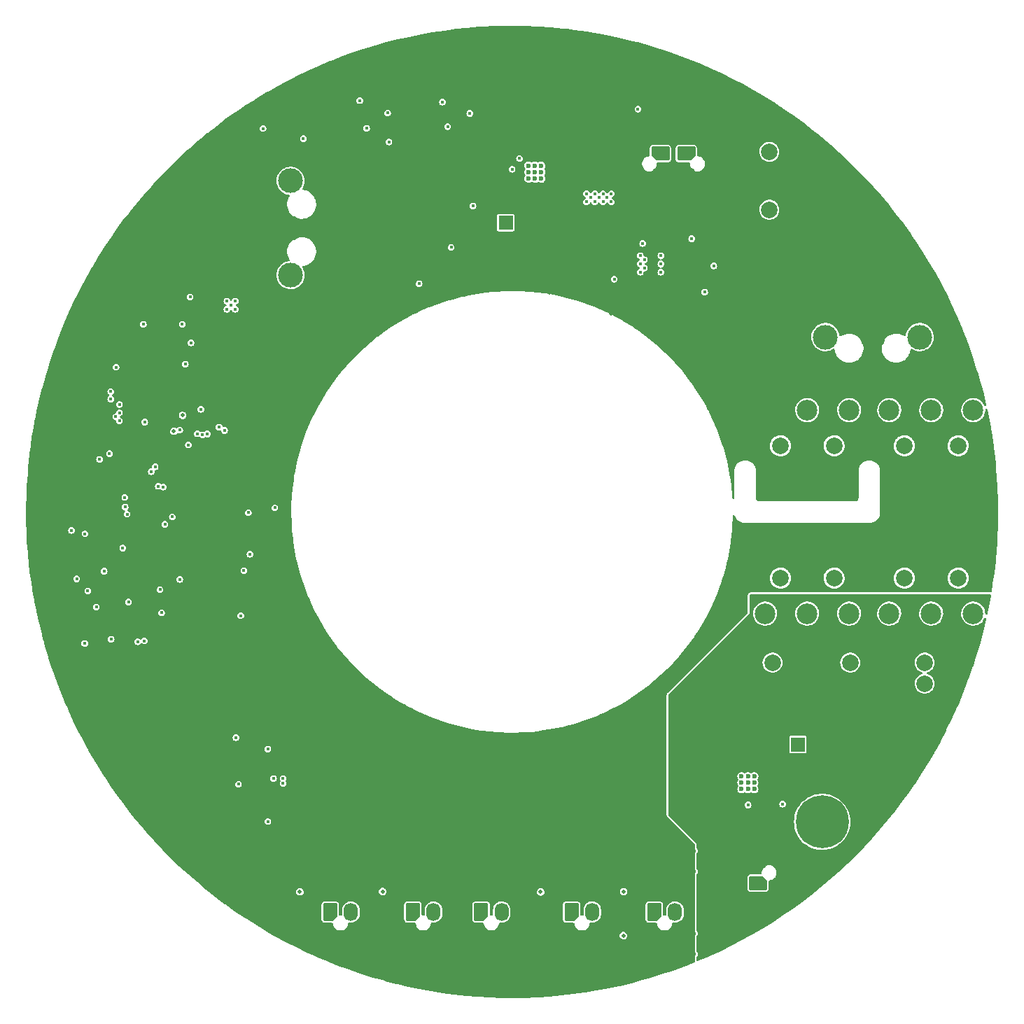
<source format=gbr>
%TF.GenerationSoftware,KiCad,Pcbnew,6.0.5-a6ca702e91~116~ubuntu20.04.1*%
%TF.CreationDate,2022-05-11T20:42:01+02:00*%
%TF.ProjectId,uHoubolt_PCB_PMU,75486f75-626f-46c7-945f-5043425f504d,rev?*%
%TF.SameCoordinates,PX8583b00PY5f5e100*%
%TF.FileFunction,Copper,L2,Inr*%
%TF.FilePolarity,Positive*%
%FSLAX46Y46*%
G04 Gerber Fmt 4.6, Leading zero omitted, Abs format (unit mm)*
G04 Created by KiCad (PCBNEW 6.0.5-a6ca702e91~116~ubuntu20.04.1) date 2022-05-11 20:42:01*
%MOMM*%
%LPD*%
G01*
G04 APERTURE LIST*
G04 Aperture macros list*
%AMFreePoly0*
4,1,22,0.945671,0.830970,1.026777,0.776777,1.080970,0.695671,1.100000,0.600000,1.100000,-0.600000,1.080970,-0.695671,1.026777,-0.776777,0.945671,-0.830970,0.850000,-0.850000,-0.450000,-0.850000,-0.545671,-0.830970,-0.626779,-0.776774,-1.026777,-0.376777,-1.080970,-0.295671,-1.100000,-0.200000,-1.100000,0.600000,-1.080970,0.695671,-1.026777,0.776777,-0.945671,0.830970,-0.850000,0.850000,
0.850000,0.850000,0.945671,0.830970,0.945671,0.830970,$1*%
%AMFreePoly1*
4,1,22,0.945671,0.830970,1.026777,0.776777,1.080970,0.695671,1.100000,0.600000,1.100000,-0.600000,1.080970,-0.695671,1.026777,-0.776777,0.945671,-0.830970,0.850000,-0.850000,-0.850000,-0.850000,-0.945671,-0.830970,-1.026777,-0.776777,-1.080970,-0.695671,-1.100000,-0.600000,-1.100000,0.200000,-1.080970,0.295671,-1.026777,0.376777,-0.626777,0.776777,-0.545671,0.830970,-0.450000,0.850000,
0.850000,0.850000,0.945671,0.830970,0.945671,0.830970,$1*%
G04 Aperture macros list end*
%TA.AperFunction,ComponentPad*%
%ADD10C,2.000000*%
%TD*%
%TA.AperFunction,ComponentPad*%
%ADD11C,2.500000*%
%TD*%
%TA.AperFunction,ComponentPad*%
%ADD12C,6.400000*%
%TD*%
%TA.AperFunction,ComponentPad*%
%ADD13C,0.800000*%
%TD*%
%TA.AperFunction,ComponentPad*%
%ADD14FreePoly0,0.000000*%
%TD*%
%TA.AperFunction,ComponentPad*%
%ADD15O,2.200000X1.700000*%
%TD*%
%TA.AperFunction,ComponentPad*%
%ADD16C,3.000000*%
%TD*%
%TA.AperFunction,ComponentPad*%
%ADD17C,0.600000*%
%TD*%
%TA.AperFunction,ComponentPad*%
%ADD18FreePoly0,90.000000*%
%TD*%
%TA.AperFunction,ComponentPad*%
%ADD19O,1.700000X2.200000*%
%TD*%
%TA.AperFunction,ComponentPad*%
%ADD20FreePoly0,180.000000*%
%TD*%
%TA.AperFunction,ComponentPad*%
%ADD21C,0.500000*%
%TD*%
%TA.AperFunction,ComponentPad*%
%ADD22R,1.700000X1.700000*%
%TD*%
%TA.AperFunction,ComponentPad*%
%ADD23O,1.700000X1.700000*%
%TD*%
%TA.AperFunction,ComponentPad*%
%ADD24FreePoly1,180.000000*%
%TD*%
%TA.AperFunction,ViaPad*%
%ADD25C,0.400000*%
%TD*%
%TA.AperFunction,ViaPad*%
%ADD26C,0.500000*%
%TD*%
G04 APERTURE END LIST*
D10*
%TO.N,*%
%TO.C,SW1*%
X32450000Y8000000D03*
X38950000Y8000000D03*
D11*
%TO.N,GND*%
X30620000Y12300000D03*
%TO.N,Net-(Q1-Pad2)*%
X40780000Y12300000D03*
%TO.N,unconnected-(SW1-Pad3)*%
X35700000Y12300000D03*
%TD*%
D10*
%TO.N,*%
%TO.C,SW2*%
X38950000Y-8000000D03*
X32450000Y-8000000D03*
D11*
%TO.N,/BatteryCharger1/Battery*%
X30620000Y-12300000D03*
%TO.N,Net-(J11-Pad1)*%
X40780000Y-12300000D03*
%TO.N,unconnected-(SW2-Pad3)*%
X35700000Y-12300000D03*
%TD*%
D10*
%TO.N,*%
%TO.C,SW3*%
X47450000Y8000000D03*
X53950000Y8000000D03*
D11*
%TO.N,+12V*%
X45620000Y12300000D03*
%TO.N,PYRO*%
X55780000Y12300000D03*
%TO.N,Net-(R41-Pad1)*%
X50700000Y12300000D03*
%TD*%
D10*
%TO.N,*%
%TO.C,SW4*%
X53950000Y-8000000D03*
X47450000Y-8000000D03*
D11*
%TO.N,Net-(J6-Pad2)*%
X45620000Y-12300000D03*
%TO.N,Net-(J6-Pad1)*%
X55780000Y-12300000D03*
%TO.N,unconnected-(SW4-Pad3)*%
X50700000Y-12300000D03*
%TD*%
D12*
%TO.N,GND*%
%TO.C,H4*%
X-37500000Y37500000D03*
D13*
X-35100000Y37500000D03*
X-35802944Y39197056D03*
X-37500000Y39900000D03*
X-39900000Y37500000D03*
X-39197056Y39197056D03*
X-39197056Y35802944D03*
X-37500000Y35100000D03*
X-35802944Y35802944D03*
%TD*%
%TO.N,GND*%
%TO.C,H2*%
X35802944Y35802944D03*
X37500000Y35100000D03*
X39197056Y39197056D03*
X39900000Y37500000D03*
X35100000Y37500000D03*
X35802944Y39197056D03*
D12*
X37500000Y37500000D03*
D13*
X39197056Y35802944D03*
X37500000Y39900000D03*
%TD*%
D14*
%TO.N,/Vcharge*%
%TO.C,J1*%
X17950000Y43350000D03*
D15*
%TO.N,GND*%
X17950000Y40850000D03*
%TD*%
D13*
%TO.N,GND*%
%TO.C,H3*%
X-35802944Y-35802944D03*
D12*
X-37500000Y-37500000D03*
D13*
X-39197056Y-39197056D03*
X-37500000Y-39900000D03*
X-39900000Y-37500000D03*
X-39197056Y-35802944D03*
X-35802944Y-39197056D03*
X-35100000Y-37500000D03*
X-37500000Y-35100000D03*
%TD*%
D16*
%TO.N,+BATT*%
%TO.C,J2*%
X-26800000Y40050000D03*
%TO.N,GND*%
X-26800000Y34350000D03*
%TO.N,unconnected-(J2-Pad3)*%
X-26800000Y28650000D03*
%TD*%
D10*
%TO.N,+12V*%
%TO.C,J8*%
X31115000Y43550000D03*
%TO.N,GND*%
X28575000Y43550000D03*
%TD*%
D17*
%TO.N,unconnected-(U14-Pad17)*%
%TO.C,U14*%
X27750000Y-33529651D03*
X28525000Y-31979651D03*
X29300000Y-31979651D03*
X29300000Y-33529651D03*
X27750000Y-32754651D03*
X29300000Y-32754651D03*
X28525000Y-33529651D03*
X28525000Y-32754651D03*
X27750000Y-31979651D03*
%TD*%
D13*
%TO.N,GND*%
%TO.C,H1*%
X35802944Y-35802944D03*
X35100000Y-37500000D03*
X35802944Y-39197056D03*
X37500000Y-35100000D03*
X39900000Y-37500000D03*
X39197056Y-39197056D03*
D12*
X37500000Y-37500000D03*
D13*
X39197056Y-35802944D03*
X37500000Y-39900000D03*
%TD*%
D18*
%TO.N,Net-(J23-Pad1)*%
%TO.C,J23*%
X-3750000Y-48400000D03*
D19*
%TO.N,Net-(J23-Pad2)*%
X-1250000Y-48400000D03*
%TD*%
D18*
%TO.N,Net-(D18-Pad1)*%
%TO.C,J24*%
X17200000Y-48400000D03*
D19*
%TO.N,Net-(D18-Pad2)*%
X19700000Y-48400000D03*
%TD*%
D20*
%TO.N,/Vcharge1*%
%TO.C,J7*%
X29750000Y-44900000D03*
D15*
%TO.N,/GND_Altimax*%
X29750000Y-42400000D03*
%TD*%
D21*
%TO.N,GND*%
%TO.C,U3*%
X-30375000Y-32075000D03*
X-30375000Y-33325000D03*
X-31625000Y-33325000D03*
X-31625000Y-32075000D03*
%TD*%
D18*
%TO.N,Net-(D15-Pad1)*%
%TO.C,J22*%
X7200000Y-48400000D03*
D19*
%TO.N,Net-(D15-Pad2)*%
X9700000Y-48400000D03*
%TD*%
D18*
%TO.N,Net-(D13-Pad1)*%
%TO.C,J21*%
X-12000000Y-48400000D03*
D19*
%TO.N,Net-(D13-Pad2)*%
X-9500000Y-48400000D03*
%TD*%
D10*
%TO.N,Net-(J11-Pad1)*%
%TO.C,J11*%
X40900000Y-18230000D03*
%TO.N,/GND_Altimax*%
X40900000Y-20770000D03*
%TD*%
D21*
%TO.N,GND*%
%TO.C,U13*%
X-41725000Y23575000D03*
X-42975000Y23575000D03*
X-41725000Y22325000D03*
X-42975000Y22325000D03*
%TD*%
D10*
%TO.N,+12V*%
%TO.C,J25*%
X31115000Y36550000D03*
%TO.N,GND*%
X28575000Y36550000D03*
%TD*%
%TO.N,Net-(J6-Pad1)*%
%TO.C,J6*%
X49900000Y-18230000D03*
%TO.N,Net-(J6-Pad2)*%
X49900000Y-20770000D03*
%TD*%
D17*
%TO.N,unconnected-(U4-Pad17)*%
%TO.C,U4*%
X3525000Y40325000D03*
X2750000Y40325000D03*
X1975000Y41100000D03*
X1975000Y41875000D03*
X2750000Y41875000D03*
X3525000Y41100000D03*
X3525000Y41875000D03*
X2750000Y41100000D03*
X1975000Y40325000D03*
%TD*%
D10*
%TO.N,/BatteryCharger1/Battery*%
%TO.C,J4*%
X31500000Y-18230000D03*
%TO.N,/GND_Altimax*%
X31500000Y-20770000D03*
%TD*%
D22*
%TO.N,/BatteryCharger1/NTC*%
%TO.C,TH2*%
X34568750Y-28129651D03*
D23*
%TO.N,/GND_Altimax*%
X34568750Y-25589651D03*
%TD*%
D18*
%TO.N,Net-(D11-Pad1)*%
%TO.C,J20*%
X-22000000Y-48400000D03*
D19*
%TO.N,Net-(D11-Pad2)*%
X-19500000Y-48400000D03*
%TD*%
D22*
%TO.N,/BatteryCharger/NTC*%
%TO.C,TH1*%
X-775000Y34975000D03*
D23*
%TO.N,GND*%
X-775000Y32435000D03*
%TD*%
D16*
%TO.N,+12V*%
%TO.C,J3*%
X37900000Y21150000D03*
%TO.N,GND*%
X43600000Y21150000D03*
%TO.N,PYRO*%
X49300000Y21150000D03*
%TD*%
D24*
%TO.N,/Vcharge*%
%TO.C,J26*%
X21075000Y43350000D03*
D15*
%TO.N,GND*%
X21075000Y40850000D03*
%TD*%
D25*
%TO.N,GND*%
X-40450000Y24950000D03*
X-40900000Y24950000D03*
X-38050000Y21050000D03*
X-38050000Y20550000D03*
X-39900000Y20900000D03*
X-39500000Y20600000D03*
D26*
X34500000Y-6000000D03*
X-48000000Y29000000D03*
X-3000000Y-56000000D03*
X22000000Y-43500000D03*
X-5500000Y-41000000D03*
D25*
X42000000Y29000000D03*
X34500000Y26500000D03*
D26*
X-40500000Y-16000000D03*
X24500000Y34000000D03*
X-25500000Y11500000D03*
X-35500000Y11500000D03*
X-13000000Y-53500000D03*
X44500000Y6500000D03*
X7000000Y-31000000D03*
X9500000Y-33500000D03*
X-35500000Y46500000D03*
X-50500000Y19000000D03*
D25*
X-13000000Y56500000D03*
X49500000Y29000000D03*
D26*
X27000000Y36500000D03*
X-10500000Y-53500000D03*
X-55500000Y4000000D03*
X-45500000Y31500000D03*
D25*
X32000000Y19000000D03*
D26*
X-15500000Y56500000D03*
X7000000Y-36000000D03*
D25*
X-20500000Y54000000D03*
D26*
X-43000000Y-26000000D03*
X29500000Y31500000D03*
X27000000Y6500000D03*
X47000000Y1500000D03*
D25*
X39500000Y26500000D03*
X24500000Y49000000D03*
X27000000Y46500000D03*
D26*
X-53000000Y24000000D03*
D25*
X14500000Y54000000D03*
X4500000Y56500000D03*
X37000000Y41500000D03*
D26*
X-53000000Y-3500000D03*
X-40500000Y-18500000D03*
D25*
X32000000Y49000000D03*
X32000000Y39000000D03*
X44500000Y26500000D03*
D26*
X-50500000Y24000000D03*
X-23000000Y-21000000D03*
X-55500000Y14000000D03*
X44500000Y-6000000D03*
D25*
X-5500000Y51500000D03*
D26*
X-33000000Y46500000D03*
X-3000000Y-53500000D03*
D25*
X47000000Y16500000D03*
D26*
X-25500000Y-18500000D03*
X-5500000Y-53500000D03*
X-18000000Y39000000D03*
X29500000Y-8500000D03*
X-45500000Y24000000D03*
X-55500000Y11500000D03*
X-45500000Y-28500000D03*
X-53000000Y11500000D03*
X32000000Y6500000D03*
X-28000000Y-23500000D03*
X9500000Y-26000000D03*
X-50500000Y-28500000D03*
D25*
X27000000Y16500000D03*
X12000000Y54000000D03*
D26*
X-500000Y-56000000D03*
D25*
X9500000Y54000000D03*
X39500000Y41500000D03*
X49500000Y26500000D03*
D26*
X-45500000Y-26000000D03*
X-23000000Y-36000000D03*
X49500000Y9000000D03*
D25*
X-5950000Y46950000D03*
D26*
X24500000Y31500000D03*
X-28000000Y-48500000D03*
X-23000000Y41500000D03*
X12000000Y-36000000D03*
X2000000Y-53500000D03*
X19500000Y21500000D03*
D25*
X-18000000Y54000000D03*
D26*
X-20500000Y-38500000D03*
X-30500000Y-48500000D03*
D25*
X52000000Y24000000D03*
D26*
X-50500000Y9000000D03*
D25*
X32000000Y16500000D03*
X32000000Y29000000D03*
X4700000Y43550000D03*
D26*
X7000000Y-28500000D03*
X-25500000Y-13500000D03*
X-43000000Y-23500000D03*
X-23000000Y31500000D03*
D25*
X49500000Y19000000D03*
D26*
X-3000000Y-28500000D03*
D25*
X42000000Y26500000D03*
D26*
X-15500000Y-33500000D03*
X-13000000Y-26000000D03*
X-13000000Y-33500000D03*
X-33000000Y-41000000D03*
X-45500000Y4000000D03*
X49500000Y4000000D03*
X-33000000Y36500000D03*
X27000000Y34000000D03*
X17000000Y-53500000D03*
X37000000Y-8500000D03*
X49500000Y-1000000D03*
X-18000000Y26500000D03*
X-55500000Y-3500000D03*
D25*
X19500000Y54000000D03*
D26*
X-20500000Y31500000D03*
X-45500000Y29000000D03*
X-18000000Y-53500000D03*
X-35500000Y-41000000D03*
X-18000000Y-31000000D03*
D25*
X-18000000Y51500000D03*
D26*
X-53000000Y6500000D03*
X19500000Y19000000D03*
X9500000Y-56000000D03*
X-33000000Y44000000D03*
X-18000000Y36500000D03*
X-48000000Y21500000D03*
D25*
X-8000000Y54000000D03*
D26*
X-53000000Y-21000000D03*
D25*
X-15500000Y54000000D03*
D26*
X-8000000Y-53500000D03*
D25*
X-15500000Y51500000D03*
D26*
X22000000Y-51000000D03*
X-20500000Y-53500000D03*
X-5500000Y-28500000D03*
D25*
X24500000Y39000000D03*
D26*
X-53000000Y4000000D03*
X39500000Y6500000D03*
X14500000Y-53500000D03*
X-23000000Y-31000000D03*
D25*
X-8275000Y31800000D03*
D26*
X-45500000Y-23500000D03*
X37000000Y-6000000D03*
X-28000000Y4000000D03*
X-18000000Y-26000000D03*
X-43000000Y14000000D03*
D25*
X27000000Y21500000D03*
D26*
X-43150000Y-5400000D03*
D25*
X7000000Y56500000D03*
X-500000Y56500000D03*
D26*
X27000000Y-8500000D03*
X22000000Y16500000D03*
X-50500000Y-23500000D03*
X-43000000Y-38500000D03*
X-25500000Y-38500000D03*
X-35500000Y41500000D03*
X-45500000Y9000000D03*
X-48000000Y24000000D03*
X-43000000Y31500000D03*
D25*
X24500000Y51500000D03*
X29500000Y16500000D03*
D26*
X-15500000Y-36000000D03*
X-3000000Y-51000000D03*
X-33000000Y39000000D03*
D25*
X14500000Y56500000D03*
D26*
X24500000Y11500000D03*
X-18000000Y-36000000D03*
X-35500000Y26500000D03*
X22000000Y26500000D03*
X-48000000Y-33500000D03*
X-13000000Y-36000000D03*
X-55500000Y-6000000D03*
X-5500000Y41500000D03*
D25*
X27000000Y19000000D03*
D26*
X-45500000Y26500000D03*
X-8000000Y-51000000D03*
X12000000Y-38500000D03*
D25*
X37000000Y26500000D03*
D26*
X-50500000Y-26000000D03*
X-8000000Y-43500000D03*
X-13000000Y-38500000D03*
X-5500000Y-56000000D03*
X27000000Y14000000D03*
D25*
X7000000Y54000000D03*
D26*
X24500000Y14000000D03*
X47000000Y14000000D03*
X-3000000Y-41000000D03*
X-23000000Y36500000D03*
X49500000Y-3500000D03*
X-40500000Y34000000D03*
X9500000Y26500000D03*
X32000000Y4000000D03*
X-50500000Y29000000D03*
X-35500000Y29000000D03*
X-35500000Y-23500000D03*
X34500000Y4000000D03*
D25*
X34500000Y31500000D03*
D26*
X22000000Y19000000D03*
X-43000000Y-3500000D03*
X-48000000Y-28500000D03*
D25*
X9500000Y56500000D03*
D26*
X-10500000Y-38500000D03*
D25*
X-32200000Y17350000D03*
D26*
X-43000000Y-28500000D03*
X-23000000Y-33500000D03*
X-10500000Y26500000D03*
X-18000000Y-38500000D03*
D25*
X22000000Y54000000D03*
D26*
X-20500000Y39000000D03*
X-55500000Y6500000D03*
D25*
X24500000Y46500000D03*
D26*
X-50500000Y26500000D03*
X-13000000Y39000000D03*
X47000000Y-3500000D03*
X57000000Y-3500000D03*
X-23000000Y-16000000D03*
X-28000000Y-16000000D03*
X44500000Y14000000D03*
X-40500000Y31500000D03*
D25*
X49500000Y16500000D03*
D26*
X-38000000Y44000000D03*
X12000000Y-33500000D03*
D25*
X29500000Y24000000D03*
D26*
X9500000Y-51000000D03*
X49500000Y-6000000D03*
D25*
X44500000Y24000000D03*
X37000000Y31500000D03*
D26*
X-38000000Y-3500000D03*
X-48000000Y-31000000D03*
D25*
X-16100000Y-39850000D03*
D26*
X-13000000Y-23500000D03*
D25*
X34500000Y44000000D03*
D26*
X42000000Y6500000D03*
X-8000000Y-38500000D03*
X-500000Y-51000000D03*
X-10500000Y39000000D03*
X-18000000Y34000000D03*
D25*
X44500000Y16500000D03*
D26*
X-13000000Y24000000D03*
X-500000Y-53500000D03*
X7000000Y26500000D03*
X32000000Y14000000D03*
X-40500000Y-21000000D03*
X7000000Y-51000000D03*
X-15500000Y36500000D03*
X17000000Y-38500000D03*
X9500000Y-31000000D03*
X-23000000Y44000000D03*
X-38000000Y26500000D03*
X29500000Y9000000D03*
X-38000000Y-41000000D03*
X-38000000Y-16000000D03*
X32000000Y-6000000D03*
X-53000000Y9000000D03*
D25*
X27000000Y41500000D03*
D26*
X-13000000Y36500000D03*
X34500000Y-8500000D03*
D25*
X-36325000Y-8100000D03*
X44500000Y36500000D03*
D26*
X-10500000Y-51000000D03*
X-40500000Y-41000000D03*
D25*
X-34350000Y-7775000D03*
D26*
X-20500000Y-26000000D03*
D25*
X2000000Y51500000D03*
D26*
X2000000Y-28500000D03*
X-30500000Y-46000000D03*
X-13000000Y-51000000D03*
X52000000Y4000000D03*
D25*
X-5500000Y54000000D03*
D26*
X-55500000Y9000000D03*
X22000000Y31500000D03*
X-10500000Y34000000D03*
X44500000Y-8500000D03*
X-45500000Y-33500000D03*
X12000000Y-26000000D03*
X-40500000Y-33500000D03*
D25*
X29500000Y39000000D03*
D26*
X-23000000Y51500000D03*
D25*
X52000000Y16500000D03*
D26*
X-50500000Y6500000D03*
X2000000Y-51000000D03*
D25*
X21350000Y-47700000D03*
X34500000Y29000000D03*
D26*
X24500000Y19000000D03*
X-50500000Y21500000D03*
D25*
X27000000Y51500000D03*
X-20500000Y51500000D03*
D26*
X-35500000Y16500000D03*
D25*
X27000000Y39000000D03*
D26*
X-5500000Y-51000000D03*
X-53000000Y-23500000D03*
D25*
X19500000Y49000000D03*
D26*
X22000000Y39000000D03*
X-35500000Y-31000000D03*
X14500000Y-56000000D03*
X54500000Y21500000D03*
X17000000Y-26000000D03*
D25*
X-3000000Y54000000D03*
D26*
X54500000Y6500000D03*
X-43000000Y9000000D03*
X-3000000Y-38500000D03*
X-15500000Y26500000D03*
D25*
X29500000Y19000000D03*
D26*
X-5500000Y-38500000D03*
X-10500000Y-56000000D03*
X4500000Y-56000000D03*
X-43000000Y29000000D03*
X-23000000Y-26000000D03*
D25*
X29500000Y26500000D03*
X2000000Y54000000D03*
D26*
X-53000000Y16500000D03*
X-8000000Y-41000000D03*
X4500000Y26500000D03*
X57000000Y-8500000D03*
X-18000000Y24000000D03*
X14500000Y24000000D03*
X-30500000Y-3500000D03*
X19500000Y-51000000D03*
X-28000000Y26500000D03*
D25*
X29500000Y49000000D03*
D26*
X-23000000Y34000000D03*
X-40500000Y-1000000D03*
X12000000Y-28500000D03*
X-55500000Y-18500000D03*
X4500000Y-31000000D03*
X-38000000Y-33500000D03*
D25*
X-33900000Y17500000D03*
D26*
X-20500000Y-31000000D03*
D25*
X-5500000Y56500000D03*
D26*
X-20500000Y-23500000D03*
X-38000000Y-1000000D03*
X57000000Y-6000000D03*
X-28000000Y36500000D03*
X37000000Y6500000D03*
D25*
X34500000Y24000000D03*
X32000000Y21500000D03*
D26*
X27000000Y9000000D03*
D25*
X-15925000Y46875000D03*
D26*
X17000000Y-36000000D03*
X-25500000Y-21000000D03*
X-25500000Y-23500000D03*
X22000000Y-53500000D03*
D25*
X-8000000Y51500000D03*
X4500000Y54000000D03*
D26*
X19500000Y-38500000D03*
X-18000000Y-33500000D03*
D25*
X-36075000Y9575000D03*
D26*
X-35500000Y44000000D03*
X24500000Y21500000D03*
X17000000Y-31000000D03*
D25*
X39500000Y29000000D03*
D26*
X-33000000Y26500000D03*
D25*
X47000000Y29000000D03*
D26*
X37000000Y9000000D03*
X-8000000Y-28500000D03*
X42000000Y9000000D03*
X-33000000Y-43500000D03*
X-20500000Y-28500000D03*
X-40500000Y41500000D03*
X54500000Y4000000D03*
D25*
X-10500000Y41000000D03*
D26*
X-3000000Y-31000000D03*
D25*
X42000000Y16500000D03*
D26*
X-28000000Y31500000D03*
D25*
X12000000Y56500000D03*
D26*
X4500000Y-53500000D03*
X2000000Y-56000000D03*
X-23000000Y-53500000D03*
X-45500000Y36500000D03*
X-15500000Y-53500000D03*
X-35500000Y34000000D03*
X27000000Y-6000000D03*
X42000000Y14000000D03*
D25*
X7000000Y51500000D03*
D26*
X52000000Y-1000000D03*
X-43000000Y-13500000D03*
D25*
X32000000Y24000000D03*
D26*
X52000000Y-3500000D03*
D25*
X-13000000Y54000000D03*
X-22200000Y-39750000D03*
X32000000Y41500000D03*
D26*
X-38000000Y14000000D03*
X-53000000Y19000000D03*
D25*
X34500000Y16500000D03*
X24500000Y44000000D03*
X27000000Y49000000D03*
D26*
X-20500000Y-36000000D03*
D25*
X17000000Y51500000D03*
X29500000Y46500000D03*
D26*
X12000000Y-31000000D03*
X17000000Y39000000D03*
D25*
X-3000000Y56500000D03*
X-10500000Y51500000D03*
X37000000Y44000000D03*
D26*
X7000000Y-38500000D03*
X29500000Y-3500000D03*
X-10500000Y-36000000D03*
D25*
X-41025000Y-10200000D03*
D26*
X-13000000Y-31000000D03*
X7000000Y-33500000D03*
X12000000Y-56000000D03*
X12000000Y-53500000D03*
X42000000Y-6000000D03*
X-25500000Y26500000D03*
D25*
X-10500000Y56500000D03*
D26*
X-33000000Y29000000D03*
X-28000000Y-51000000D03*
X52000000Y6500000D03*
X4500000Y-28500000D03*
X-20500000Y-18500000D03*
D25*
X32000000Y26500000D03*
D26*
X-43000000Y34000000D03*
X17000000Y36500000D03*
D25*
X2000000Y56500000D03*
X-10500000Y54000000D03*
D26*
X-15500000Y-23500000D03*
X-13000000Y-56000000D03*
X12000000Y26500000D03*
X-38000000Y-43500000D03*
X37000000Y4000000D03*
X47000000Y6500000D03*
D25*
X34500000Y41500000D03*
D26*
X-15500000Y41500000D03*
X-48000000Y-26000000D03*
X-5500000Y26500000D03*
X17000000Y21500000D03*
X-25500000Y44000000D03*
X9500000Y-36000000D03*
D25*
X-26100000Y-39900000D03*
D26*
X-43000000Y-31000000D03*
X54500000Y-6000000D03*
X34500000Y6500000D03*
X27000000Y-3500000D03*
X54500000Y19000000D03*
X-25500000Y51500000D03*
X-53000000Y-18500000D03*
D25*
X37000000Y24000000D03*
D26*
X-15500000Y-28500000D03*
X-33000000Y31500000D03*
D25*
X39500000Y31500000D03*
D26*
X-30500000Y-26000000D03*
X-53000000Y21500000D03*
X-8000000Y-31000000D03*
X2000000Y-36000000D03*
D25*
X39500000Y34000000D03*
X47000000Y34000000D03*
X29500000Y21500000D03*
D26*
X-35500000Y31500000D03*
X-43000000Y-33500000D03*
X7000000Y-53500000D03*
X24500000Y16500000D03*
X-45500000Y-1000000D03*
X-500000Y-41000000D03*
X-5500000Y-31000000D03*
X-35500000Y19000000D03*
X-20500000Y36500000D03*
D25*
X-28300000Y22850000D03*
D26*
X-500000Y-38500000D03*
X9500000Y-28500000D03*
X-38000000Y41500000D03*
D25*
X37000000Y29000000D03*
D26*
X52000000Y1500000D03*
X-23000000Y-38500000D03*
X52000000Y-8500000D03*
D25*
X22000000Y49000000D03*
D26*
X-15500000Y-38500000D03*
X-23000000Y-23500000D03*
X39500000Y4000000D03*
X24500000Y36500000D03*
X44500000Y9000000D03*
D25*
X-500000Y51500000D03*
D26*
X-40500000Y-23500000D03*
D25*
X44500000Y31500000D03*
D26*
X29500000Y6500000D03*
X49500000Y6500000D03*
D25*
X-500000Y54000000D03*
D26*
X-45500000Y34000000D03*
X-38000000Y29000000D03*
D25*
X29500000Y41500000D03*
D26*
X-28000000Y-28500000D03*
X-23000000Y-28500000D03*
X17000000Y-56000000D03*
X-35500000Y-46000000D03*
D25*
X-26950000Y18650000D03*
D26*
X-28000000Y-43500000D03*
D25*
X32000000Y46500000D03*
D26*
X17000000Y-51000000D03*
X-33000000Y-23500000D03*
X-23000000Y39000000D03*
X-55500000Y-8500000D03*
X-28000000Y-41000000D03*
X-40500000Y29000000D03*
X2000000Y-31000000D03*
X12000000Y24000000D03*
X-8000000Y-56000000D03*
D25*
X39500000Y24000000D03*
D26*
X-500000Y-31000000D03*
D25*
X47000000Y24000000D03*
D26*
X-28000000Y9000000D03*
X14500000Y41500000D03*
X-13000000Y34000000D03*
D25*
X39500000Y16500000D03*
X-51012500Y-1212500D03*
D26*
X-48000000Y-23500000D03*
X42000000Y-8500000D03*
X-40500000Y-31000000D03*
X-18000000Y-21000000D03*
X39500000Y-6000000D03*
X4500000Y-33500000D03*
X-30500000Y-6000000D03*
X9500000Y-53500000D03*
X22000000Y21500000D03*
D25*
X42000000Y39000000D03*
X24500000Y41500000D03*
X44500000Y19000000D03*
D26*
X-25500000Y-33500000D03*
X-55500000Y16500000D03*
X-35500000Y-33500000D03*
X-40500000Y-3500000D03*
X-55500000Y-16000000D03*
X49500000Y14000000D03*
X-33000000Y-26000000D03*
X-10500000Y-33500000D03*
X-55500000Y-13500000D03*
X-50500000Y11500000D03*
D25*
X-3000000Y51500000D03*
D26*
X14500000Y36500000D03*
X-33000000Y34000000D03*
X47000000Y4000000D03*
X-8000000Y26500000D03*
D25*
X-28650000Y13600000D03*
D26*
X-33000000Y41500000D03*
X27000000Y11500000D03*
X22000000Y36500000D03*
X47000000Y-6000000D03*
X-10500000Y-28500000D03*
X27000000Y31500000D03*
X22000000Y24000000D03*
D25*
X44500000Y34000000D03*
X-8000000Y56500000D03*
X-12200000Y-40100000D03*
D26*
X-28000000Y-38500000D03*
X-45500000Y-31000000D03*
D25*
X42000000Y34000000D03*
X42000000Y36500000D03*
X37000000Y19000000D03*
D26*
X-30500000Y-16000000D03*
X-53000000Y-6000000D03*
D25*
X19500000Y51500000D03*
D26*
X-45500000Y-36000000D03*
X-15500000Y-31000000D03*
X-20500000Y34000000D03*
X19500000Y-53500000D03*
X-25500000Y-26000000D03*
X32000000Y31500000D03*
X9500000Y-38500000D03*
X17000000Y-33500000D03*
D25*
X42000000Y24000000D03*
X-31050000Y7550000D03*
D26*
X14500000Y39000000D03*
D25*
X-32700000Y-2500000D03*
D26*
X34500000Y14000000D03*
X-40675000Y-13850000D03*
X-20500000Y-33500000D03*
X-23000000Y29000000D03*
X-8000000Y-26000000D03*
D25*
X-28600000Y7600000D03*
D26*
X-18000000Y-28500000D03*
X-38000000Y-23500000D03*
X-500000Y-28500000D03*
X14500000Y44000000D03*
X-10500000Y-26000000D03*
D25*
X37000000Y16500000D03*
D26*
X-15500000Y34000000D03*
X-43000000Y-36000000D03*
X-53000000Y-16000000D03*
X-15500000Y-56000000D03*
X17000000Y-28500000D03*
D25*
X34500000Y46500000D03*
D26*
X-30500000Y-13500000D03*
D25*
X34500000Y21500000D03*
D26*
X37000000Y14000000D03*
X22000000Y-41000000D03*
X-25500000Y-28500000D03*
D25*
X-32950000Y20750000D03*
D26*
X-38000000Y-31000000D03*
D25*
X27000000Y44000000D03*
D26*
X-48000000Y26500000D03*
X-40500000Y-26000000D03*
X-35500000Y-43500000D03*
X29500000Y14000000D03*
X-43000000Y39000000D03*
X2000000Y-38500000D03*
X-10500000Y36500000D03*
D25*
X34500000Y19000000D03*
X22000000Y51500000D03*
D26*
X-28000000Y-33500000D03*
D25*
X17000000Y54000000D03*
D26*
X-28000000Y-26000000D03*
X-38000000Y31500000D03*
X-33000000Y-46000000D03*
X34500000Y9000000D03*
X-48000000Y31500000D03*
D25*
X47000000Y31500000D03*
D26*
X7000000Y-56000000D03*
X-43000000Y36500000D03*
D25*
%TO.N,+12V*%
X-42400000Y-12200000D03*
X-28850000Y-32250000D03*
X-33100000Y-32950000D03*
X-33400000Y-27300000D03*
X-51700000Y-15900000D03*
X-27700000Y-32850000D03*
X-27700000Y-32250000D03*
%TO.N,+5V*%
X-38850000Y20450000D03*
X-14900000Y44750000D03*
X-15050000Y48250000D03*
X21725000Y33050000D03*
X-30125000Y46375000D03*
X-5125000Y48200000D03*
X-47900000Y17500000D03*
X-38950000Y26000000D03*
X-39525000Y17875000D03*
X-48500000Y-15400000D03*
X-7375000Y32000000D03*
D26*
%TO.N,PYRO*%
X13450000Y-51250000D03*
D25*
%TO.N,Net-(Q1-Pad2)*%
X12350000Y28150000D03*
%TO.N,Net-(Q2-Pad2)*%
X24400000Y29750000D03*
X23300000Y26600000D03*
%TO.N,/SUPPLY_CURRENT_SENSE*%
X-11250000Y27600000D03*
X15800000Y32475000D03*
%TO.N,+3V3*%
X-37650000Y12400000D03*
X-51325000Y-9550000D03*
X-48700000Y7050000D03*
X-25250000Y45150000D03*
X-31900000Y-100000D03*
X-48550000Y13650000D03*
X-42600000Y-9400000D03*
X-36875000Y9425000D03*
X-49900000Y6350000D03*
X-48550000Y14550000D03*
X-4725000Y37000000D03*
X-47500000Y11000000D03*
X-51675000Y-2650000D03*
X-31700000Y-5125000D03*
X-44437500Y10862500D03*
X-32450000Y-7100000D03*
X-52675000Y-8100000D03*
X-47950000Y11500000D03*
X-47500000Y13000000D03*
X-47500000Y12000000D03*
X-53300000Y-2250000D03*
X-46400000Y-10900000D03*
%TO.N,/Vin*%
X15500000Y29000000D03*
X-34000000Y25000000D03*
X-34500000Y25500000D03*
X16000000Y29500000D03*
X-33500000Y24500000D03*
X16000000Y30500000D03*
X18000000Y31000000D03*
X15500000Y30000000D03*
X18000000Y30000000D03*
X-33500000Y25500000D03*
X15500000Y31000000D03*
X18000000Y29000000D03*
X-34500000Y24500000D03*
%TO.N,+BATT*%
X11000000Y38500000D03*
X10500000Y38000000D03*
X10000000Y38500000D03*
X12000000Y38500000D03*
X11500000Y38000000D03*
X9000000Y37500000D03*
X10000000Y37500000D03*
X12000000Y37500000D03*
X11000000Y37500000D03*
X9500000Y38000000D03*
X9000000Y38500000D03*
%TO.N,/NRST*%
X-46850000Y1750000D03*
%TO.N,/UART_TX*%
X-42200000Y3000000D03*
%TO.N,/SWCLK*%
X-38075000Y9450000D03*
%TO.N,/SWDIO*%
X-37450000Y9300000D03*
%TO.N,/UART_RX*%
X-42800000Y3100000D03*
%TO.N,/CAN1_H*%
X-8425000Y49575000D03*
%TO.N,/CAN1_L*%
X-7800000Y46600000D03*
%TO.N,/CAN2_H*%
X-18425000Y49750000D03*
%TO.N,/CAN2_L*%
X-17600000Y46400000D03*
%TO.N,/LED1*%
X-44500000Y-15600000D03*
X-42000000Y-1500000D03*
%TO.N,/LED2*%
X-45300000Y-15700000D03*
X-41100000Y-600000D03*
D26*
%TO.N,+5VP*%
X3450000Y-45975000D03*
X13500000Y-45950000D03*
X-25675000Y-45950000D03*
X-15675000Y-45925000D03*
D25*
X-29550000Y-28700000D03*
X-29550000Y-37450000D03*
%TO.N,/Payload*%
X-28700000Y500000D03*
X-46800000Y600000D03*
%TO.N,/BARO_SPI1_SCK*%
X-49350000Y-7175000D03*
X-47100000Y-4375000D03*
%TO.N,/5VP_Sense*%
X-50300000Y-11500000D03*
X-46575000Y-275000D03*
%TO.N,/QSPI1_CLK*%
X-40200000Y-8175000D03*
X-32825000Y-12550000D03*
%TO.N,/IMU_SPI3_SCK*%
X-39150000Y8100000D03*
X-40200000Y9900000D03*
D26*
%TO.N,/IMU_INT*%
X-39850000Y11675000D03*
X-40925000Y9750000D03*
D25*
%TO.N,/CAN2_TX*%
X-43175000Y5450000D03*
X-35450000Y10250000D03*
%TO.N,/CAN2_RX*%
X-34775000Y9850000D03*
X-43650000Y4875000D03*
%TO.N,/BatteryCharger/NTC*%
X0Y41450000D03*
%TO.N,/BatteryCharger1/NTC*%
X28550000Y-35450000D03*
X32725000Y-35350000D03*
D26*
%TO.N,/GND_Altimax*%
X42000000Y-38500000D03*
X57000000Y-11000000D03*
X34500000Y-18500000D03*
X44500000Y-33500000D03*
X47000000Y-21000000D03*
D25*
X30400000Y-38800000D03*
D26*
X37000000Y-28500000D03*
X54500000Y-11000000D03*
X42000000Y-36000000D03*
X49500000Y-28500000D03*
X49500000Y-31000000D03*
X44500000Y-26000000D03*
X44500000Y-18500000D03*
X42000000Y-13500000D03*
X42000000Y-16000000D03*
X54500000Y-18500000D03*
X54500000Y-16000000D03*
X44500000Y-11000000D03*
X44500000Y-21000000D03*
X47000000Y-16000000D03*
X47000000Y-28500000D03*
X52000000Y-11000000D03*
X42000000Y-31000000D03*
X27000000Y-18500000D03*
X44500000Y-31000000D03*
X47000000Y-23500000D03*
X49500000Y-26000000D03*
X39500000Y-18500000D03*
X24500000Y-21000000D03*
X22000000Y-21000000D03*
X42000000Y-33500000D03*
X24500000Y-51000000D03*
X24500000Y-18500000D03*
X54500000Y-21000000D03*
X39500000Y-26000000D03*
D25*
X26800000Y-30850000D03*
D26*
X34500000Y-23500000D03*
X27000000Y-16000000D03*
X39500000Y-41000000D03*
X52000000Y-13500000D03*
X19500000Y-28500000D03*
X37000000Y-23500000D03*
X52000000Y-23500000D03*
D25*
X31100000Y-30050000D03*
D26*
X47000000Y-31000000D03*
X52000000Y-18500000D03*
X39500000Y-16000000D03*
X37000000Y-16000000D03*
X34500000Y-16000000D03*
X44500000Y-23500000D03*
X52000000Y-26000000D03*
X44500000Y-16000000D03*
X37000000Y-11000000D03*
X39500000Y-11000000D03*
X32000000Y-11000000D03*
X27000000Y-21000000D03*
X44500000Y-28500000D03*
X42000000Y-26000000D03*
X27000000Y-51000000D03*
X47000000Y-33500000D03*
X37000000Y-13500000D03*
X34500000Y-13500000D03*
X47000000Y-13500000D03*
X52000000Y-21000000D03*
X49500000Y-13500000D03*
X39500000Y-13500000D03*
X37000000Y-18500000D03*
X47000000Y-26000000D03*
X37000000Y-26000000D03*
X49500000Y-16000000D03*
X44500000Y-36000000D03*
X34500000Y-11000000D03*
X42000000Y-28500000D03*
D25*
X27200000Y-26000000D03*
D26*
X39500000Y-28500000D03*
X37000000Y-31000000D03*
X39500000Y-23500000D03*
X39500000Y-33500000D03*
D25*
X47300000Y-10700000D03*
D26*
X19500000Y-31000000D03*
X39500000Y-31000000D03*
X42000000Y-11000000D03*
X27000000Y-23500000D03*
X29500000Y-11000000D03*
X42000000Y-23500000D03*
X49500000Y-11000000D03*
X49500000Y-23500000D03*
D25*
%TO.N,/5V/Input*%
X-39900000Y22700000D03*
X-44600000Y22700000D03*
%TO.N,Net-(C7-Pad1)*%
X900000Y42750000D03*
X15225000Y48725000D03*
%TD*%
%TA.AperFunction,Conductor*%
%TO.N,/GND_Altimax*%
G36*
X57868659Y-9970002D02*
G01*
X57915152Y-10023658D01*
X57924882Y-10096363D01*
X57906449Y-10208923D01*
X57905914Y-10211954D01*
X57764448Y-10960645D01*
X57647216Y-11581082D01*
X57639745Y-11620619D01*
X57639139Y-11623626D01*
X57487879Y-12329193D01*
X57484225Y-12346237D01*
X57450388Y-12408651D01*
X57388178Y-12442864D01*
X57317348Y-12438013D01*
X57260384Y-12395638D01*
X57235373Y-12329193D01*
X57235062Y-12316749D01*
X57235389Y-12303367D01*
X57235389Y-12303361D01*
X57235471Y-12300000D01*
X57219627Y-12107289D01*
X57216351Y-12067435D01*
X57216350Y-12067429D01*
X57215927Y-12062284D01*
X57186874Y-11946618D01*
X57159080Y-11835963D01*
X57159079Y-11835959D01*
X57157821Y-11830952D01*
X57145415Y-11802420D01*
X57064772Y-11616953D01*
X57064770Y-11616950D01*
X57062712Y-11612216D01*
X56933155Y-11411951D01*
X56904360Y-11380305D01*
X56776107Y-11239358D01*
X56776105Y-11239357D01*
X56772629Y-11235536D01*
X56768578Y-11232337D01*
X56768574Y-11232333D01*
X56589500Y-11090909D01*
X56589496Y-11090907D01*
X56585445Y-11087707D01*
X56546125Y-11066001D01*
X56529682Y-11056924D01*
X56376631Y-10972436D01*
X56371762Y-10970712D01*
X56371758Y-10970710D01*
X56156663Y-10894541D01*
X56156661Y-10894540D01*
X56151794Y-10892817D01*
X56034383Y-10871903D01*
X55922060Y-10851894D01*
X55922056Y-10851894D01*
X55916972Y-10850988D01*
X55833140Y-10849964D01*
X55683640Y-10848137D01*
X55683638Y-10848137D01*
X55678471Y-10848074D01*
X55442698Y-10884153D01*
X55215982Y-10958255D01*
X55211394Y-10960643D01*
X55211390Y-10960645D01*
X55009003Y-11066001D01*
X55004414Y-11068390D01*
X55000281Y-11071493D01*
X55000278Y-11071495D01*
X54817810Y-11208497D01*
X54813675Y-11211602D01*
X54810103Y-11215340D01*
X54668385Y-11363639D01*
X54648887Y-11384042D01*
X54514475Y-11581082D01*
X54414051Y-11797428D01*
X54350309Y-12027272D01*
X54349760Y-12032409D01*
X54341758Y-12107289D01*
X54324963Y-12264440D01*
X54325260Y-12269592D01*
X54325260Y-12269596D01*
X54338396Y-12497403D01*
X54338397Y-12497409D01*
X54338694Y-12502562D01*
X54391131Y-12735245D01*
X54393075Y-12740032D01*
X54393076Y-12740036D01*
X54471413Y-12932956D01*
X54480867Y-12956239D01*
X54605493Y-13159609D01*
X54761660Y-13339894D01*
X54945176Y-13492252D01*
X55151112Y-13612591D01*
X55373937Y-13697680D01*
X55379005Y-13698711D01*
X55379008Y-13698712D01*
X55494267Y-13722162D01*
X55607666Y-13745233D01*
X55612839Y-13745423D01*
X55612842Y-13745423D01*
X55840861Y-13753784D01*
X55840865Y-13753784D01*
X55846025Y-13753973D01*
X55851146Y-13753317D01*
X56077489Y-13724321D01*
X56077490Y-13724321D01*
X56082609Y-13723665D01*
X56311068Y-13655125D01*
X56525264Y-13550191D01*
X56606492Y-13492252D01*
X56715242Y-13414681D01*
X56719445Y-13411683D01*
X56888397Y-13243320D01*
X57027582Y-13049623D01*
X57038054Y-13028436D01*
X57119524Y-12863593D01*
X57167638Y-12811386D01*
X57236339Y-12793479D01*
X57303815Y-12815558D01*
X57348644Y-12870612D01*
X57355682Y-12945832D01*
X57338617Y-13025434D01*
X57337935Y-13028436D01*
X57003255Y-14422481D01*
X57002499Y-14425466D01*
X56633871Y-15810869D01*
X56633043Y-15813834D01*
X56239735Y-17158845D01*
X56230674Y-17189830D01*
X56229779Y-17192758D01*
X56106683Y-17578470D01*
X55793911Y-18558514D01*
X55792940Y-18561435D01*
X55735979Y-18725929D01*
X55323810Y-19916203D01*
X55322793Y-19919026D01*
X55179043Y-20303504D01*
X54820701Y-21261931D01*
X54819587Y-21264801D01*
X54284879Y-22594929D01*
X54283696Y-22597772D01*
X54015258Y-23221080D01*
X53734026Y-23874094D01*
X53716625Y-23914498D01*
X53715387Y-23917278D01*
X53460270Y-24471944D01*
X53116300Y-25219789D01*
X53114991Y-25222546D01*
X52564163Y-26346924D01*
X52484279Y-26509988D01*
X52482891Y-26512736D01*
X51820933Y-27784344D01*
X51819479Y-27787058D01*
X51150232Y-28999399D01*
X51126597Y-29042213D01*
X51125084Y-29044876D01*
X51046741Y-29178944D01*
X50401780Y-30282662D01*
X50400194Y-30285301D01*
X49646887Y-31505008D01*
X49645238Y-31507608D01*
X48862301Y-32708631D01*
X48860594Y-32711180D01*
X48719506Y-32916465D01*
X48048580Y-33892667D01*
X48046805Y-33895183D01*
X47206185Y-35056455D01*
X47204350Y-35058927D01*
X46335559Y-36199378D01*
X46333663Y-36201804D01*
X45437313Y-37320632D01*
X45435359Y-37323011D01*
X44511907Y-38419646D01*
X44509895Y-38421976D01*
X43559966Y-39495675D01*
X43557898Y-39497956D01*
X42608733Y-40519379D01*
X42581984Y-40548164D01*
X42579870Y-40550383D01*
X42307724Y-40829262D01*
X41578600Y-41576423D01*
X41576423Y-41578600D01*
X40550393Y-42579861D01*
X40548164Y-42581984D01*
X39497956Y-43557898D01*
X39495675Y-43559966D01*
X38421976Y-44509895D01*
X38419646Y-44511907D01*
X37323011Y-45435359D01*
X37320632Y-45437313D01*
X36201804Y-46333663D01*
X36199378Y-46335559D01*
X35058927Y-47204350D01*
X35056455Y-47206185D01*
X33895183Y-48046805D01*
X33892667Y-48048580D01*
X32711189Y-48860588D01*
X32708631Y-48862301D01*
X31507608Y-49645238D01*
X31505008Y-49646887D01*
X30285301Y-50400194D01*
X30282676Y-50401771D01*
X29044889Y-51125076D01*
X29042226Y-51126589D01*
X28720971Y-51303932D01*
X27787058Y-51819479D01*
X27784344Y-51820933D01*
X26512736Y-52482891D01*
X26509988Y-52484279D01*
X25222546Y-53114991D01*
X25219812Y-53116289D01*
X23917278Y-53715387D01*
X23914530Y-53716611D01*
X23276242Y-53991501D01*
X22597772Y-54283696D01*
X22594930Y-54284879D01*
X22472997Y-54333896D01*
X22402331Y-54340746D01*
X22339181Y-54308304D01*
X22303594Y-54246870D01*
X22300000Y-54216989D01*
X22300000Y-53888487D01*
X22320002Y-53820366D01*
X22332580Y-53803937D01*
X22377322Y-53754507D01*
X22433588Y-53638375D01*
X22454997Y-53511120D01*
X22455133Y-53500000D01*
X22436839Y-53372259D01*
X22433125Y-53364090D01*
X22387145Y-53262962D01*
X22387143Y-53262959D01*
X22383428Y-53254788D01*
X22377569Y-53247989D01*
X22377567Y-53247985D01*
X22350865Y-53216997D01*
X22330546Y-53193415D01*
X22301233Y-53128755D01*
X22300000Y-53111169D01*
X22300000Y-51388487D01*
X22320002Y-51320366D01*
X22332580Y-51303937D01*
X22377322Y-51254507D01*
X22433588Y-51138375D01*
X22435570Y-51126597D01*
X22454190Y-51015917D01*
X22454997Y-51011120D01*
X22455133Y-51000000D01*
X22436839Y-50872259D01*
X22383428Y-50754788D01*
X22377569Y-50747989D01*
X22377567Y-50747985D01*
X22350865Y-50716997D01*
X22330546Y-50693415D01*
X22301233Y-50628755D01*
X22300000Y-50611169D01*
X22300000Y-45539882D01*
X28444602Y-45539882D01*
X28464005Y-45637427D01*
X28494529Y-45711119D01*
X28497967Y-45716264D01*
X28497970Y-45716270D01*
X28546345Y-45788668D01*
X28546348Y-45788672D01*
X28549784Y-45793814D01*
X28606186Y-45850216D01*
X28611328Y-45853652D01*
X28611332Y-45853655D01*
X28683730Y-45902030D01*
X28683736Y-45902033D01*
X28688881Y-45905471D01*
X28762573Y-45935995D01*
X28835494Y-45950500D01*
X28860118Y-45955398D01*
X28939882Y-45955398D01*
X28943128Y-45954752D01*
X28949730Y-45954428D01*
X30550270Y-45954428D01*
X30556872Y-45954752D01*
X30560118Y-45955398D01*
X30639882Y-45955398D01*
X30664506Y-45950500D01*
X30737427Y-45935995D01*
X30743144Y-45933627D01*
X30743147Y-45933626D01*
X30805397Y-45907841D01*
X30805396Y-45907841D01*
X30811119Y-45905471D01*
X30816264Y-45902033D01*
X30816270Y-45902030D01*
X30888668Y-45853655D01*
X30888672Y-45853652D01*
X30893814Y-45850216D01*
X30950216Y-45793814D01*
X30953652Y-45788672D01*
X30953655Y-45788668D01*
X31002030Y-45716270D01*
X31002033Y-45716264D01*
X31005471Y-45711119D01*
X31035995Y-45637427D01*
X31055398Y-45539882D01*
X31055398Y-45460118D01*
X31054752Y-45456872D01*
X31054428Y-45450270D01*
X31054428Y-44749730D01*
X31054752Y-44743128D01*
X31055398Y-44739882D01*
X31055398Y-44672548D01*
X31075400Y-44604427D01*
X31129056Y-44557934D01*
X31168228Y-44547238D01*
X31195306Y-44544392D01*
X31271693Y-44536364D01*
X31271695Y-44536364D01*
X31278256Y-44535674D01*
X31458284Y-44477179D01*
X31622216Y-44382533D01*
X31627124Y-44378114D01*
X31757985Y-44260286D01*
X31757986Y-44260284D01*
X31762888Y-44255871D01*
X31830673Y-44162573D01*
X31870270Y-44108072D01*
X31870271Y-44108071D01*
X31874151Y-44102730D01*
X31951144Y-43929803D01*
X31974405Y-43820366D01*
X31989128Y-43751103D01*
X31989128Y-43751099D01*
X31990500Y-43744646D01*
X31990500Y-43555354D01*
X31982118Y-43515917D01*
X31953471Y-43381145D01*
X31951144Y-43370197D01*
X31874151Y-43197270D01*
X31792248Y-43084539D01*
X31766767Y-43049468D01*
X31762888Y-43044129D01*
X31622216Y-42917467D01*
X31458284Y-42822821D01*
X31278256Y-42764326D01*
X31271695Y-42763636D01*
X31271693Y-42763636D01*
X31218037Y-42757997D01*
X31137192Y-42749500D01*
X31042808Y-42749500D01*
X30961963Y-42757997D01*
X30908307Y-42763636D01*
X30908305Y-42763636D01*
X30901744Y-42764326D01*
X30721716Y-42822821D01*
X30557784Y-42917467D01*
X30417112Y-43044129D01*
X30413233Y-43049468D01*
X30387753Y-43084539D01*
X30305849Y-43197270D01*
X30228856Y-43370197D01*
X30226529Y-43381145D01*
X30197883Y-43515917D01*
X30189500Y-43555354D01*
X30189500Y-43719572D01*
X30169498Y-43787693D01*
X30115842Y-43834186D01*
X30063500Y-43845572D01*
X28949730Y-43845572D01*
X28943128Y-43845248D01*
X28939882Y-43844602D01*
X28860118Y-43844602D01*
X28762573Y-43864005D01*
X28756856Y-43866373D01*
X28756853Y-43866374D01*
X28712260Y-43884845D01*
X28688881Y-43894529D01*
X28683736Y-43897967D01*
X28683730Y-43897970D01*
X28611332Y-43946345D01*
X28611328Y-43946348D01*
X28606186Y-43949784D01*
X28549784Y-44006186D01*
X28546348Y-44011328D01*
X28546345Y-44011332D01*
X28497970Y-44083730D01*
X28497967Y-44083736D01*
X28494529Y-44088881D01*
X28464005Y-44162573D01*
X28449500Y-44235494D01*
X28444602Y-44260118D01*
X28444602Y-44339882D01*
X28445248Y-44343128D01*
X28445572Y-44349730D01*
X28445572Y-45450270D01*
X28445248Y-45456872D01*
X28444602Y-45460118D01*
X28444602Y-45539882D01*
X22300000Y-45539882D01*
X22300000Y-43888487D01*
X22320002Y-43820366D01*
X22332580Y-43803937D01*
X22377322Y-43754507D01*
X22433588Y-43638375D01*
X22454997Y-43511120D01*
X22455133Y-43500000D01*
X22436839Y-43372259D01*
X22383428Y-43254788D01*
X22377569Y-43247989D01*
X22377567Y-43247985D01*
X22350865Y-43216997D01*
X22330546Y-43193415D01*
X22301233Y-43128755D01*
X22300000Y-43111169D01*
X22300000Y-41388487D01*
X22320002Y-41320366D01*
X22332580Y-41303937D01*
X22377322Y-41254507D01*
X22433588Y-41138375D01*
X22454997Y-41011120D01*
X22455133Y-41000000D01*
X22447748Y-40948433D01*
X22438112Y-40881145D01*
X22438111Y-40881142D01*
X22436839Y-40872259D01*
X22424702Y-40845565D01*
X22387145Y-40762962D01*
X22387143Y-40762959D01*
X22383428Y-40754788D01*
X22377569Y-40747989D01*
X22377567Y-40747985D01*
X22350865Y-40716997D01*
X22330546Y-40693415D01*
X22301233Y-40628755D01*
X22300000Y-40611169D01*
X22300000Y-40100000D01*
X19688113Y-37488113D01*
X34094527Y-37488113D01*
X34113162Y-37855971D01*
X34113699Y-37859326D01*
X34113700Y-37859332D01*
X34144219Y-38049866D01*
X34171416Y-38219665D01*
X34268608Y-38574941D01*
X34403602Y-38917642D01*
X34574817Y-39243759D01*
X34576718Y-39246588D01*
X34576724Y-39246598D01*
X34744098Y-39495675D01*
X34780252Y-39549477D01*
X35017502Y-39831221D01*
X35120006Y-39929176D01*
X35281329Y-40083341D01*
X35281336Y-40083347D01*
X35283792Y-40085694D01*
X35576008Y-40309919D01*
X35890731Y-40501274D01*
X36224279Y-40657519D01*
X36227497Y-40658621D01*
X36227500Y-40658622D01*
X36569528Y-40775725D01*
X36569536Y-40775727D01*
X36572751Y-40776828D01*
X36932070Y-40857804D01*
X36987242Y-40864090D01*
X37294650Y-40899115D01*
X37294658Y-40899115D01*
X37298033Y-40899500D01*
X37301437Y-40899518D01*
X37301440Y-40899518D01*
X37501074Y-40900563D01*
X37666358Y-40901428D01*
X37669744Y-40901078D01*
X37669746Y-40901078D01*
X38029345Y-40863918D01*
X38029354Y-40863917D01*
X38032737Y-40863567D01*
X38036070Y-40862853D01*
X38036073Y-40862852D01*
X38213488Y-40824817D01*
X38392884Y-40786358D01*
X38742586Y-40670705D01*
X39077752Y-40517961D01*
X39174965Y-40460240D01*
X39391516Y-40331662D01*
X39391521Y-40331659D01*
X39394461Y-40329913D01*
X39421091Y-40309919D01*
X39686276Y-40110812D01*
X39689009Y-40108760D01*
X39957950Y-39857089D01*
X40198138Y-39577846D01*
X40215838Y-39552093D01*
X40404831Y-39277104D01*
X40406762Y-39274295D01*
X40408374Y-39271301D01*
X40408379Y-39271293D01*
X40579761Y-38953001D01*
X40581383Y-38949989D01*
X40719958Y-38608720D01*
X40820865Y-38254482D01*
X40882925Y-37891418D01*
X40884888Y-37859332D01*
X40905301Y-37525572D01*
X40905411Y-37523775D01*
X40905494Y-37500000D01*
X40885575Y-37132209D01*
X40826052Y-36768720D01*
X40727620Y-36413786D01*
X40724443Y-36405801D01*
X40592690Y-36074722D01*
X40591431Y-36071558D01*
X40477030Y-35855492D01*
X40420677Y-35749060D01*
X40420673Y-35749053D01*
X40419078Y-35746041D01*
X40212578Y-35441041D01*
X39974346Y-35160128D01*
X39828737Y-35021950D01*
X39709635Y-34908927D01*
X39709634Y-34908926D01*
X39707168Y-34906586D01*
X39414172Y-34683382D01*
X39411260Y-34681625D01*
X39411255Y-34681622D01*
X39101705Y-34494889D01*
X39101696Y-34494884D01*
X39098783Y-34493127D01*
X39095693Y-34491693D01*
X39095688Y-34491690D01*
X38931737Y-34415587D01*
X38764691Y-34338047D01*
X38761466Y-34336955D01*
X38761460Y-34336953D01*
X38419032Y-34221048D01*
X38419027Y-34221047D01*
X38415805Y-34219956D01*
X38181920Y-34168104D01*
X38059536Y-34140972D01*
X38059532Y-34140971D01*
X38056206Y-34140234D01*
X37906624Y-34123720D01*
X37693482Y-34100189D01*
X37693475Y-34100189D01*
X37690100Y-34099816D01*
X37686701Y-34099810D01*
X37686700Y-34099810D01*
X37512980Y-34099507D01*
X37321770Y-34099173D01*
X37184556Y-34113837D01*
X36958910Y-34137951D01*
X36958904Y-34137952D01*
X36955526Y-34138313D01*
X36595650Y-34216779D01*
X36246354Y-34333652D01*
X36243261Y-34335075D01*
X36243260Y-34335075D01*
X36233674Y-34339484D01*
X35911723Y-34487565D01*
X35908789Y-34489321D01*
X35908787Y-34489322D01*
X35814763Y-34545594D01*
X35595672Y-34676718D01*
X35301898Y-34898897D01*
X35033837Y-35151505D01*
X34794626Y-35431585D01*
X34792698Y-35434412D01*
X34792696Y-35434414D01*
X34786251Y-35443862D01*
X34587062Y-35735862D01*
X34413574Y-36060776D01*
X34412299Y-36063948D01*
X34412297Y-36063952D01*
X34357371Y-36200587D01*
X34276192Y-36402526D01*
X34275273Y-36405794D01*
X34275271Y-36405801D01*
X34177442Y-36753837D01*
X34176521Y-36757115D01*
X34175959Y-36760472D01*
X34175959Y-36760473D01*
X34174015Y-36772093D01*
X34115729Y-37120393D01*
X34094527Y-37488113D01*
X19688113Y-37488113D01*
X18936905Y-36736905D01*
X18902879Y-36674593D01*
X18900000Y-36647810D01*
X18900000Y-35450000D01*
X28144508Y-35450000D01*
X28164354Y-35575304D01*
X28221950Y-35688342D01*
X28311658Y-35778050D01*
X28424696Y-35835646D01*
X28434485Y-35837196D01*
X28434487Y-35837197D01*
X28540207Y-35853941D01*
X28550000Y-35855492D01*
X28559793Y-35853941D01*
X28665513Y-35837197D01*
X28665515Y-35837196D01*
X28675304Y-35835646D01*
X28788342Y-35778050D01*
X28878050Y-35688342D01*
X28935646Y-35575304D01*
X28955492Y-35450000D01*
X28953662Y-35438444D01*
X28939654Y-35350000D01*
X32319508Y-35350000D01*
X32321059Y-35359793D01*
X32332430Y-35431585D01*
X32339354Y-35475304D01*
X32396950Y-35588342D01*
X32486658Y-35678050D01*
X32599696Y-35735646D01*
X32609485Y-35737196D01*
X32609487Y-35737197D01*
X32715207Y-35753941D01*
X32725000Y-35755492D01*
X32734793Y-35753941D01*
X32840513Y-35737197D01*
X32840515Y-35737196D01*
X32850304Y-35735646D01*
X32963342Y-35678050D01*
X33053050Y-35588342D01*
X33110646Y-35475304D01*
X33117571Y-35431585D01*
X33128941Y-35359793D01*
X33130492Y-35350000D01*
X33110646Y-35224696D01*
X33053050Y-35111658D01*
X32963342Y-35021950D01*
X32850304Y-34964354D01*
X32840515Y-34962804D01*
X32840513Y-34962803D01*
X32734793Y-34946059D01*
X32725000Y-34944508D01*
X32715207Y-34946059D01*
X32609487Y-34962803D01*
X32609485Y-34962804D01*
X32599696Y-34964354D01*
X32486658Y-35021950D01*
X32396950Y-35111658D01*
X32339354Y-35224696D01*
X32319508Y-35350000D01*
X28939654Y-35350000D01*
X28937197Y-35334487D01*
X28937196Y-35334485D01*
X28935646Y-35324696D01*
X28878050Y-35211658D01*
X28788342Y-35121950D01*
X28675304Y-35064354D01*
X28665515Y-35062804D01*
X28665513Y-35062803D01*
X28559793Y-35046059D01*
X28550000Y-35044508D01*
X28540207Y-35046059D01*
X28434487Y-35062803D01*
X28434485Y-35062804D01*
X28424696Y-35064354D01*
X28311658Y-35121950D01*
X28221950Y-35211658D01*
X28164354Y-35324696D01*
X28162804Y-35334485D01*
X28162803Y-35334487D01*
X28146338Y-35438444D01*
X28144508Y-35450000D01*
X18900000Y-35450000D01*
X18900000Y-33523474D01*
X27244391Y-33523474D01*
X27245555Y-33532376D01*
X27245555Y-33532379D01*
X27246814Y-33542005D01*
X27262980Y-33665630D01*
X27320720Y-33796854D01*
X27326497Y-33803727D01*
X27326498Y-33803728D01*
X27333792Y-33812405D01*
X27412970Y-33906599D01*
X27532313Y-33986041D01*
X27669157Y-34028793D01*
X27678129Y-34028957D01*
X27678132Y-34028958D01*
X27743463Y-34030155D01*
X27812499Y-34031421D01*
X27821533Y-34028958D01*
X27942158Y-33996072D01*
X27942160Y-33996071D01*
X27950817Y-33993711D01*
X28072991Y-33918696D01*
X28074910Y-33921822D01*
X28124096Y-33900585D01*
X28194144Y-33912149D01*
X28209244Y-33920760D01*
X28307313Y-33986041D01*
X28444157Y-34028793D01*
X28453129Y-34028957D01*
X28453132Y-34028958D01*
X28518463Y-34030155D01*
X28587499Y-34031421D01*
X28596533Y-34028958D01*
X28717158Y-33996072D01*
X28717160Y-33996071D01*
X28725817Y-33993711D01*
X28847991Y-33918696D01*
X28849910Y-33921822D01*
X28899096Y-33900585D01*
X28969144Y-33912149D01*
X28984244Y-33920760D01*
X29082313Y-33986041D01*
X29219157Y-34028793D01*
X29228129Y-34028957D01*
X29228132Y-34028958D01*
X29293463Y-34030155D01*
X29362499Y-34031421D01*
X29371533Y-34028958D01*
X29492158Y-33996072D01*
X29492160Y-33996071D01*
X29500817Y-33993711D01*
X29622991Y-33918696D01*
X29719200Y-33812405D01*
X29781710Y-33683384D01*
X29805496Y-33542005D01*
X29805647Y-33529651D01*
X29785323Y-33387733D01*
X29725984Y-33257223D01*
X29720126Y-33250424D01*
X29720123Y-33250420D01*
X29698279Y-33225070D01*
X29668965Y-33160408D01*
X29679264Y-33090162D01*
X29700316Y-33058268D01*
X29719200Y-33037405D01*
X29754089Y-32965394D01*
X29777795Y-32916465D01*
X29777795Y-32916464D01*
X29781710Y-32908384D01*
X29805496Y-32767005D01*
X29805647Y-32754651D01*
X29785323Y-32612733D01*
X29725984Y-32482223D01*
X29720126Y-32475424D01*
X29720123Y-32475420D01*
X29698279Y-32450070D01*
X29668965Y-32385408D01*
X29679264Y-32315162D01*
X29700316Y-32283268D01*
X29719200Y-32262405D01*
X29781710Y-32133384D01*
X29805496Y-31992005D01*
X29805647Y-31979651D01*
X29785323Y-31837733D01*
X29725984Y-31707223D01*
X29687373Y-31662413D01*
X29638260Y-31605414D01*
X29638257Y-31605411D01*
X29632400Y-31598614D01*
X29512095Y-31520636D01*
X29374739Y-31479558D01*
X29365763Y-31479503D01*
X29365762Y-31479503D01*
X29305555Y-31479135D01*
X29231376Y-31478682D01*
X29093529Y-31518079D01*
X29085942Y-31522866D01*
X29085940Y-31522867D01*
X28979062Y-31590302D01*
X28910777Y-31609736D01*
X28843297Y-31589473D01*
X28737095Y-31520636D01*
X28599739Y-31479558D01*
X28590763Y-31479503D01*
X28590762Y-31479503D01*
X28530555Y-31479135D01*
X28456376Y-31478682D01*
X28318529Y-31518079D01*
X28310942Y-31522866D01*
X28310940Y-31522867D01*
X28204062Y-31590302D01*
X28135777Y-31609736D01*
X28068297Y-31589473D01*
X27962095Y-31520636D01*
X27824739Y-31479558D01*
X27815763Y-31479503D01*
X27815762Y-31479503D01*
X27755555Y-31479135D01*
X27681376Y-31478682D01*
X27543529Y-31518079D01*
X27422280Y-31594581D01*
X27416338Y-31601309D01*
X27416337Y-31601310D01*
X27374828Y-31648310D01*
X27327377Y-31702039D01*
X27266447Y-31831814D01*
X27244391Y-31973474D01*
X27245555Y-31982376D01*
X27245555Y-31982379D01*
X27246814Y-31992005D01*
X27262980Y-32115630D01*
X27320720Y-32246854D01*
X27353243Y-32285545D01*
X27381764Y-32350558D01*
X27370608Y-32420673D01*
X27351233Y-32450027D01*
X27327377Y-32477039D01*
X27266447Y-32606814D01*
X27244391Y-32748474D01*
X27245555Y-32757376D01*
X27245555Y-32757379D01*
X27246814Y-32767005D01*
X27262980Y-32890630D01*
X27320720Y-33021854D01*
X27353243Y-33060545D01*
X27381764Y-33125558D01*
X27370608Y-33195673D01*
X27351233Y-33225027D01*
X27327377Y-33252039D01*
X27266447Y-33381814D01*
X27244391Y-33523474D01*
X18900000Y-33523474D01*
X18900000Y-28999399D01*
X33518250Y-28999399D01*
X33519457Y-29005467D01*
X33527299Y-29044889D01*
X33529883Y-29057882D01*
X33574198Y-29124203D01*
X33640519Y-29168518D01*
X33652688Y-29170939D01*
X33652689Y-29170939D01*
X33692934Y-29178944D01*
X33699002Y-29180151D01*
X35438498Y-29180151D01*
X35444566Y-29178944D01*
X35484811Y-29170939D01*
X35484812Y-29170939D01*
X35496981Y-29168518D01*
X35563302Y-29124203D01*
X35607617Y-29057882D01*
X35610202Y-29044889D01*
X35618043Y-29005467D01*
X35619250Y-28999399D01*
X35619250Y-27259903D01*
X35607617Y-27201420D01*
X35563302Y-27135099D01*
X35496981Y-27090784D01*
X35484812Y-27088363D01*
X35484811Y-27088363D01*
X35444566Y-27080358D01*
X35438498Y-27079151D01*
X33699002Y-27079151D01*
X33692934Y-27080358D01*
X33652689Y-27088363D01*
X33652688Y-27088363D01*
X33640519Y-27090784D01*
X33574198Y-27135099D01*
X33529883Y-27201420D01*
X33518250Y-27259903D01*
X33518250Y-28999399D01*
X18900000Y-28999399D01*
X18900000Y-22152190D01*
X18920002Y-22084069D01*
X18936905Y-22063095D01*
X20261560Y-20738440D01*
X48694770Y-20738440D01*
X48709200Y-20958604D01*
X48710621Y-20964200D01*
X48710622Y-20964205D01*
X48762090Y-21166857D01*
X48763511Y-21172452D01*
X48765928Y-21177694D01*
X48765928Y-21177695D01*
X48804046Y-21260379D01*
X48855883Y-21372821D01*
X48983222Y-21553002D01*
X49141264Y-21706961D01*
X49146060Y-21710166D01*
X49146063Y-21710168D01*
X49230261Y-21766427D01*
X49324717Y-21829540D01*
X49330020Y-21831818D01*
X49330023Y-21831820D01*
X49501314Y-21905412D01*
X49527436Y-21916635D01*
X49607088Y-21934658D01*
X49736995Y-21964054D01*
X49737001Y-21964055D01*
X49742632Y-21965329D01*
X49748403Y-21965556D01*
X49748405Y-21965556D01*
X49816211Y-21968220D01*
X49963098Y-21973991D01*
X50072275Y-21958161D01*
X50175738Y-21943160D01*
X50175743Y-21943159D01*
X50181452Y-21942331D01*
X50186916Y-21940476D01*
X50186921Y-21940475D01*
X50384907Y-21873268D01*
X50384912Y-21873266D01*
X50390379Y-21871410D01*
X50582884Y-21763602D01*
X50752518Y-21622518D01*
X50893602Y-21452884D01*
X51001410Y-21260379D01*
X51003266Y-21254912D01*
X51003268Y-21254907D01*
X51070475Y-21056921D01*
X51070476Y-21056916D01*
X51072331Y-21051452D01*
X51073159Y-21045743D01*
X51073160Y-21045738D01*
X51103458Y-20836772D01*
X51103991Y-20833098D01*
X51105643Y-20770000D01*
X51085454Y-20550289D01*
X51025565Y-20337936D01*
X50927980Y-20140053D01*
X50795967Y-19963267D01*
X50633949Y-19813499D01*
X50447350Y-19695764D01*
X50244955Y-19615017D01*
X50189096Y-19571196D01*
X50165795Y-19504132D01*
X50182451Y-19435117D01*
X50233775Y-19386063D01*
X50251144Y-19378674D01*
X50384907Y-19333268D01*
X50384912Y-19333266D01*
X50390379Y-19331410D01*
X50582884Y-19223602D01*
X50752518Y-19082518D01*
X50893602Y-18912884D01*
X51001410Y-18720379D01*
X51003266Y-18714912D01*
X51003268Y-18714907D01*
X51070475Y-18516921D01*
X51070476Y-18516916D01*
X51072331Y-18511452D01*
X51073159Y-18505743D01*
X51073160Y-18505738D01*
X51103458Y-18296772D01*
X51103991Y-18293098D01*
X51105643Y-18230000D01*
X51085454Y-18010289D01*
X51025565Y-17797936D01*
X50927980Y-17600053D01*
X50795967Y-17423267D01*
X50698586Y-17333249D01*
X50638189Y-17277418D01*
X50638186Y-17277416D01*
X50633949Y-17273499D01*
X50447350Y-17155764D01*
X50242421Y-17074006D01*
X50236761Y-17072880D01*
X50236757Y-17072879D01*
X50031691Y-17032089D01*
X50031688Y-17032089D01*
X50026024Y-17030962D01*
X50020249Y-17030886D01*
X50020245Y-17030886D01*
X49909504Y-17029437D01*
X49805406Y-17028074D01*
X49799709Y-17029053D01*
X49799708Y-17029053D01*
X49593654Y-17064459D01*
X49593653Y-17064459D01*
X49587957Y-17065438D01*
X49380957Y-17141804D01*
X49191341Y-17254614D01*
X49025457Y-17400090D01*
X48888863Y-17573360D01*
X48786131Y-17768620D01*
X48720703Y-17979333D01*
X48694770Y-18198440D01*
X48709200Y-18418604D01*
X48710621Y-18424200D01*
X48710622Y-18424205D01*
X48744733Y-18558514D01*
X48763511Y-18632452D01*
X48765928Y-18637694D01*
X48765928Y-18637695D01*
X48804046Y-18720379D01*
X48855883Y-18832821D01*
X48983222Y-19013002D01*
X49141264Y-19166961D01*
X49146060Y-19170166D01*
X49146063Y-19170168D01*
X49230261Y-19226427D01*
X49324717Y-19289540D01*
X49330020Y-19291818D01*
X49330023Y-19291820D01*
X49522129Y-19374355D01*
X49527436Y-19376635D01*
X49533071Y-19377910D01*
X49533074Y-19377911D01*
X49534484Y-19378230D01*
X49535083Y-19378564D01*
X49538562Y-19379694D01*
X49538340Y-19380377D01*
X49596511Y-19412772D01*
X49630016Y-19475366D01*
X49624362Y-19546137D01*
X49581344Y-19602616D01*
X49550287Y-19619335D01*
X49386376Y-19679804D01*
X49386368Y-19679808D01*
X49380957Y-19681804D01*
X49375996Y-19684756D01*
X49375995Y-19684756D01*
X49202230Y-19788136D01*
X49191341Y-19794614D01*
X49025457Y-19940090D01*
X48888863Y-20113360D01*
X48786131Y-20308620D01*
X48720703Y-20519333D01*
X48694770Y-20738440D01*
X20261560Y-20738440D01*
X22801560Y-18198440D01*
X30294770Y-18198440D01*
X30309200Y-18418604D01*
X30310621Y-18424200D01*
X30310622Y-18424205D01*
X30344733Y-18558514D01*
X30363511Y-18632452D01*
X30365928Y-18637694D01*
X30365928Y-18637695D01*
X30404046Y-18720379D01*
X30455883Y-18832821D01*
X30583222Y-19013002D01*
X30741264Y-19166961D01*
X30746060Y-19170166D01*
X30746063Y-19170168D01*
X30830261Y-19226427D01*
X30924717Y-19289540D01*
X30930020Y-19291818D01*
X30930023Y-19291820D01*
X31122129Y-19374355D01*
X31127436Y-19376635D01*
X31169102Y-19386063D01*
X31336995Y-19424054D01*
X31337001Y-19424055D01*
X31342632Y-19425329D01*
X31348403Y-19425556D01*
X31348405Y-19425556D01*
X31416211Y-19428220D01*
X31563098Y-19433991D01*
X31672275Y-19418161D01*
X31775738Y-19403160D01*
X31775743Y-19403159D01*
X31781452Y-19402331D01*
X31786916Y-19400476D01*
X31786921Y-19400475D01*
X31984907Y-19333268D01*
X31984912Y-19333266D01*
X31990379Y-19331410D01*
X32182884Y-19223602D01*
X32352518Y-19082518D01*
X32493602Y-18912884D01*
X32601410Y-18720379D01*
X32603266Y-18714912D01*
X32603268Y-18714907D01*
X32670475Y-18516921D01*
X32670476Y-18516916D01*
X32672331Y-18511452D01*
X32673159Y-18505743D01*
X32673160Y-18505738D01*
X32703458Y-18296772D01*
X32703991Y-18293098D01*
X32705643Y-18230000D01*
X32702743Y-18198440D01*
X39694770Y-18198440D01*
X39709200Y-18418604D01*
X39710621Y-18424200D01*
X39710622Y-18424205D01*
X39744733Y-18558514D01*
X39763511Y-18632452D01*
X39765928Y-18637694D01*
X39765928Y-18637695D01*
X39804046Y-18720379D01*
X39855883Y-18832821D01*
X39983222Y-19013002D01*
X40141264Y-19166961D01*
X40146060Y-19170166D01*
X40146063Y-19170168D01*
X40230261Y-19226427D01*
X40324717Y-19289540D01*
X40330020Y-19291818D01*
X40330023Y-19291820D01*
X40522129Y-19374355D01*
X40527436Y-19376635D01*
X40569102Y-19386063D01*
X40736995Y-19424054D01*
X40737001Y-19424055D01*
X40742632Y-19425329D01*
X40748403Y-19425556D01*
X40748405Y-19425556D01*
X40816211Y-19428220D01*
X40963098Y-19433991D01*
X41072275Y-19418161D01*
X41175738Y-19403160D01*
X41175743Y-19403159D01*
X41181452Y-19402331D01*
X41186916Y-19400476D01*
X41186921Y-19400475D01*
X41384907Y-19333268D01*
X41384912Y-19333266D01*
X41390379Y-19331410D01*
X41582884Y-19223602D01*
X41752518Y-19082518D01*
X41893602Y-18912884D01*
X42001410Y-18720379D01*
X42003266Y-18714912D01*
X42003268Y-18714907D01*
X42070475Y-18516921D01*
X42070476Y-18516916D01*
X42072331Y-18511452D01*
X42073159Y-18505743D01*
X42073160Y-18505738D01*
X42103458Y-18296772D01*
X42103991Y-18293098D01*
X42105643Y-18230000D01*
X42085454Y-18010289D01*
X42025565Y-17797936D01*
X41927980Y-17600053D01*
X41795967Y-17423267D01*
X41698586Y-17333249D01*
X41638189Y-17277418D01*
X41638186Y-17277416D01*
X41633949Y-17273499D01*
X41447350Y-17155764D01*
X41242421Y-17074006D01*
X41236761Y-17072880D01*
X41236757Y-17072879D01*
X41031691Y-17032089D01*
X41031688Y-17032089D01*
X41026024Y-17030962D01*
X41020249Y-17030886D01*
X41020245Y-17030886D01*
X40909504Y-17029437D01*
X40805406Y-17028074D01*
X40799709Y-17029053D01*
X40799708Y-17029053D01*
X40593654Y-17064459D01*
X40593653Y-17064459D01*
X40587957Y-17065438D01*
X40380957Y-17141804D01*
X40191341Y-17254614D01*
X40025457Y-17400090D01*
X39888863Y-17573360D01*
X39786131Y-17768620D01*
X39720703Y-17979333D01*
X39694770Y-18198440D01*
X32702743Y-18198440D01*
X32685454Y-18010289D01*
X32625565Y-17797936D01*
X32527980Y-17600053D01*
X32395967Y-17423267D01*
X32298586Y-17333249D01*
X32238189Y-17277418D01*
X32238186Y-17277416D01*
X32233949Y-17273499D01*
X32047350Y-17155764D01*
X31842421Y-17074006D01*
X31836761Y-17072880D01*
X31836757Y-17072879D01*
X31631691Y-17032089D01*
X31631688Y-17032089D01*
X31626024Y-17030962D01*
X31620249Y-17030886D01*
X31620245Y-17030886D01*
X31509504Y-17029437D01*
X31405406Y-17028074D01*
X31399709Y-17029053D01*
X31399708Y-17029053D01*
X31193654Y-17064459D01*
X31193653Y-17064459D01*
X31187957Y-17065438D01*
X30980957Y-17141804D01*
X30791341Y-17254614D01*
X30625457Y-17400090D01*
X30488863Y-17573360D01*
X30386131Y-17768620D01*
X30320703Y-17979333D01*
X30294770Y-18198440D01*
X22801560Y-18198440D01*
X28700000Y-12300000D01*
X28700000Y-12264440D01*
X29164963Y-12264440D01*
X29165260Y-12269592D01*
X29165260Y-12269596D01*
X29178396Y-12497403D01*
X29178397Y-12497409D01*
X29178694Y-12502562D01*
X29231131Y-12735245D01*
X29233075Y-12740032D01*
X29233076Y-12740036D01*
X29311413Y-12932956D01*
X29320867Y-12956239D01*
X29445493Y-13159609D01*
X29601660Y-13339894D01*
X29785176Y-13492252D01*
X29991112Y-13612591D01*
X30213937Y-13697680D01*
X30219005Y-13698711D01*
X30219008Y-13698712D01*
X30334267Y-13722162D01*
X30447666Y-13745233D01*
X30452839Y-13745423D01*
X30452842Y-13745423D01*
X30680861Y-13753784D01*
X30680865Y-13753784D01*
X30686025Y-13753973D01*
X30691146Y-13753317D01*
X30917489Y-13724321D01*
X30917490Y-13724321D01*
X30922609Y-13723665D01*
X31151068Y-13655125D01*
X31365264Y-13550191D01*
X31446492Y-13492252D01*
X31555242Y-13414681D01*
X31559445Y-13411683D01*
X31728397Y-13243320D01*
X31867582Y-13049623D01*
X31878054Y-13028436D01*
X31970969Y-12840437D01*
X31970970Y-12840435D01*
X31973263Y-12835795D01*
X32042600Y-12607577D01*
X32043275Y-12602451D01*
X32073296Y-12374421D01*
X32073297Y-12374414D01*
X32073733Y-12371099D01*
X32074341Y-12346237D01*
X32075389Y-12303364D01*
X32075389Y-12303360D01*
X32075471Y-12300000D01*
X32072547Y-12264440D01*
X34244963Y-12264440D01*
X34245260Y-12269592D01*
X34245260Y-12269596D01*
X34258396Y-12497403D01*
X34258397Y-12497409D01*
X34258694Y-12502562D01*
X34311131Y-12735245D01*
X34313075Y-12740032D01*
X34313076Y-12740036D01*
X34391413Y-12932956D01*
X34400867Y-12956239D01*
X34525493Y-13159609D01*
X34681660Y-13339894D01*
X34865176Y-13492252D01*
X35071112Y-13612591D01*
X35293937Y-13697680D01*
X35299005Y-13698711D01*
X35299008Y-13698712D01*
X35414267Y-13722162D01*
X35527666Y-13745233D01*
X35532839Y-13745423D01*
X35532842Y-13745423D01*
X35760861Y-13753784D01*
X35760865Y-13753784D01*
X35766025Y-13753973D01*
X35771146Y-13753317D01*
X35997489Y-13724321D01*
X35997490Y-13724321D01*
X36002609Y-13723665D01*
X36231068Y-13655125D01*
X36445264Y-13550191D01*
X36526492Y-13492252D01*
X36635242Y-13414681D01*
X36639445Y-13411683D01*
X36808397Y-13243320D01*
X36947582Y-13049623D01*
X36958054Y-13028436D01*
X37050969Y-12840437D01*
X37050970Y-12840435D01*
X37053263Y-12835795D01*
X37122600Y-12607577D01*
X37123275Y-12602451D01*
X37153296Y-12374421D01*
X37153297Y-12374414D01*
X37153733Y-12371099D01*
X37154341Y-12346237D01*
X37155389Y-12303364D01*
X37155389Y-12303360D01*
X37155471Y-12300000D01*
X37152547Y-12264440D01*
X39324963Y-12264440D01*
X39325260Y-12269592D01*
X39325260Y-12269596D01*
X39338396Y-12497403D01*
X39338397Y-12497409D01*
X39338694Y-12502562D01*
X39391131Y-12735245D01*
X39393075Y-12740032D01*
X39393076Y-12740036D01*
X39471413Y-12932956D01*
X39480867Y-12956239D01*
X39605493Y-13159609D01*
X39761660Y-13339894D01*
X39945176Y-13492252D01*
X40151112Y-13612591D01*
X40373937Y-13697680D01*
X40379005Y-13698711D01*
X40379008Y-13698712D01*
X40494267Y-13722162D01*
X40607666Y-13745233D01*
X40612839Y-13745423D01*
X40612842Y-13745423D01*
X40840861Y-13753784D01*
X40840865Y-13753784D01*
X40846025Y-13753973D01*
X40851146Y-13753317D01*
X41077489Y-13724321D01*
X41077490Y-13724321D01*
X41082609Y-13723665D01*
X41311068Y-13655125D01*
X41525264Y-13550191D01*
X41606492Y-13492252D01*
X41715242Y-13414681D01*
X41719445Y-13411683D01*
X41888397Y-13243320D01*
X42027582Y-13049623D01*
X42038054Y-13028436D01*
X42130969Y-12840437D01*
X42130970Y-12840435D01*
X42133263Y-12835795D01*
X42202600Y-12607577D01*
X42203275Y-12602451D01*
X42233296Y-12374421D01*
X42233297Y-12374414D01*
X42233733Y-12371099D01*
X42234341Y-12346237D01*
X42235389Y-12303364D01*
X42235389Y-12303360D01*
X42235471Y-12300000D01*
X42232547Y-12264440D01*
X44164963Y-12264440D01*
X44165260Y-12269592D01*
X44165260Y-12269596D01*
X44178396Y-12497403D01*
X44178397Y-12497409D01*
X44178694Y-12502562D01*
X44231131Y-12735245D01*
X44233075Y-12740032D01*
X44233076Y-12740036D01*
X44311413Y-12932956D01*
X44320867Y-12956239D01*
X44445493Y-13159609D01*
X44601660Y-13339894D01*
X44785176Y-13492252D01*
X44991112Y-13612591D01*
X45213937Y-13697680D01*
X45219005Y-13698711D01*
X45219008Y-13698712D01*
X45334267Y-13722162D01*
X45447666Y-13745233D01*
X45452839Y-13745423D01*
X45452842Y-13745423D01*
X45680861Y-13753784D01*
X45680865Y-13753784D01*
X45686025Y-13753973D01*
X45691146Y-13753317D01*
X45917489Y-13724321D01*
X45917490Y-13724321D01*
X45922609Y-13723665D01*
X46151068Y-13655125D01*
X46365264Y-13550191D01*
X46446492Y-13492252D01*
X46555242Y-13414681D01*
X46559445Y-13411683D01*
X46728397Y-13243320D01*
X46867582Y-13049623D01*
X46878054Y-13028436D01*
X46970969Y-12840437D01*
X46970970Y-12840435D01*
X46973263Y-12835795D01*
X47042600Y-12607577D01*
X47043275Y-12602451D01*
X47073296Y-12374421D01*
X47073297Y-12374414D01*
X47073733Y-12371099D01*
X47074341Y-12346237D01*
X47075389Y-12303364D01*
X47075389Y-12303360D01*
X47075471Y-12300000D01*
X47072547Y-12264440D01*
X49244963Y-12264440D01*
X49245260Y-12269592D01*
X49245260Y-12269596D01*
X49258396Y-12497403D01*
X49258397Y-12497409D01*
X49258694Y-12502562D01*
X49311131Y-12735245D01*
X49313075Y-12740032D01*
X49313076Y-12740036D01*
X49391413Y-12932956D01*
X49400867Y-12956239D01*
X49525493Y-13159609D01*
X49681660Y-13339894D01*
X49865176Y-13492252D01*
X50071112Y-13612591D01*
X50293937Y-13697680D01*
X50299005Y-13698711D01*
X50299008Y-13698712D01*
X50414267Y-13722162D01*
X50527666Y-13745233D01*
X50532839Y-13745423D01*
X50532842Y-13745423D01*
X50760861Y-13753784D01*
X50760865Y-13753784D01*
X50766025Y-13753973D01*
X50771146Y-13753317D01*
X50997489Y-13724321D01*
X50997490Y-13724321D01*
X51002609Y-13723665D01*
X51231068Y-13655125D01*
X51445264Y-13550191D01*
X51526492Y-13492252D01*
X51635242Y-13414681D01*
X51639445Y-13411683D01*
X51808397Y-13243320D01*
X51947582Y-13049623D01*
X51958054Y-13028436D01*
X52050969Y-12840437D01*
X52050970Y-12840435D01*
X52053263Y-12835795D01*
X52122600Y-12607577D01*
X52123275Y-12602451D01*
X52153296Y-12374421D01*
X52153297Y-12374414D01*
X52153733Y-12371099D01*
X52154341Y-12346237D01*
X52155389Y-12303364D01*
X52155389Y-12303360D01*
X52155471Y-12300000D01*
X52139627Y-12107289D01*
X52136351Y-12067435D01*
X52136350Y-12067429D01*
X52135927Y-12062284D01*
X52106874Y-11946618D01*
X52079080Y-11835963D01*
X52079079Y-11835959D01*
X52077821Y-11830952D01*
X52065415Y-11802420D01*
X51984772Y-11616953D01*
X51984770Y-11616950D01*
X51982712Y-11612216D01*
X51853155Y-11411951D01*
X51824360Y-11380305D01*
X51696107Y-11239358D01*
X51696105Y-11239357D01*
X51692629Y-11235536D01*
X51688578Y-11232337D01*
X51688574Y-11232333D01*
X51509500Y-11090909D01*
X51509496Y-11090907D01*
X51505445Y-11087707D01*
X51466125Y-11066001D01*
X51449682Y-11056924D01*
X51296631Y-10972436D01*
X51291762Y-10970712D01*
X51291758Y-10970710D01*
X51076663Y-10894541D01*
X51076661Y-10894540D01*
X51071794Y-10892817D01*
X50954383Y-10871903D01*
X50842060Y-10851894D01*
X50842056Y-10851894D01*
X50836972Y-10850988D01*
X50753140Y-10849964D01*
X50603640Y-10848137D01*
X50603638Y-10848137D01*
X50598471Y-10848074D01*
X50362698Y-10884153D01*
X50135982Y-10958255D01*
X50131394Y-10960643D01*
X50131390Y-10960645D01*
X49929003Y-11066001D01*
X49924414Y-11068390D01*
X49920281Y-11071493D01*
X49920278Y-11071495D01*
X49737810Y-11208497D01*
X49733675Y-11211602D01*
X49730103Y-11215340D01*
X49588385Y-11363639D01*
X49568887Y-11384042D01*
X49434475Y-11581082D01*
X49334051Y-11797428D01*
X49270309Y-12027272D01*
X49269760Y-12032409D01*
X49261758Y-12107289D01*
X49244963Y-12264440D01*
X47072547Y-12264440D01*
X47059627Y-12107289D01*
X47056351Y-12067435D01*
X47056350Y-12067429D01*
X47055927Y-12062284D01*
X47026874Y-11946618D01*
X46999080Y-11835963D01*
X46999079Y-11835959D01*
X46997821Y-11830952D01*
X46985415Y-11802420D01*
X46904772Y-11616953D01*
X46904770Y-11616950D01*
X46902712Y-11612216D01*
X46773155Y-11411951D01*
X46744360Y-11380305D01*
X46616107Y-11239358D01*
X46616105Y-11239357D01*
X46612629Y-11235536D01*
X46608578Y-11232337D01*
X46608574Y-11232333D01*
X46429500Y-11090909D01*
X46429496Y-11090907D01*
X46425445Y-11087707D01*
X46386125Y-11066001D01*
X46369682Y-11056924D01*
X46216631Y-10972436D01*
X46211762Y-10970712D01*
X46211758Y-10970710D01*
X45996663Y-10894541D01*
X45996661Y-10894540D01*
X45991794Y-10892817D01*
X45874383Y-10871903D01*
X45762060Y-10851894D01*
X45762056Y-10851894D01*
X45756972Y-10850988D01*
X45673140Y-10849964D01*
X45523640Y-10848137D01*
X45523638Y-10848137D01*
X45518471Y-10848074D01*
X45282698Y-10884153D01*
X45055982Y-10958255D01*
X45051394Y-10960643D01*
X45051390Y-10960645D01*
X44849003Y-11066001D01*
X44844414Y-11068390D01*
X44840281Y-11071493D01*
X44840278Y-11071495D01*
X44657810Y-11208497D01*
X44653675Y-11211602D01*
X44650103Y-11215340D01*
X44508385Y-11363639D01*
X44488887Y-11384042D01*
X44354475Y-11581082D01*
X44254051Y-11797428D01*
X44190309Y-12027272D01*
X44189760Y-12032409D01*
X44181758Y-12107289D01*
X44164963Y-12264440D01*
X42232547Y-12264440D01*
X42219627Y-12107289D01*
X42216351Y-12067435D01*
X42216350Y-12067429D01*
X42215927Y-12062284D01*
X42186874Y-11946618D01*
X42159080Y-11835963D01*
X42159079Y-11835959D01*
X42157821Y-11830952D01*
X42145415Y-11802420D01*
X42064772Y-11616953D01*
X42064770Y-11616950D01*
X42062712Y-11612216D01*
X41933155Y-11411951D01*
X41904360Y-11380305D01*
X41776107Y-11239358D01*
X41776105Y-11239357D01*
X41772629Y-11235536D01*
X41768578Y-11232337D01*
X41768574Y-11232333D01*
X41589500Y-11090909D01*
X41589496Y-11090907D01*
X41585445Y-11087707D01*
X41546125Y-11066001D01*
X41529682Y-11056924D01*
X41376631Y-10972436D01*
X41371762Y-10970712D01*
X41371758Y-10970710D01*
X41156663Y-10894541D01*
X41156661Y-10894540D01*
X41151794Y-10892817D01*
X41034383Y-10871903D01*
X40922060Y-10851894D01*
X40922056Y-10851894D01*
X40916972Y-10850988D01*
X40833140Y-10849964D01*
X40683640Y-10848137D01*
X40683638Y-10848137D01*
X40678471Y-10848074D01*
X40442698Y-10884153D01*
X40215982Y-10958255D01*
X40211394Y-10960643D01*
X40211390Y-10960645D01*
X40009003Y-11066001D01*
X40004414Y-11068390D01*
X40000281Y-11071493D01*
X40000278Y-11071495D01*
X39817810Y-11208497D01*
X39813675Y-11211602D01*
X39810103Y-11215340D01*
X39668385Y-11363639D01*
X39648887Y-11384042D01*
X39514475Y-11581082D01*
X39414051Y-11797428D01*
X39350309Y-12027272D01*
X39349760Y-12032409D01*
X39341758Y-12107289D01*
X39324963Y-12264440D01*
X37152547Y-12264440D01*
X37139627Y-12107289D01*
X37136351Y-12067435D01*
X37136350Y-12067429D01*
X37135927Y-12062284D01*
X37106874Y-11946618D01*
X37079080Y-11835963D01*
X37079079Y-11835959D01*
X37077821Y-11830952D01*
X37065415Y-11802420D01*
X36984772Y-11616953D01*
X36984770Y-11616950D01*
X36982712Y-11612216D01*
X36853155Y-11411951D01*
X36824360Y-11380305D01*
X36696107Y-11239358D01*
X36696105Y-11239357D01*
X36692629Y-11235536D01*
X36688578Y-11232337D01*
X36688574Y-11232333D01*
X36509500Y-11090909D01*
X36509496Y-11090907D01*
X36505445Y-11087707D01*
X36466125Y-11066001D01*
X36449682Y-11056924D01*
X36296631Y-10972436D01*
X36291762Y-10970712D01*
X36291758Y-10970710D01*
X36076663Y-10894541D01*
X36076661Y-10894540D01*
X36071794Y-10892817D01*
X35954383Y-10871903D01*
X35842060Y-10851894D01*
X35842056Y-10851894D01*
X35836972Y-10850988D01*
X35753140Y-10849964D01*
X35603640Y-10848137D01*
X35603638Y-10848137D01*
X35598471Y-10848074D01*
X35362698Y-10884153D01*
X35135982Y-10958255D01*
X35131394Y-10960643D01*
X35131390Y-10960645D01*
X34929003Y-11066001D01*
X34924414Y-11068390D01*
X34920281Y-11071493D01*
X34920278Y-11071495D01*
X34737810Y-11208497D01*
X34733675Y-11211602D01*
X34730103Y-11215340D01*
X34588385Y-11363639D01*
X34568887Y-11384042D01*
X34434475Y-11581082D01*
X34334051Y-11797428D01*
X34270309Y-12027272D01*
X34269760Y-12032409D01*
X34261758Y-12107289D01*
X34244963Y-12264440D01*
X32072547Y-12264440D01*
X32059627Y-12107289D01*
X32056351Y-12067435D01*
X32056350Y-12067429D01*
X32055927Y-12062284D01*
X32026874Y-11946618D01*
X31999080Y-11835963D01*
X31999079Y-11835959D01*
X31997821Y-11830952D01*
X31985415Y-11802420D01*
X31904772Y-11616953D01*
X31904770Y-11616950D01*
X31902712Y-11612216D01*
X31773155Y-11411951D01*
X31744360Y-11380305D01*
X31616107Y-11239358D01*
X31616105Y-11239357D01*
X31612629Y-11235536D01*
X31608578Y-11232337D01*
X31608574Y-11232333D01*
X31429500Y-11090909D01*
X31429496Y-11090907D01*
X31425445Y-11087707D01*
X31386125Y-11066001D01*
X31369682Y-11056924D01*
X31216631Y-10972436D01*
X31211762Y-10970712D01*
X31211758Y-10970710D01*
X30996663Y-10894541D01*
X30996661Y-10894540D01*
X30991794Y-10892817D01*
X30874383Y-10871903D01*
X30762060Y-10851894D01*
X30762056Y-10851894D01*
X30756972Y-10850988D01*
X30673140Y-10849964D01*
X30523640Y-10848137D01*
X30523638Y-10848137D01*
X30518471Y-10848074D01*
X30282698Y-10884153D01*
X30055982Y-10958255D01*
X30051394Y-10960643D01*
X30051390Y-10960645D01*
X29849003Y-11066001D01*
X29844414Y-11068390D01*
X29840281Y-11071493D01*
X29840278Y-11071495D01*
X29657810Y-11208497D01*
X29653675Y-11211602D01*
X29650103Y-11215340D01*
X29508385Y-11363639D01*
X29488887Y-11384042D01*
X29354475Y-11581082D01*
X29254051Y-11797428D01*
X29190309Y-12027272D01*
X29189760Y-12032409D01*
X29181758Y-12107289D01*
X29164963Y-12264440D01*
X28700000Y-12264440D01*
X28700000Y-10076000D01*
X28720002Y-10007879D01*
X28773658Y-9961386D01*
X28826000Y-9950000D01*
X57800538Y-9950000D01*
X57868659Y-9970002D01*
G37*
%TD.AperFunction*%
%TD*%
%TA.AperFunction,Conductor*%
%TO.N,GND*%
G36*
X412001Y58798038D02*
G01*
X902182Y58788626D01*
X1845410Y58770515D01*
X1848487Y58770418D01*
X2914989Y58723854D01*
X3280754Y58707884D01*
X3283809Y58707714D01*
X4714164Y58610202D01*
X4717153Y58609961D01*
X6144667Y58477534D01*
X6147713Y58477215D01*
X6721403Y58409822D01*
X7571602Y58309947D01*
X7574656Y58309550D01*
X8993970Y58107551D01*
X8997012Y58107080D01*
X10410968Y57870465D01*
X10413998Y57869920D01*
X11821765Y57598827D01*
X11824777Y57598209D01*
X13225548Y57292792D01*
X13228494Y57292111D01*
X14621337Y56952573D01*
X14624286Y56951816D01*
X15170638Y56804399D01*
X16008488Y56578329D01*
X16011450Y56577490D01*
X16661355Y56384980D01*
X17386020Y56170324D01*
X17388910Y56169430D01*
X17934920Y55993074D01*
X18753182Y55728782D01*
X18756100Y55727800D01*
X20109161Y55253964D01*
X20112054Y55252911D01*
X21453126Y54746162D01*
X21455992Y54745039D01*
X22784297Y54205671D01*
X22787135Y54204478D01*
X24101858Y53632820D01*
X24104666Y53631558D01*
X25405045Y53027943D01*
X25407822Y53026612D01*
X26693014Y52391430D01*
X26695757Y52390033D01*
X27965128Y51723598D01*
X27967836Y51722133D01*
X29220466Y51024928D01*
X29223138Y51023398D01*
X30458415Y50295765D01*
X30461048Y50294170D01*
X31678119Y49536610D01*
X31680713Y49534952D01*
X32367869Y49083575D01*
X32737896Y48840513D01*
X32878995Y48747828D01*
X32881542Y48746109D01*
X33117752Y48582550D01*
X34060156Y47929998D01*
X34062666Y47928215D01*
X35221043Y47083512D01*
X35223501Y47081673D01*
X36360921Y46208900D01*
X36363286Y46207038D01*
X37275420Y45471039D01*
X37479031Y45306746D01*
X37481361Y45304818D01*
X38567592Y44383628D01*
X38574764Y44377546D01*
X38577087Y44375526D01*
X39263501Y43763954D01*
X39574458Y43486902D01*
X39647504Y43421820D01*
X39649726Y43419792D01*
X40696581Y42440163D01*
X40698734Y42438098D01*
X41721323Y41433201D01*
X41723492Y41431017D01*
X42721165Y40401498D01*
X42723275Y40399266D01*
X43695536Y39345638D01*
X43697530Y39343422D01*
X44643770Y38266341D01*
X44645711Y38264077D01*
X45562633Y37167450D01*
X45565360Y37164189D01*
X45567294Y37161818D01*
X45946567Y36685007D01*
X46459766Y36039827D01*
X46461653Y36037394D01*
X47326423Y34893963D01*
X47328249Y34891485D01*
X48164850Y33727233D01*
X48166606Y33724725D01*
X48407874Y33371039D01*
X48974475Y32540431D01*
X48976179Y32537867D01*
X49414492Y31860339D01*
X49724498Y31381145D01*
X49754889Y31334167D01*
X49756523Y31331574D01*
X50495725Y30125304D01*
X50505621Y30109155D01*
X50507193Y30106517D01*
X51051551Y29167450D01*
X51226168Y28866220D01*
X51227677Y28863542D01*
X51908372Y27620229D01*
X51916124Y27606069D01*
X51917559Y27603373D01*
X52235590Y26987197D01*
X52575126Y26329358D01*
X52576504Y26326605D01*
X53202705Y25036994D01*
X53204016Y25034208D01*
X53798533Y23729662D01*
X53799774Y23726848D01*
X54362248Y22408148D01*
X54363393Y22405371D01*
X54745126Y21446117D01*
X54893496Y21073278D01*
X54894599Y21070404D01*
X55391968Y19725842D01*
X55393001Y19722942D01*
X55857392Y18366568D01*
X55858353Y18363643D01*
X56289442Y16996402D01*
X56290332Y16993455D01*
X56687896Y15616064D01*
X56688712Y15613103D01*
X56807612Y15159882D01*
X57052513Y14226377D01*
X57053258Y14223389D01*
X57346463Y12983047D01*
X57357269Y12937334D01*
X57353474Y12866439D01*
X57311953Y12808850D01*
X57245889Y12782850D01*
X57176255Y12796696D01*
X57125161Y12845990D01*
X57119099Y12858105D01*
X57064775Y12983041D01*
X57064771Y12983048D01*
X57062712Y12987784D01*
X56933155Y13188049D01*
X56904360Y13219695D01*
X56776107Y13360642D01*
X56776105Y13360643D01*
X56772629Y13364464D01*
X56768578Y13367663D01*
X56768574Y13367667D01*
X56589500Y13509091D01*
X56589496Y13509093D01*
X56585445Y13512293D01*
X56546125Y13533999D01*
X56529682Y13543076D01*
X56376631Y13627564D01*
X56371762Y13629288D01*
X56371758Y13629290D01*
X56156663Y13705459D01*
X56156661Y13705460D01*
X56151794Y13707183D01*
X56034383Y13728097D01*
X55922060Y13748106D01*
X55922056Y13748106D01*
X55916972Y13749012D01*
X55833140Y13750036D01*
X55683640Y13751863D01*
X55683638Y13751863D01*
X55678471Y13751926D01*
X55442698Y13715847D01*
X55215982Y13641745D01*
X55211394Y13639357D01*
X55211390Y13639355D01*
X55009003Y13533999D01*
X55004414Y13531610D01*
X55000281Y13528507D01*
X55000278Y13528505D01*
X54835316Y13404647D01*
X54813675Y13388398D01*
X54810103Y13384660D01*
X54676978Y13245353D01*
X54648887Y13215958D01*
X54514475Y13018918D01*
X54497822Y12983041D01*
X54443430Y12865863D01*
X54414051Y12802572D01*
X54350309Y12572728D01*
X54349760Y12567591D01*
X54329122Y12374473D01*
X54324963Y12335560D01*
X54325260Y12330408D01*
X54325260Y12330404D01*
X54338396Y12102597D01*
X54338397Y12102591D01*
X54338694Y12097438D01*
X54361205Y11997549D01*
X54386074Y11887197D01*
X54391131Y11864755D01*
X54393075Y11859968D01*
X54393076Y11859964D01*
X54431960Y11764205D01*
X54480867Y11643761D01*
X54483572Y11639346D01*
X54483573Y11639345D01*
X54511049Y11594508D01*
X54605493Y11440391D01*
X54761660Y11260106D01*
X54945176Y11107748D01*
X55151112Y10987409D01*
X55155937Y10985567D01*
X55155938Y10985566D01*
X55233470Y10955959D01*
X55373937Y10902320D01*
X55379005Y10901289D01*
X55379008Y10901288D01*
X55429920Y10890930D01*
X55607666Y10854767D01*
X55612839Y10854577D01*
X55612842Y10854577D01*
X55840861Y10846216D01*
X55840865Y10846216D01*
X55846025Y10846027D01*
X55898169Y10852707D01*
X56077489Y10875679D01*
X56077490Y10875679D01*
X56082609Y10876335D01*
X56311068Y10944875D01*
X56525264Y11049809D01*
X56606492Y11107748D01*
X56715242Y11185319D01*
X56719445Y11188317D01*
X56795598Y11264204D01*
X56852631Y11321039D01*
X56888397Y11356680D01*
X56934532Y11420883D01*
X57024564Y11546177D01*
X57027582Y11550377D01*
X57054169Y11604170D01*
X57130969Y11759563D01*
X57130970Y11759565D01*
X57133263Y11764205D01*
X57202600Y11992423D01*
X57205487Y12014354D01*
X57233296Y12225579D01*
X57233297Y12225586D01*
X57233733Y12228901D01*
X57234637Y12265863D01*
X57235389Y12296636D01*
X57235389Y12296640D01*
X57235471Y12300000D01*
X57233920Y12318861D01*
X57248272Y12388391D01*
X57297937Y12439125D01*
X57367146Y12454954D01*
X57433927Y12430852D01*
X57477076Y12374473D01*
X57482788Y12355168D01*
X57679355Y11422390D01*
X57679953Y11419370D01*
X57899686Y10233798D01*
X57935876Y10038537D01*
X57941212Y10009744D01*
X57941735Y10006714D01*
X57993883Y9681145D01*
X58168474Y8591138D01*
X58168924Y8588092D01*
X58361011Y7167377D01*
X58361386Y7164322D01*
X58424976Y6588342D01*
X58515208Y5771039D01*
X58518703Y5739379D01*
X58519001Y5736344D01*
X58574030Y5094454D01*
X58641463Y4307881D01*
X58641688Y4304811D01*
X58729208Y2873863D01*
X58729358Y2870788D01*
X58781890Y1438170D01*
X58781966Y1435092D01*
X58799489Y864D01*
X58799498Y-895D01*
X58799143Y-204416D01*
X58799127Y-206175D01*
X58776599Y-1640239D01*
X58776513Y-1643317D01*
X58718979Y-3075786D01*
X58718818Y-3078854D01*
X58661222Y-3969508D01*
X58626303Y-4509494D01*
X58626067Y-4512564D01*
X58498625Y-5940521D01*
X58498314Y-5943584D01*
X58336021Y-7368009D01*
X58335635Y-7371063D01*
X58271911Y-7830304D01*
X58151999Y-8694467D01*
X58138595Y-8791064D01*
X58138140Y-8794072D01*
X57999886Y-9638342D01*
X57998285Y-9648119D01*
X57967537Y-9712112D01*
X57907073Y-9749323D01*
X57856011Y-9752475D01*
X57817286Y-9746908D01*
X57800538Y-9744500D01*
X28826000Y-9744500D01*
X28822654Y-9744860D01*
X28822649Y-9744860D01*
X28785683Y-9748834D01*
X28785677Y-9748835D01*
X28782319Y-9749196D01*
X28729977Y-9760582D01*
X28729283Y-9760752D01*
X28729264Y-9760756D01*
X28728130Y-9761033D01*
X28719797Y-9763070D01*
X28639084Y-9806079D01*
X28585428Y-9852572D01*
X28567473Y-9870165D01*
X28522826Y-9949983D01*
X28502824Y-10018104D01*
X28502184Y-10022552D01*
X28502183Y-10022559D01*
X28495139Y-10071552D01*
X28495138Y-10071559D01*
X28494500Y-10076000D01*
X28494500Y-12162690D01*
X28474498Y-12230811D01*
X28457595Y-12251785D01*
X18791595Y-21917785D01*
X18776898Y-21934145D01*
X18775850Y-21935445D01*
X18775835Y-21935463D01*
X18765539Y-21948240D01*
X18759995Y-21955119D01*
X18722826Y-22026173D01*
X18702824Y-22094294D01*
X18702184Y-22098742D01*
X18702183Y-22098749D01*
X18695139Y-22147742D01*
X18695138Y-22147749D01*
X18694500Y-22152190D01*
X18694500Y-36647810D01*
X18695677Y-36669773D01*
X18698556Y-36696556D01*
X18722517Y-36773081D01*
X18725483Y-36778513D01*
X18725484Y-36778515D01*
X18754385Y-36831442D01*
X18754388Y-36831447D01*
X18756543Y-36835393D01*
X18791595Y-36882215D01*
X22057595Y-40148215D01*
X22091621Y-40210527D01*
X22094500Y-40237310D01*
X22094500Y-40611169D01*
X22095003Y-40625542D01*
X22095081Y-40626647D01*
X22095082Y-40626676D01*
X22095621Y-40634359D01*
X22096236Y-40643128D01*
X22114068Y-40713605D01*
X22143381Y-40778265D01*
X22174867Y-40827558D01*
X22177803Y-40830966D01*
X22177805Y-40830968D01*
X22196760Y-40852966D01*
X22216007Y-40883061D01*
X22230116Y-40914091D01*
X22240144Y-40948383D01*
X22245189Y-40983614D01*
X22244715Y-41022378D01*
X22238813Y-41057462D01*
X22227951Y-41091498D01*
X22213085Y-41122181D01*
X22193108Y-41151797D01*
X22180224Y-41166031D01*
X22169410Y-41179014D01*
X22168640Y-41180019D01*
X22168623Y-41180041D01*
X22162058Y-41188617D01*
X22156832Y-41195443D01*
X22122826Y-41262470D01*
X22102824Y-41330591D01*
X22102184Y-41335039D01*
X22102183Y-41335046D01*
X22095139Y-41384039D01*
X22095138Y-41384046D01*
X22094500Y-41388487D01*
X22094500Y-43111169D01*
X22095003Y-43125542D01*
X22095081Y-43126647D01*
X22095082Y-43126676D01*
X22095621Y-43134359D01*
X22096236Y-43143128D01*
X22114068Y-43213605D01*
X22143381Y-43278265D01*
X22174867Y-43327558D01*
X22177803Y-43330966D01*
X22177805Y-43330968D01*
X22196760Y-43352966D01*
X22216007Y-43383061D01*
X22230116Y-43414091D01*
X22240144Y-43448383D01*
X22245189Y-43483614D01*
X22244715Y-43522378D01*
X22238813Y-43557462D01*
X22227951Y-43591498D01*
X22213085Y-43622181D01*
X22193108Y-43651797D01*
X22180224Y-43666031D01*
X22169410Y-43679014D01*
X22168640Y-43680019D01*
X22168623Y-43680041D01*
X22162058Y-43688617D01*
X22156832Y-43695443D01*
X22122826Y-43762470D01*
X22102824Y-43830591D01*
X22102184Y-43835039D01*
X22102183Y-43835046D01*
X22095139Y-43884039D01*
X22095138Y-43884046D01*
X22094500Y-43888487D01*
X22094500Y-50611169D01*
X22095003Y-50625542D01*
X22095081Y-50626647D01*
X22095082Y-50626676D01*
X22095621Y-50634359D01*
X22096236Y-50643128D01*
X22114068Y-50713605D01*
X22143381Y-50778265D01*
X22174867Y-50827558D01*
X22177803Y-50830966D01*
X22177805Y-50830968D01*
X22196760Y-50852966D01*
X22216006Y-50883060D01*
X22230115Y-50914089D01*
X22240144Y-50948383D01*
X22245189Y-50983616D01*
X22244715Y-51022376D01*
X22238814Y-51057458D01*
X22227951Y-51091498D01*
X22213084Y-51122182D01*
X22193108Y-51151797D01*
X22180224Y-51166031D01*
X22169410Y-51179014D01*
X22168640Y-51180019D01*
X22168623Y-51180041D01*
X22162058Y-51188617D01*
X22156832Y-51195443D01*
X22122826Y-51262470D01*
X22102824Y-51330591D01*
X22102184Y-51335039D01*
X22102183Y-51335046D01*
X22095139Y-51384039D01*
X22095138Y-51384046D01*
X22094500Y-51388487D01*
X22094500Y-53111169D01*
X22095003Y-53125542D01*
X22095081Y-53126647D01*
X22095082Y-53126676D01*
X22095621Y-53134359D01*
X22096236Y-53143128D01*
X22114068Y-53213605D01*
X22143381Y-53278265D01*
X22174867Y-53327558D01*
X22177802Y-53330964D01*
X22177804Y-53330967D01*
X22196759Y-53352965D01*
X22216005Y-53383060D01*
X22230117Y-53414097D01*
X22240144Y-53448384D01*
X22245189Y-53483612D01*
X22244716Y-53522376D01*
X22238813Y-53557463D01*
X22227951Y-53591498D01*
X22213085Y-53622181D01*
X22193108Y-53651797D01*
X22180224Y-53666031D01*
X22169410Y-53679014D01*
X22168640Y-53680019D01*
X22168623Y-53680041D01*
X22162058Y-53688617D01*
X22156832Y-53695443D01*
X22122826Y-53762470D01*
X22102824Y-53830591D01*
X22102184Y-53835039D01*
X22102183Y-53835046D01*
X22095139Y-53884039D01*
X22095138Y-53884046D01*
X22094500Y-53888487D01*
X22094500Y-54216989D01*
X22095971Y-54241529D01*
X22099565Y-54271410D01*
X22101592Y-54277478D01*
X22101592Y-54277479D01*
X22124574Y-54346284D01*
X22127184Y-54417233D01*
X22091022Y-54478330D01*
X22052062Y-54503110D01*
X21264787Y-54819593D01*
X21261923Y-54820704D01*
X19919026Y-55322793D01*
X19916203Y-55323810D01*
X18892952Y-55678142D01*
X18561435Y-55792940D01*
X18558514Y-55793911D01*
X17192758Y-56229779D01*
X17189846Y-56230669D01*
X16787118Y-56348435D01*
X15813834Y-56633043D01*
X15810869Y-56633871D01*
X14425466Y-57002499D01*
X14422481Y-57003255D01*
X13028436Y-57337935D01*
X13025434Y-57338617D01*
X11623626Y-57639139D01*
X11620631Y-57639743D01*
X11201855Y-57718871D01*
X10211954Y-57905914D01*
X10208922Y-57906449D01*
X9657243Y-57996790D01*
X8794072Y-58138140D01*
X8791100Y-58138590D01*
X8057522Y-58240382D01*
X7371063Y-58335635D01*
X7368009Y-58336021D01*
X5943584Y-58498314D01*
X5940521Y-58498625D01*
X4512564Y-58626067D01*
X4509496Y-58626303D01*
X3078854Y-58718818D01*
X3075791Y-58718979D01*
X2700000Y-58734072D01*
X1643317Y-58776513D01*
X1640239Y-58776599D01*
X1158836Y-58784162D01*
X206770Y-58799118D01*
X203748Y-58799129D01*
X-1229878Y-58786617D01*
X-1232891Y-58786555D01*
X-2665837Y-58739019D01*
X-2668833Y-58738883D01*
X-4100121Y-58656355D01*
X-4103191Y-58656140D01*
X-5531992Y-58538672D01*
X-5534990Y-58538389D01*
X-6960615Y-58386033D01*
X-6963606Y-58385676D01*
X-7782382Y-58277882D01*
X-8384981Y-58198548D01*
X-8388028Y-58198109D01*
X-9804378Y-57976315D01*
X-9807414Y-57975802D01*
X-11217982Y-57719459D01*
X-11221004Y-57718871D01*
X-12624817Y-57428155D01*
X-12627824Y-57427494D01*
X-13887866Y-57134273D01*
X-14024149Y-57102559D01*
X-14027107Y-57101833D01*
X-15415164Y-56742856D01*
X-15418071Y-56742066D01*
X-16097757Y-56548452D01*
X-16796836Y-56349314D01*
X-16799786Y-56348435D01*
X-18168599Y-55922098D01*
X-18171481Y-55921162D01*
X-19529525Y-55461489D01*
X-19532302Y-55460511D01*
X-20247769Y-55198687D01*
X-20878657Y-54967814D01*
X-20881535Y-54966721D01*
X-22215435Y-54441284D01*
X-22218286Y-54440120D01*
X-22440427Y-54346284D01*
X-23538907Y-53882268D01*
X-23541693Y-53881052D01*
X-24034820Y-53658396D01*
X-24848339Y-53291078D01*
X-24851129Y-53289777D01*
X-26142936Y-52668073D01*
X-26145694Y-52666704D01*
X-27421941Y-52013615D01*
X-27424664Y-52012179D01*
X-28684577Y-51328103D01*
X-28687247Y-51326610D01*
X-28687841Y-51326268D01*
X-28830144Y-51244440D01*
X12994901Y-51244440D01*
X12996065Y-51253342D01*
X12996065Y-51253345D01*
X13010468Y-51363489D01*
X13010469Y-51363493D01*
X13011633Y-51372394D01*
X13063605Y-51490510D01*
X13146639Y-51589291D01*
X13254060Y-51660796D01*
X13377233Y-51699278D01*
X13386203Y-51699442D01*
X13386207Y-51699443D01*
X13444942Y-51700519D01*
X13506255Y-51701643D01*
X13579118Y-51681778D01*
X13622092Y-51670062D01*
X13622093Y-51670062D01*
X13630755Y-51667700D01*
X13638405Y-51663003D01*
X13638407Y-51663002D01*
X13733072Y-51604878D01*
X13733075Y-51604875D01*
X13740724Y-51600179D01*
X13746750Y-51593522D01*
X13821300Y-51511161D01*
X13821303Y-51511157D01*
X13827322Y-51504507D01*
X13883588Y-51388375D01*
X13893310Y-51330591D01*
X13904190Y-51265917D01*
X13904997Y-51261120D01*
X13905133Y-51250000D01*
X13897320Y-51195443D01*
X13888112Y-51131145D01*
X13888111Y-51131142D01*
X13886839Y-51122259D01*
X13872853Y-51091498D01*
X13837145Y-51012962D01*
X13837143Y-51012959D01*
X13833428Y-51004788D01*
X13769436Y-50930521D01*
X13755051Y-50913826D01*
X13755049Y-50913824D01*
X13749193Y-50907028D01*
X13640906Y-50836841D01*
X13632311Y-50834271D01*
X13632310Y-50834270D01*
X13525874Y-50802438D01*
X13525872Y-50802438D01*
X13517273Y-50799866D01*
X13508298Y-50799811D01*
X13508297Y-50799811D01*
X13453641Y-50799477D01*
X13388231Y-50799078D01*
X13376475Y-50802438D01*
X13272786Y-50832072D01*
X13272784Y-50832073D01*
X13264155Y-50834539D01*
X13155019Y-50903399D01*
X13149076Y-50910128D01*
X13149075Y-50910129D01*
X13115290Y-50948383D01*
X13069596Y-51000122D01*
X13065782Y-51008245D01*
X13065781Y-51008247D01*
X13059148Y-51022376D01*
X13014754Y-51116932D01*
X13013374Y-51125798D01*
X12996282Y-51235567D01*
X12996282Y-51235571D01*
X12994901Y-51244440D01*
X-28830144Y-51244440D01*
X-29647981Y-50774163D01*
X-29930040Y-50611972D01*
X-29932690Y-50610405D01*
X-31157686Y-49865595D01*
X-31160297Y-49863963D01*
X-32054520Y-49289882D01*
X-23055398Y-49289882D01*
X-23050500Y-49314506D01*
X-23035995Y-49387427D01*
X-23005471Y-49461119D01*
X-23002033Y-49466264D01*
X-23002030Y-49466270D01*
X-22953655Y-49538668D01*
X-22953652Y-49538672D01*
X-22950216Y-49543814D01*
X-22893814Y-49600216D01*
X-22888672Y-49603652D01*
X-22888668Y-49603655D01*
X-22816270Y-49652030D01*
X-22816264Y-49652033D01*
X-22811119Y-49655471D01*
X-22805396Y-49657841D01*
X-22805397Y-49657841D01*
X-22743147Y-49683626D01*
X-22743144Y-49683627D01*
X-22737427Y-49685995D01*
X-22639882Y-49705398D01*
X-22560118Y-49705398D01*
X-22556872Y-49704752D01*
X-22550270Y-49704428D01*
X-21849730Y-49704428D01*
X-21843128Y-49704752D01*
X-21839882Y-49705398D01*
X-21776500Y-49705398D01*
X-21708379Y-49725400D01*
X-21661886Y-49779056D01*
X-21652625Y-49821628D01*
X-21651190Y-49821477D01*
X-21650500Y-49828043D01*
X-21650500Y-49834646D01*
X-21611144Y-50019803D01*
X-21534151Y-50192730D01*
X-21422888Y-50345871D01*
X-21282216Y-50472533D01*
X-21118284Y-50567179D01*
X-20938256Y-50625674D01*
X-20931695Y-50626364D01*
X-20931693Y-50626364D01*
X-20878037Y-50632003D01*
X-20797192Y-50640500D01*
X-20702808Y-50640500D01*
X-20621963Y-50632003D01*
X-20568307Y-50626364D01*
X-20568305Y-50626364D01*
X-20561744Y-50625674D01*
X-20381716Y-50567179D01*
X-20217784Y-50472533D01*
X-20077112Y-50345871D01*
X-19965849Y-50192730D01*
X-19888856Y-50019803D01*
X-19849500Y-49834646D01*
X-19849500Y-49809535D01*
X-19829498Y-49741414D01*
X-19775842Y-49694921D01*
X-19710330Y-49684225D01*
X-19507369Y-49705557D01*
X-19390495Y-49694921D01*
X-19308342Y-49687445D01*
X-19308339Y-49687444D01*
X-19302203Y-49686886D01*
X-19104572Y-49628720D01*
X-18922002Y-49533274D01*
X-18917201Y-49529414D01*
X-18917198Y-49529412D01*
X-18766254Y-49408050D01*
X-18766253Y-49408050D01*
X-18761447Y-49404185D01*
X-18665535Y-49289882D01*
X-13055398Y-49289882D01*
X-13050500Y-49314506D01*
X-13035995Y-49387427D01*
X-13005471Y-49461119D01*
X-13002033Y-49466264D01*
X-13002030Y-49466270D01*
X-12953655Y-49538668D01*
X-12953652Y-49538672D01*
X-12950216Y-49543814D01*
X-12893814Y-49600216D01*
X-12888672Y-49603652D01*
X-12888668Y-49603655D01*
X-12816270Y-49652030D01*
X-12816264Y-49652033D01*
X-12811119Y-49655471D01*
X-12805396Y-49657841D01*
X-12805397Y-49657841D01*
X-12743147Y-49683626D01*
X-12743144Y-49683627D01*
X-12737427Y-49685995D01*
X-12639882Y-49705398D01*
X-12560118Y-49705398D01*
X-12556872Y-49704752D01*
X-12550270Y-49704428D01*
X-11849730Y-49704428D01*
X-11843128Y-49704752D01*
X-11839882Y-49705398D01*
X-11776500Y-49705398D01*
X-11708379Y-49725400D01*
X-11661886Y-49779056D01*
X-11652625Y-49821628D01*
X-11651190Y-49821477D01*
X-11650500Y-49828043D01*
X-11650500Y-49834646D01*
X-11611144Y-50019803D01*
X-11534151Y-50192730D01*
X-11422888Y-50345871D01*
X-11282216Y-50472533D01*
X-11118284Y-50567179D01*
X-10938256Y-50625674D01*
X-10931695Y-50626364D01*
X-10931693Y-50626364D01*
X-10878037Y-50632003D01*
X-10797192Y-50640500D01*
X-10702808Y-50640500D01*
X-10621963Y-50632003D01*
X-10568307Y-50626364D01*
X-10568305Y-50626364D01*
X-10561744Y-50625674D01*
X-10381716Y-50567179D01*
X-10217784Y-50472533D01*
X-10077112Y-50345871D01*
X-9965849Y-50192730D01*
X-9888856Y-50019803D01*
X-9849500Y-49834646D01*
X-9849500Y-49809535D01*
X-9829498Y-49741414D01*
X-9775842Y-49694921D01*
X-9710330Y-49684225D01*
X-9507369Y-49705557D01*
X-9390495Y-49694921D01*
X-9308342Y-49687445D01*
X-9308339Y-49687444D01*
X-9302203Y-49686886D01*
X-9104572Y-49628720D01*
X-8922002Y-49533274D01*
X-8917201Y-49529414D01*
X-8917198Y-49529412D01*
X-8766254Y-49408050D01*
X-8766253Y-49408050D01*
X-8761447Y-49404185D01*
X-8665535Y-49289882D01*
X-4805398Y-49289882D01*
X-4800500Y-49314506D01*
X-4785995Y-49387427D01*
X-4755471Y-49461119D01*
X-4752033Y-49466264D01*
X-4752030Y-49466270D01*
X-4703655Y-49538668D01*
X-4703652Y-49538672D01*
X-4700216Y-49543814D01*
X-4643814Y-49600216D01*
X-4638672Y-49603652D01*
X-4638668Y-49603655D01*
X-4566270Y-49652030D01*
X-4566264Y-49652033D01*
X-4561119Y-49655471D01*
X-4555396Y-49657841D01*
X-4555397Y-49657841D01*
X-4493147Y-49683626D01*
X-4493144Y-49683627D01*
X-4487427Y-49685995D01*
X-4389882Y-49705398D01*
X-4310118Y-49705398D01*
X-4306872Y-49704752D01*
X-4300270Y-49704428D01*
X-3599730Y-49704428D01*
X-3593128Y-49704752D01*
X-3589882Y-49705398D01*
X-3526500Y-49705398D01*
X-3458379Y-49725400D01*
X-3411886Y-49779056D01*
X-3402625Y-49821628D01*
X-3401190Y-49821477D01*
X-3400500Y-49828043D01*
X-3400500Y-49834646D01*
X-3361144Y-50019803D01*
X-3284151Y-50192730D01*
X-3172888Y-50345871D01*
X-3032216Y-50472533D01*
X-2868284Y-50567179D01*
X-2688256Y-50625674D01*
X-2681695Y-50626364D01*
X-2681693Y-50626364D01*
X-2628037Y-50632003D01*
X-2547192Y-50640500D01*
X-2452808Y-50640500D01*
X-2371963Y-50632003D01*
X-2318307Y-50626364D01*
X-2318305Y-50626364D01*
X-2311744Y-50625674D01*
X-2131716Y-50567179D01*
X-1967784Y-50472533D01*
X-1827112Y-50345871D01*
X-1715849Y-50192730D01*
X-1638856Y-50019803D01*
X-1599500Y-49834646D01*
X-1599500Y-49809535D01*
X-1579498Y-49741414D01*
X-1525842Y-49694921D01*
X-1460330Y-49684225D01*
X-1257369Y-49705557D01*
X-1140495Y-49694921D01*
X-1058342Y-49687445D01*
X-1058339Y-49687444D01*
X-1052203Y-49686886D01*
X-854572Y-49628720D01*
X-672002Y-49533274D01*
X-667201Y-49529414D01*
X-667198Y-49529412D01*
X-516254Y-49408050D01*
X-516253Y-49408050D01*
X-511447Y-49404185D01*
X-415535Y-49289882D01*
X6144602Y-49289882D01*
X6149500Y-49314506D01*
X6164005Y-49387427D01*
X6194529Y-49461119D01*
X6197967Y-49466264D01*
X6197970Y-49466270D01*
X6246345Y-49538668D01*
X6246348Y-49538672D01*
X6249784Y-49543814D01*
X6306186Y-49600216D01*
X6311328Y-49603652D01*
X6311332Y-49603655D01*
X6383730Y-49652030D01*
X6383736Y-49652033D01*
X6388881Y-49655471D01*
X6394604Y-49657841D01*
X6394603Y-49657841D01*
X6456853Y-49683626D01*
X6456856Y-49683627D01*
X6462573Y-49685995D01*
X6560118Y-49705398D01*
X6639882Y-49705398D01*
X6643128Y-49704752D01*
X6649730Y-49704428D01*
X7350270Y-49704428D01*
X7356872Y-49704752D01*
X7360118Y-49705398D01*
X7423500Y-49705398D01*
X7491621Y-49725400D01*
X7538114Y-49779056D01*
X7547375Y-49821628D01*
X7548810Y-49821477D01*
X7549500Y-49828043D01*
X7549500Y-49834646D01*
X7588856Y-50019803D01*
X7665849Y-50192730D01*
X7777112Y-50345871D01*
X7917784Y-50472533D01*
X8081716Y-50567179D01*
X8261744Y-50625674D01*
X8268305Y-50626364D01*
X8268307Y-50626364D01*
X8321963Y-50632003D01*
X8402808Y-50640500D01*
X8497192Y-50640500D01*
X8578037Y-50632003D01*
X8631693Y-50626364D01*
X8631695Y-50626364D01*
X8638256Y-50625674D01*
X8818284Y-50567179D01*
X8982216Y-50472533D01*
X9122888Y-50345871D01*
X9234151Y-50192730D01*
X9311144Y-50019803D01*
X9350500Y-49834646D01*
X9350500Y-49809535D01*
X9370502Y-49741414D01*
X9424158Y-49694921D01*
X9489670Y-49684225D01*
X9692631Y-49705557D01*
X9809505Y-49694921D01*
X9891658Y-49687445D01*
X9891661Y-49687444D01*
X9897797Y-49686886D01*
X10095428Y-49628720D01*
X10277998Y-49533274D01*
X10282799Y-49529414D01*
X10282802Y-49529412D01*
X10433746Y-49408050D01*
X10433747Y-49408050D01*
X10438553Y-49404185D01*
X10534465Y-49289882D01*
X16144602Y-49289882D01*
X16149500Y-49314506D01*
X16164005Y-49387427D01*
X16194529Y-49461119D01*
X16197967Y-49466264D01*
X16197970Y-49466270D01*
X16246345Y-49538668D01*
X16246348Y-49538672D01*
X16249784Y-49543814D01*
X16306186Y-49600216D01*
X16311328Y-49603652D01*
X16311332Y-49603655D01*
X16383730Y-49652030D01*
X16383736Y-49652033D01*
X16388881Y-49655471D01*
X16394604Y-49657841D01*
X16394603Y-49657841D01*
X16456853Y-49683626D01*
X16456856Y-49683627D01*
X16462573Y-49685995D01*
X16560118Y-49705398D01*
X16639882Y-49705398D01*
X16643128Y-49704752D01*
X16649730Y-49704428D01*
X17350270Y-49704428D01*
X17356872Y-49704752D01*
X17360118Y-49705398D01*
X17423500Y-49705398D01*
X17491621Y-49725400D01*
X17538114Y-49779056D01*
X17547375Y-49821628D01*
X17548810Y-49821477D01*
X17549500Y-49828043D01*
X17549500Y-49834646D01*
X17588856Y-50019803D01*
X17665849Y-50192730D01*
X17777112Y-50345871D01*
X17917784Y-50472533D01*
X18081716Y-50567179D01*
X18261744Y-50625674D01*
X18268305Y-50626364D01*
X18268307Y-50626364D01*
X18321963Y-50632003D01*
X18402808Y-50640500D01*
X18497192Y-50640500D01*
X18578037Y-50632003D01*
X18631693Y-50626364D01*
X18631695Y-50626364D01*
X18638256Y-50625674D01*
X18818284Y-50567179D01*
X18982216Y-50472533D01*
X19122888Y-50345871D01*
X19234151Y-50192730D01*
X19311144Y-50019803D01*
X19350500Y-49834646D01*
X19350500Y-49809535D01*
X19370502Y-49741414D01*
X19424158Y-49694921D01*
X19489670Y-49684225D01*
X19692631Y-49705557D01*
X19809505Y-49694921D01*
X19891658Y-49687445D01*
X19891661Y-49687444D01*
X19897797Y-49686886D01*
X20095428Y-49628720D01*
X20277998Y-49533274D01*
X20282799Y-49529414D01*
X20282802Y-49529412D01*
X20433746Y-49408050D01*
X20433747Y-49408050D01*
X20438553Y-49404185D01*
X20570976Y-49246370D01*
X20573944Y-49240972D01*
X20573947Y-49240967D01*
X20667257Y-49071235D01*
X20670224Y-49065838D01*
X20732516Y-48869468D01*
X20733984Y-48856388D01*
X20743321Y-48773135D01*
X20750500Y-48709136D01*
X20750500Y-48098159D01*
X20735480Y-47944970D01*
X20675935Y-47747749D01*
X20579218Y-47565849D01*
X20483806Y-47448863D01*
X20452906Y-47410975D01*
X20452903Y-47410972D01*
X20449011Y-47406200D01*
X20431786Y-47391950D01*
X20295025Y-47278811D01*
X20295021Y-47278809D01*
X20290275Y-47274882D01*
X20109055Y-47176897D01*
X19912254Y-47115977D01*
X19906129Y-47115333D01*
X19906128Y-47115333D01*
X19713498Y-47095087D01*
X19713496Y-47095087D01*
X19707369Y-47094443D01*
X19620529Y-47102346D01*
X19508342Y-47112555D01*
X19508339Y-47112556D01*
X19502203Y-47113114D01*
X19304572Y-47171280D01*
X19122002Y-47266726D01*
X19117201Y-47270586D01*
X19117198Y-47270588D01*
X19106971Y-47278811D01*
X18961447Y-47395815D01*
X18829024Y-47553630D01*
X18826056Y-47559028D01*
X18826053Y-47559033D01*
X18819315Y-47571290D01*
X18729776Y-47734162D01*
X18667484Y-47930532D01*
X18666798Y-47936649D01*
X18666797Y-47936653D01*
X18658248Y-48012874D01*
X18649500Y-48090864D01*
X18649500Y-48701841D01*
X18649801Y-48704906D01*
X18649951Y-48707984D01*
X18648765Y-48708042D01*
X18636372Y-48773135D01*
X18587494Y-48824627D01*
X18518536Y-48841520D01*
X18511075Y-48840959D01*
X18500471Y-48839844D01*
X18500459Y-48839843D01*
X18497192Y-48839500D01*
X18402808Y-48839500D01*
X18393598Y-48840468D01*
X18323760Y-48827696D01*
X18271913Y-48779194D01*
X18254428Y-48715158D01*
X18254428Y-47599730D01*
X18254752Y-47593128D01*
X18255398Y-47589882D01*
X18255398Y-47510118D01*
X18235995Y-47412573D01*
X18233356Y-47406200D01*
X18207841Y-47344603D01*
X18205471Y-47338881D01*
X18202033Y-47333736D01*
X18202030Y-47333730D01*
X18153655Y-47261332D01*
X18153652Y-47261328D01*
X18150216Y-47256186D01*
X18093814Y-47199784D01*
X18088672Y-47196348D01*
X18088668Y-47196345D01*
X18016270Y-47147970D01*
X18016264Y-47147967D01*
X18011119Y-47144529D01*
X17937427Y-47114005D01*
X17864506Y-47099500D01*
X17839882Y-47094602D01*
X17760118Y-47094602D01*
X17756872Y-47095248D01*
X17750270Y-47095572D01*
X16649730Y-47095572D01*
X16643128Y-47095248D01*
X16639882Y-47094602D01*
X16560118Y-47094602D01*
X16462573Y-47114005D01*
X16456856Y-47116373D01*
X16456853Y-47116374D01*
X16453413Y-47117799D01*
X16388881Y-47144529D01*
X16383736Y-47147967D01*
X16383730Y-47147970D01*
X16311332Y-47196345D01*
X16311328Y-47196348D01*
X16306186Y-47199784D01*
X16249784Y-47256186D01*
X16246348Y-47261328D01*
X16246345Y-47261332D01*
X16197970Y-47333730D01*
X16197967Y-47333736D01*
X16194529Y-47338881D01*
X16164005Y-47412573D01*
X16149500Y-47485494D01*
X16144602Y-47510118D01*
X16144602Y-47589882D01*
X16145248Y-47593128D01*
X16145572Y-47599730D01*
X16145572Y-49200270D01*
X16145248Y-49206872D01*
X16144602Y-49210118D01*
X16144602Y-49289882D01*
X10534465Y-49289882D01*
X10570976Y-49246370D01*
X10573944Y-49240972D01*
X10573947Y-49240967D01*
X10667257Y-49071235D01*
X10670224Y-49065838D01*
X10732516Y-48869468D01*
X10733984Y-48856388D01*
X10743321Y-48773135D01*
X10750500Y-48709136D01*
X10750500Y-48098159D01*
X10735480Y-47944970D01*
X10675935Y-47747749D01*
X10579218Y-47565849D01*
X10483806Y-47448863D01*
X10452906Y-47410975D01*
X10452903Y-47410972D01*
X10449011Y-47406200D01*
X10431786Y-47391950D01*
X10295025Y-47278811D01*
X10295021Y-47278809D01*
X10290275Y-47274882D01*
X10109055Y-47176897D01*
X9912254Y-47115977D01*
X9906129Y-47115333D01*
X9906128Y-47115333D01*
X9713498Y-47095087D01*
X9713496Y-47095087D01*
X9707369Y-47094443D01*
X9620529Y-47102346D01*
X9508342Y-47112555D01*
X9508339Y-47112556D01*
X9502203Y-47113114D01*
X9304572Y-47171280D01*
X9122002Y-47266726D01*
X9117201Y-47270586D01*
X9117198Y-47270588D01*
X9106971Y-47278811D01*
X8961447Y-47395815D01*
X8829024Y-47553630D01*
X8826056Y-47559028D01*
X8826053Y-47559033D01*
X8819315Y-47571290D01*
X8729776Y-47734162D01*
X8667484Y-47930532D01*
X8666798Y-47936649D01*
X8666797Y-47936653D01*
X8658248Y-48012874D01*
X8649500Y-48090864D01*
X8649500Y-48701841D01*
X8649801Y-48704906D01*
X8649951Y-48707984D01*
X8648765Y-48708042D01*
X8636372Y-48773135D01*
X8587494Y-48824627D01*
X8518536Y-48841520D01*
X8511075Y-48840959D01*
X8500471Y-48839844D01*
X8500459Y-48839843D01*
X8497192Y-48839500D01*
X8402808Y-48839500D01*
X8393598Y-48840468D01*
X8323760Y-48827696D01*
X8271913Y-48779194D01*
X8254428Y-48715158D01*
X8254428Y-47599730D01*
X8254752Y-47593128D01*
X8255398Y-47589882D01*
X8255398Y-47510118D01*
X8235995Y-47412573D01*
X8233356Y-47406200D01*
X8207841Y-47344603D01*
X8205471Y-47338881D01*
X8202033Y-47333736D01*
X8202030Y-47333730D01*
X8153655Y-47261332D01*
X8153652Y-47261328D01*
X8150216Y-47256186D01*
X8093814Y-47199784D01*
X8088672Y-47196348D01*
X8088668Y-47196345D01*
X8016270Y-47147970D01*
X8016264Y-47147967D01*
X8011119Y-47144529D01*
X7937427Y-47114005D01*
X7864506Y-47099500D01*
X7839882Y-47094602D01*
X7760118Y-47094602D01*
X7756872Y-47095248D01*
X7750270Y-47095572D01*
X6649730Y-47095572D01*
X6643128Y-47095248D01*
X6639882Y-47094602D01*
X6560118Y-47094602D01*
X6462573Y-47114005D01*
X6456856Y-47116373D01*
X6456853Y-47116374D01*
X6453413Y-47117799D01*
X6388881Y-47144529D01*
X6383736Y-47147967D01*
X6383730Y-47147970D01*
X6311332Y-47196345D01*
X6311328Y-47196348D01*
X6306186Y-47199784D01*
X6249784Y-47256186D01*
X6246348Y-47261328D01*
X6246345Y-47261332D01*
X6197970Y-47333730D01*
X6197967Y-47333736D01*
X6194529Y-47338881D01*
X6164005Y-47412573D01*
X6149500Y-47485494D01*
X6144602Y-47510118D01*
X6144602Y-47589882D01*
X6145248Y-47593128D01*
X6145572Y-47599730D01*
X6145572Y-49200270D01*
X6145248Y-49206872D01*
X6144602Y-49210118D01*
X6144602Y-49289882D01*
X-415535Y-49289882D01*
X-379024Y-49246370D01*
X-376056Y-49240972D01*
X-376053Y-49240967D01*
X-282743Y-49071235D01*
X-279776Y-49065838D01*
X-217484Y-48869468D01*
X-216016Y-48856388D01*
X-206679Y-48773135D01*
X-199500Y-48709136D01*
X-199500Y-48098159D01*
X-214520Y-47944970D01*
X-274065Y-47747749D01*
X-370782Y-47565849D01*
X-466194Y-47448863D01*
X-497094Y-47410975D01*
X-497097Y-47410972D01*
X-500989Y-47406200D01*
X-518214Y-47391950D01*
X-654975Y-47278811D01*
X-654979Y-47278809D01*
X-659725Y-47274882D01*
X-840945Y-47176897D01*
X-1037746Y-47115977D01*
X-1043871Y-47115333D01*
X-1043872Y-47115333D01*
X-1236502Y-47095087D01*
X-1236504Y-47095087D01*
X-1242631Y-47094443D01*
X-1329471Y-47102346D01*
X-1441658Y-47112555D01*
X-1441661Y-47112556D01*
X-1447797Y-47113114D01*
X-1645428Y-47171280D01*
X-1827998Y-47266726D01*
X-1832799Y-47270586D01*
X-1832802Y-47270588D01*
X-1843029Y-47278811D01*
X-1988553Y-47395815D01*
X-2120976Y-47553630D01*
X-2123944Y-47559028D01*
X-2123947Y-47559033D01*
X-2130685Y-47571290D01*
X-2220224Y-47734162D01*
X-2282516Y-47930532D01*
X-2283202Y-47936649D01*
X-2283203Y-47936653D01*
X-2291752Y-48012874D01*
X-2300500Y-48090864D01*
X-2300500Y-48701841D01*
X-2300199Y-48704906D01*
X-2300049Y-48707984D01*
X-2301235Y-48708042D01*
X-2313628Y-48773135D01*
X-2362506Y-48824627D01*
X-2431464Y-48841520D01*
X-2438925Y-48840959D01*
X-2449529Y-48839844D01*
X-2449541Y-48839843D01*
X-2452808Y-48839500D01*
X-2547192Y-48839500D01*
X-2556402Y-48840468D01*
X-2626240Y-48827696D01*
X-2678087Y-48779194D01*
X-2695572Y-48715158D01*
X-2695572Y-47599730D01*
X-2695248Y-47593128D01*
X-2694602Y-47589882D01*
X-2694602Y-47510118D01*
X-2714005Y-47412573D01*
X-2716644Y-47406200D01*
X-2742159Y-47344603D01*
X-2744529Y-47338881D01*
X-2747967Y-47333736D01*
X-2747970Y-47333730D01*
X-2796345Y-47261332D01*
X-2796348Y-47261328D01*
X-2799784Y-47256186D01*
X-2856186Y-47199784D01*
X-2861328Y-47196348D01*
X-2861332Y-47196345D01*
X-2933730Y-47147970D01*
X-2933736Y-47147967D01*
X-2938881Y-47144529D01*
X-3012573Y-47114005D01*
X-3085494Y-47099500D01*
X-3110118Y-47094602D01*
X-3189882Y-47094602D01*
X-3193128Y-47095248D01*
X-3199730Y-47095572D01*
X-4300270Y-47095572D01*
X-4306872Y-47095248D01*
X-4310118Y-47094602D01*
X-4389882Y-47094602D01*
X-4487427Y-47114005D01*
X-4493144Y-47116373D01*
X-4493147Y-47116374D01*
X-4496587Y-47117799D01*
X-4561119Y-47144529D01*
X-4566264Y-47147967D01*
X-4566270Y-47147970D01*
X-4638668Y-47196345D01*
X-4638672Y-47196348D01*
X-4643814Y-47199784D01*
X-4700216Y-47256186D01*
X-4703652Y-47261328D01*
X-4703655Y-47261332D01*
X-4752030Y-47333730D01*
X-4752033Y-47333736D01*
X-4755471Y-47338881D01*
X-4785995Y-47412573D01*
X-4800500Y-47485494D01*
X-4805398Y-47510118D01*
X-4805398Y-47589882D01*
X-4804752Y-47593128D01*
X-4804428Y-47599730D01*
X-4804428Y-49200270D01*
X-4804752Y-49206872D01*
X-4805398Y-49210118D01*
X-4805398Y-49289882D01*
X-8665535Y-49289882D01*
X-8629024Y-49246370D01*
X-8626056Y-49240972D01*
X-8626053Y-49240967D01*
X-8532743Y-49071235D01*
X-8529776Y-49065838D01*
X-8467484Y-48869468D01*
X-8466016Y-48856388D01*
X-8456679Y-48773135D01*
X-8449500Y-48709136D01*
X-8449500Y-48098159D01*
X-8464520Y-47944970D01*
X-8524065Y-47747749D01*
X-8620782Y-47565849D01*
X-8716194Y-47448863D01*
X-8747094Y-47410975D01*
X-8747097Y-47410972D01*
X-8750989Y-47406200D01*
X-8768214Y-47391950D01*
X-8904975Y-47278811D01*
X-8904979Y-47278809D01*
X-8909725Y-47274882D01*
X-9090945Y-47176897D01*
X-9287746Y-47115977D01*
X-9293871Y-47115333D01*
X-9293872Y-47115333D01*
X-9486502Y-47095087D01*
X-9486504Y-47095087D01*
X-9492631Y-47094443D01*
X-9579471Y-47102346D01*
X-9691658Y-47112555D01*
X-9691661Y-47112556D01*
X-9697797Y-47113114D01*
X-9895428Y-47171280D01*
X-10077998Y-47266726D01*
X-10082799Y-47270586D01*
X-10082802Y-47270588D01*
X-10093029Y-47278811D01*
X-10238553Y-47395815D01*
X-10370976Y-47553630D01*
X-10373944Y-47559028D01*
X-10373947Y-47559033D01*
X-10380685Y-47571290D01*
X-10470224Y-47734162D01*
X-10532516Y-47930532D01*
X-10533202Y-47936649D01*
X-10533203Y-47936653D01*
X-10541752Y-48012874D01*
X-10550500Y-48090864D01*
X-10550500Y-48701841D01*
X-10550199Y-48704906D01*
X-10550049Y-48707984D01*
X-10551235Y-48708042D01*
X-10563628Y-48773135D01*
X-10612506Y-48824627D01*
X-10681464Y-48841520D01*
X-10688925Y-48840959D01*
X-10699529Y-48839844D01*
X-10699541Y-48839843D01*
X-10702808Y-48839500D01*
X-10797192Y-48839500D01*
X-10806402Y-48840468D01*
X-10876240Y-48827696D01*
X-10928087Y-48779194D01*
X-10945572Y-48715158D01*
X-10945572Y-47599730D01*
X-10945248Y-47593128D01*
X-10944602Y-47589882D01*
X-10944602Y-47510118D01*
X-10964005Y-47412573D01*
X-10966644Y-47406200D01*
X-10992159Y-47344603D01*
X-10994529Y-47338881D01*
X-10997967Y-47333736D01*
X-10997970Y-47333730D01*
X-11046345Y-47261332D01*
X-11046348Y-47261328D01*
X-11049784Y-47256186D01*
X-11106186Y-47199784D01*
X-11111328Y-47196348D01*
X-11111332Y-47196345D01*
X-11183730Y-47147970D01*
X-11183736Y-47147967D01*
X-11188881Y-47144529D01*
X-11262573Y-47114005D01*
X-11335494Y-47099500D01*
X-11360118Y-47094602D01*
X-11439882Y-47094602D01*
X-11443128Y-47095248D01*
X-11449730Y-47095572D01*
X-12550270Y-47095572D01*
X-12556872Y-47095248D01*
X-12560118Y-47094602D01*
X-12639882Y-47094602D01*
X-12737427Y-47114005D01*
X-12743144Y-47116373D01*
X-12743147Y-47116374D01*
X-12746587Y-47117799D01*
X-12811119Y-47144529D01*
X-12816264Y-47147967D01*
X-12816270Y-47147970D01*
X-12888668Y-47196345D01*
X-12888672Y-47196348D01*
X-12893814Y-47199784D01*
X-12950216Y-47256186D01*
X-12953652Y-47261328D01*
X-12953655Y-47261332D01*
X-13002030Y-47333730D01*
X-13002033Y-47333736D01*
X-13005471Y-47338881D01*
X-13035995Y-47412573D01*
X-13050500Y-47485494D01*
X-13055398Y-47510118D01*
X-13055398Y-47589882D01*
X-13054752Y-47593128D01*
X-13054428Y-47599730D01*
X-13054428Y-49200270D01*
X-13054752Y-49206872D01*
X-13055398Y-49210118D01*
X-13055398Y-49289882D01*
X-18665535Y-49289882D01*
X-18629024Y-49246370D01*
X-18626056Y-49240972D01*
X-18626053Y-49240967D01*
X-18532743Y-49071235D01*
X-18529776Y-49065838D01*
X-18467484Y-48869468D01*
X-18466016Y-48856388D01*
X-18456679Y-48773135D01*
X-18449500Y-48709136D01*
X-18449500Y-48098159D01*
X-18464520Y-47944970D01*
X-18524065Y-47747749D01*
X-18620782Y-47565849D01*
X-18716194Y-47448863D01*
X-18747094Y-47410975D01*
X-18747097Y-47410972D01*
X-18750989Y-47406200D01*
X-18768214Y-47391950D01*
X-18904975Y-47278811D01*
X-18904979Y-47278809D01*
X-18909725Y-47274882D01*
X-19090945Y-47176897D01*
X-19287746Y-47115977D01*
X-19293871Y-47115333D01*
X-19293872Y-47115333D01*
X-19486502Y-47095087D01*
X-19486504Y-47095087D01*
X-19492631Y-47094443D01*
X-19579471Y-47102346D01*
X-19691658Y-47112555D01*
X-19691661Y-47112556D01*
X-19697797Y-47113114D01*
X-19895428Y-47171280D01*
X-20077998Y-47266726D01*
X-20082799Y-47270586D01*
X-20082802Y-47270588D01*
X-20093029Y-47278811D01*
X-20238553Y-47395815D01*
X-20370976Y-47553630D01*
X-20373944Y-47559028D01*
X-20373947Y-47559033D01*
X-20380685Y-47571290D01*
X-20470224Y-47734162D01*
X-20532516Y-47930532D01*
X-20533202Y-47936649D01*
X-20533203Y-47936653D01*
X-20541752Y-48012874D01*
X-20550500Y-48090864D01*
X-20550500Y-48701841D01*
X-20550199Y-48704906D01*
X-20550049Y-48707984D01*
X-20551235Y-48708042D01*
X-20563628Y-48773135D01*
X-20612506Y-48824627D01*
X-20681464Y-48841520D01*
X-20688925Y-48840959D01*
X-20699529Y-48839844D01*
X-20699541Y-48839843D01*
X-20702808Y-48839500D01*
X-20797192Y-48839500D01*
X-20806402Y-48840468D01*
X-20876240Y-48827696D01*
X-20928087Y-48779194D01*
X-20945572Y-48715158D01*
X-20945572Y-47599730D01*
X-20945248Y-47593128D01*
X-20944602Y-47589882D01*
X-20944602Y-47510118D01*
X-20964005Y-47412573D01*
X-20966644Y-47406200D01*
X-20992159Y-47344603D01*
X-20994529Y-47338881D01*
X-20997967Y-47333736D01*
X-20997970Y-47333730D01*
X-21046345Y-47261332D01*
X-21046348Y-47261328D01*
X-21049784Y-47256186D01*
X-21106186Y-47199784D01*
X-21111328Y-47196348D01*
X-21111332Y-47196345D01*
X-21183730Y-47147970D01*
X-21183736Y-47147967D01*
X-21188881Y-47144529D01*
X-21262573Y-47114005D01*
X-21335494Y-47099500D01*
X-21360118Y-47094602D01*
X-21439882Y-47094602D01*
X-21443128Y-47095248D01*
X-21449730Y-47095572D01*
X-22550270Y-47095572D01*
X-22556872Y-47095248D01*
X-22560118Y-47094602D01*
X-22639882Y-47094602D01*
X-22737427Y-47114005D01*
X-22743144Y-47116373D01*
X-22743147Y-47116374D01*
X-22746587Y-47117799D01*
X-22811119Y-47144529D01*
X-22816264Y-47147967D01*
X-22816270Y-47147970D01*
X-22888668Y-47196345D01*
X-22888672Y-47196348D01*
X-22893814Y-47199784D01*
X-22950216Y-47256186D01*
X-22953652Y-47261328D01*
X-22953655Y-47261332D01*
X-23002030Y-47333730D01*
X-23002033Y-47333736D01*
X-23005471Y-47338881D01*
X-23035995Y-47412573D01*
X-23050500Y-47485494D01*
X-23055398Y-47510118D01*
X-23055398Y-47589882D01*
X-23054752Y-47593128D01*
X-23054428Y-47599730D01*
X-23054428Y-49200270D01*
X-23054752Y-49206872D01*
X-23055398Y-49210118D01*
X-23055398Y-49289882D01*
X-32054520Y-49289882D01*
X-32366660Y-49089492D01*
X-32369231Y-49087798D01*
X-33556397Y-48284026D01*
X-33558925Y-48282269D01*
X-34726091Y-47449738D01*
X-34728575Y-47447919D01*
X-35089543Y-47176897D01*
X-35875018Y-46587146D01*
X-35877407Y-46585306D01*
X-36688883Y-45944440D01*
X-26130099Y-45944440D01*
X-26128935Y-45953342D01*
X-26128935Y-45953345D01*
X-26114532Y-46063489D01*
X-26114531Y-46063493D01*
X-26113367Y-46072394D01*
X-26109750Y-46080614D01*
X-26066236Y-46179507D01*
X-26061395Y-46190510D01*
X-26055618Y-46197383D01*
X-26055617Y-46197384D01*
X-25984141Y-46282415D01*
X-25978361Y-46289291D01*
X-25870940Y-46360796D01*
X-25747767Y-46399278D01*
X-25738797Y-46399442D01*
X-25738793Y-46399443D01*
X-25680058Y-46400519D01*
X-25618745Y-46401643D01*
X-25526442Y-46376478D01*
X-25502908Y-46370062D01*
X-25502907Y-46370062D01*
X-25494245Y-46367700D01*
X-25486595Y-46363003D01*
X-25486593Y-46363002D01*
X-25391928Y-46304878D01*
X-25391925Y-46304875D01*
X-25384276Y-46300179D01*
X-25378250Y-46293522D01*
X-25303700Y-46211161D01*
X-25303697Y-46211157D01*
X-25297678Y-46204507D01*
X-25241412Y-46088375D01*
X-25238564Y-46071450D01*
X-25220810Y-45965917D01*
X-25220003Y-45961120D01*
X-25219867Y-45950000D01*
X-25224244Y-45919440D01*
X-16130099Y-45919440D01*
X-16128935Y-45928342D01*
X-16128935Y-45928345D01*
X-16114532Y-46038489D01*
X-16114531Y-46038493D01*
X-16113367Y-46047394D01*
X-16061395Y-46165510D01*
X-16055618Y-46172383D01*
X-16055617Y-46172384D01*
X-16007600Y-46229507D01*
X-15978361Y-46264291D01*
X-15940804Y-46289291D01*
X-15896890Y-46318522D01*
X-15870940Y-46335796D01*
X-15747767Y-46374278D01*
X-15738797Y-46374442D01*
X-15738793Y-46374443D01*
X-15680058Y-46375519D01*
X-15618745Y-46376643D01*
X-15542372Y-46355821D01*
X-15502908Y-46345062D01*
X-15502907Y-46345062D01*
X-15494245Y-46342700D01*
X-15486595Y-46338003D01*
X-15486593Y-46338002D01*
X-15391928Y-46279878D01*
X-15391925Y-46279875D01*
X-15384276Y-46275179D01*
X-15378250Y-46268522D01*
X-15303700Y-46186161D01*
X-15303697Y-46186157D01*
X-15297678Y-46179507D01*
X-15241412Y-46063375D01*
X-15227361Y-45979859D01*
X-15225608Y-45969440D01*
X2994901Y-45969440D01*
X2996065Y-45978342D01*
X2996065Y-45978345D01*
X3010468Y-46088489D01*
X3010469Y-46088493D01*
X3011633Y-46097394D01*
X3015250Y-46105614D01*
X3058764Y-46204507D01*
X3063605Y-46215510D01*
X3069382Y-46222383D01*
X3069383Y-46222384D01*
X3140859Y-46307415D01*
X3146639Y-46314291D01*
X3154116Y-46319268D01*
X3240310Y-46376643D01*
X3254060Y-46385796D01*
X3377233Y-46424278D01*
X3386203Y-46424442D01*
X3386207Y-46424443D01*
X3444942Y-46425519D01*
X3506255Y-46426643D01*
X3598558Y-46401478D01*
X3622092Y-46395062D01*
X3622093Y-46395062D01*
X3630755Y-46392700D01*
X3638405Y-46388003D01*
X3638407Y-46388002D01*
X3733072Y-46329878D01*
X3733075Y-46329875D01*
X3740724Y-46325179D01*
X3746750Y-46318522D01*
X3821300Y-46236161D01*
X3821303Y-46236157D01*
X3827322Y-46229507D01*
X3883588Y-46113375D01*
X3886436Y-46096450D01*
X3904190Y-45990917D01*
X3904997Y-45986120D01*
X3905133Y-45975000D01*
X3900756Y-45944440D01*
X13044901Y-45944440D01*
X13046065Y-45953342D01*
X13046065Y-45953345D01*
X13060468Y-46063489D01*
X13060469Y-46063493D01*
X13061633Y-46072394D01*
X13065250Y-46080614D01*
X13108764Y-46179507D01*
X13113605Y-46190510D01*
X13119382Y-46197383D01*
X13119383Y-46197384D01*
X13190859Y-46282415D01*
X13196639Y-46289291D01*
X13304060Y-46360796D01*
X13427233Y-46399278D01*
X13436203Y-46399442D01*
X13436207Y-46399443D01*
X13494942Y-46400519D01*
X13556255Y-46401643D01*
X13648558Y-46376478D01*
X13672092Y-46370062D01*
X13672093Y-46370062D01*
X13680755Y-46367700D01*
X13688405Y-46363003D01*
X13688407Y-46363002D01*
X13783072Y-46304878D01*
X13783075Y-46304875D01*
X13790724Y-46300179D01*
X13796750Y-46293522D01*
X13871300Y-46211161D01*
X13871303Y-46211157D01*
X13877322Y-46204507D01*
X13933588Y-46088375D01*
X13936436Y-46071450D01*
X13954190Y-45965917D01*
X13954997Y-45961120D01*
X13955133Y-45950000D01*
X13940926Y-45850798D01*
X13938112Y-45831145D01*
X13938111Y-45831142D01*
X13936839Y-45822259D01*
X13930724Y-45808809D01*
X13887145Y-45712962D01*
X13887143Y-45712959D01*
X13883428Y-45704788D01*
X13826592Y-45638826D01*
X13805051Y-45613826D01*
X13805049Y-45613824D01*
X13799193Y-45607028D01*
X13690906Y-45536841D01*
X13682311Y-45534271D01*
X13682310Y-45534270D01*
X13575874Y-45502438D01*
X13575872Y-45502438D01*
X13567273Y-45499866D01*
X13558298Y-45499811D01*
X13558297Y-45499811D01*
X13503641Y-45499477D01*
X13438231Y-45499078D01*
X13402570Y-45509270D01*
X13322786Y-45532072D01*
X13322784Y-45532073D01*
X13314155Y-45534539D01*
X13306565Y-45539328D01*
X13266943Y-45564328D01*
X13205019Y-45603399D01*
X13199076Y-45610128D01*
X13199075Y-45610129D01*
X13176996Y-45635129D01*
X13119596Y-45700122D01*
X13115782Y-45708245D01*
X13115781Y-45708247D01*
X13105668Y-45729788D01*
X13064754Y-45816932D01*
X13060032Y-45847259D01*
X13046282Y-45935567D01*
X13046282Y-45935571D01*
X13044901Y-45944440D01*
X3900756Y-45944440D01*
X3897176Y-45919440D01*
X3888112Y-45856145D01*
X3888111Y-45856142D01*
X3886839Y-45847259D01*
X3880724Y-45833809D01*
X3837145Y-45737962D01*
X3837143Y-45737959D01*
X3833428Y-45729788D01*
X3793326Y-45683247D01*
X3755051Y-45638826D01*
X3755049Y-45638824D01*
X3749193Y-45632028D01*
X3640906Y-45561841D01*
X3632311Y-45559271D01*
X3632310Y-45559270D01*
X3525874Y-45527438D01*
X3525872Y-45527438D01*
X3517273Y-45524866D01*
X3508298Y-45524811D01*
X3508297Y-45524811D01*
X3453641Y-45524477D01*
X3388231Y-45524078D01*
X3352570Y-45534270D01*
X3272786Y-45557072D01*
X3272784Y-45557073D01*
X3264155Y-45559539D01*
X3155019Y-45628399D01*
X3149076Y-45635128D01*
X3149075Y-45635129D01*
X3109634Y-45679788D01*
X3069596Y-45725122D01*
X3065782Y-45733245D01*
X3065781Y-45733247D01*
X3057883Y-45750069D01*
X3014754Y-45841932D01*
X3013374Y-45850798D01*
X2996282Y-45960567D01*
X2996282Y-45960571D01*
X2994901Y-45969440D01*
X-15225608Y-45969440D01*
X-15220810Y-45940917D01*
X-15220003Y-45936120D01*
X-15219867Y-45925000D01*
X-15229728Y-45856145D01*
X-15236888Y-45806145D01*
X-15236889Y-45806142D01*
X-15238161Y-45797259D01*
X-15259617Y-45750069D01*
X-15287855Y-45687962D01*
X-15287857Y-45687959D01*
X-15291572Y-45679788D01*
X-15336929Y-45627148D01*
X-15369949Y-45588826D01*
X-15369951Y-45588824D01*
X-15375807Y-45582028D01*
X-15484094Y-45511841D01*
X-15492689Y-45509271D01*
X-15492690Y-45509270D01*
X-15599126Y-45477438D01*
X-15599128Y-45477438D01*
X-15607727Y-45474866D01*
X-15616702Y-45474811D01*
X-15616703Y-45474811D01*
X-15671359Y-45474477D01*
X-15736769Y-45474078D01*
X-15748525Y-45477438D01*
X-15852214Y-45507072D01*
X-15852216Y-45507073D01*
X-15860845Y-45509539D01*
X-15868435Y-45514328D01*
X-15908057Y-45539328D01*
X-15969981Y-45578399D01*
X-15975924Y-45585128D01*
X-15975925Y-45585129D01*
X-15998004Y-45610129D01*
X-16055404Y-45675122D01*
X-16059218Y-45683245D01*
X-16059219Y-45683247D01*
X-16069332Y-45704788D01*
X-16110246Y-45791932D01*
X-16118031Y-45841932D01*
X-16128718Y-45910567D01*
X-16128718Y-45910571D01*
X-16130099Y-45919440D01*
X-25224244Y-45919440D01*
X-25234074Y-45850798D01*
X-25236888Y-45831145D01*
X-25236889Y-45831142D01*
X-25238161Y-45822259D01*
X-25244276Y-45808809D01*
X-25287855Y-45712962D01*
X-25287857Y-45712959D01*
X-25291572Y-45704788D01*
X-25348408Y-45638826D01*
X-25369949Y-45613826D01*
X-25369951Y-45613824D01*
X-25375807Y-45607028D01*
X-25484094Y-45536841D01*
X-25492689Y-45534271D01*
X-25492690Y-45534270D01*
X-25599126Y-45502438D01*
X-25599128Y-45502438D01*
X-25607727Y-45499866D01*
X-25616702Y-45499811D01*
X-25616703Y-45499811D01*
X-25671359Y-45499477D01*
X-25736769Y-45499078D01*
X-25772430Y-45509270D01*
X-25852214Y-45532072D01*
X-25852216Y-45532073D01*
X-25860845Y-45534539D01*
X-25868435Y-45539328D01*
X-25908057Y-45564328D01*
X-25969981Y-45603399D01*
X-25975924Y-45610128D01*
X-25975925Y-45610129D01*
X-25998004Y-45635129D01*
X-26055404Y-45700122D01*
X-26059218Y-45708245D01*
X-26059219Y-45708247D01*
X-26069332Y-45729788D01*
X-26110246Y-45816932D01*
X-26114968Y-45847259D01*
X-26128718Y-45935567D01*
X-26128718Y-45935571D01*
X-26130099Y-45944440D01*
X-36688883Y-45944440D01*
X-37002527Y-45696739D01*
X-37004913Y-45694807D01*
X-37036727Y-45668394D01*
X-37320819Y-45432536D01*
X-38107944Y-44779053D01*
X-38110288Y-44777058D01*
X-39190617Y-43834627D01*
X-39192912Y-43832575D01*
X-40249888Y-42864035D01*
X-40252133Y-42861927D01*
X-41285126Y-41867855D01*
X-41287318Y-41865694D01*
X-41288397Y-41864603D01*
X-42053450Y-41091498D01*
X-42295759Y-40846638D01*
X-42297897Y-40844423D01*
X-43281079Y-39801096D01*
X-43283163Y-39798830D01*
X-44240600Y-38731748D01*
X-44242628Y-38729431D01*
X-44952730Y-37898008D01*
X-45173685Y-37639303D01*
X-45175647Y-37636949D01*
X-45222310Y-37579530D01*
X-45327576Y-37450000D01*
X-29955492Y-37450000D01*
X-29935646Y-37575304D01*
X-29878050Y-37688342D01*
X-29788342Y-37778050D01*
X-29675304Y-37835646D01*
X-29665515Y-37837196D01*
X-29665513Y-37837197D01*
X-29559793Y-37853941D01*
X-29550000Y-37855492D01*
X-29540207Y-37853941D01*
X-29434487Y-37837197D01*
X-29434485Y-37837196D01*
X-29424696Y-37835646D01*
X-29311658Y-37778050D01*
X-29221950Y-37688342D01*
X-29164354Y-37575304D01*
X-29144508Y-37450000D01*
X-29164354Y-37324696D01*
X-29221950Y-37211658D01*
X-29311658Y-37121950D01*
X-29424696Y-37064354D01*
X-29434485Y-37062804D01*
X-29434487Y-37062803D01*
X-29540207Y-37046059D01*
X-29550000Y-37044508D01*
X-29559793Y-37046059D01*
X-29665513Y-37062803D01*
X-29665515Y-37062804D01*
X-29675304Y-37064354D01*
X-29788342Y-37121950D01*
X-29878050Y-37211658D01*
X-29935646Y-37324696D01*
X-29955492Y-37450000D01*
X-45327576Y-37450000D01*
X-46079846Y-36524332D01*
X-46081712Y-36521977D01*
X-46958412Y-35387660D01*
X-46960265Y-35385202D01*
X-47809020Y-34229762D01*
X-47810812Y-34227258D01*
X-48631029Y-33051505D01*
X-48632760Y-33048959D01*
X-48691778Y-32959793D01*
X-48698260Y-32950000D01*
X-33505492Y-32950000D01*
X-33503941Y-32959793D01*
X-33489415Y-33051505D01*
X-33485646Y-33075304D01*
X-33428050Y-33188342D01*
X-33338342Y-33278050D01*
X-33225304Y-33335646D01*
X-33215515Y-33337196D01*
X-33215513Y-33337197D01*
X-33109793Y-33353941D01*
X-33100000Y-33355492D01*
X-33090207Y-33353941D01*
X-32984487Y-33337197D01*
X-32984485Y-33337196D01*
X-32974696Y-33335646D01*
X-32861658Y-33278050D01*
X-32771950Y-33188342D01*
X-32714354Y-33075304D01*
X-32710584Y-33051505D01*
X-32696059Y-32959793D01*
X-32694508Y-32950000D01*
X-32710346Y-32850000D01*
X-28105492Y-32850000D01*
X-28085646Y-32975304D01*
X-28028050Y-33088342D01*
X-27938342Y-33178050D01*
X-27825304Y-33235646D01*
X-27815515Y-33237196D01*
X-27815513Y-33237197D01*
X-27709793Y-33253941D01*
X-27700000Y-33255492D01*
X-27690207Y-33253941D01*
X-27584487Y-33237197D01*
X-27584485Y-33237196D01*
X-27574696Y-33235646D01*
X-27461658Y-33178050D01*
X-27371950Y-33088342D01*
X-27314354Y-32975304D01*
X-27294508Y-32850000D01*
X-27314354Y-32724696D01*
X-27371950Y-32611658D01*
X-27369691Y-32610507D01*
X-27388714Y-32557198D01*
X-27372933Y-32489325D01*
X-27371950Y-32488342D01*
X-27314354Y-32375304D01*
X-27294508Y-32250000D01*
X-27314354Y-32124696D01*
X-27371950Y-32011658D01*
X-27461658Y-31921950D01*
X-27574696Y-31864354D01*
X-27584485Y-31862804D01*
X-27584487Y-31862803D01*
X-27690207Y-31846059D01*
X-27700000Y-31844508D01*
X-27709793Y-31846059D01*
X-27815513Y-31862803D01*
X-27815515Y-31862804D01*
X-27825304Y-31864354D01*
X-27938342Y-31921950D01*
X-28028050Y-32011658D01*
X-28085646Y-32124696D01*
X-28105492Y-32250000D01*
X-28085646Y-32375304D01*
X-28081145Y-32384137D01*
X-28028050Y-32488342D01*
X-28030309Y-32489493D01*
X-28011286Y-32542802D01*
X-28027067Y-32610675D01*
X-28028050Y-32611658D01*
X-28085646Y-32724696D01*
X-28105492Y-32850000D01*
X-32710346Y-32850000D01*
X-32714354Y-32824696D01*
X-32771950Y-32711658D01*
X-32861658Y-32621950D01*
X-32974696Y-32564354D01*
X-32984485Y-32562804D01*
X-32984487Y-32562803D01*
X-33090207Y-32546059D01*
X-33100000Y-32544508D01*
X-33109793Y-32546059D01*
X-33215513Y-32562803D01*
X-33215515Y-32562804D01*
X-33225304Y-32564354D01*
X-33338342Y-32621950D01*
X-33428050Y-32711658D01*
X-33485646Y-32824696D01*
X-33505492Y-32950000D01*
X-48698260Y-32950000D01*
X-49161579Y-32250000D01*
X-29255492Y-32250000D01*
X-29235646Y-32375304D01*
X-29178050Y-32488342D01*
X-29088342Y-32578050D01*
X-28975304Y-32635646D01*
X-28965515Y-32637196D01*
X-28965513Y-32637197D01*
X-28859793Y-32653941D01*
X-28850000Y-32655492D01*
X-28840207Y-32653941D01*
X-28734487Y-32637197D01*
X-28734485Y-32637196D01*
X-28724696Y-32635646D01*
X-28611658Y-32578050D01*
X-28521950Y-32488342D01*
X-28464354Y-32375304D01*
X-28444508Y-32250000D01*
X-28464354Y-32124696D01*
X-28521950Y-32011658D01*
X-28611658Y-31921950D01*
X-28724696Y-31864354D01*
X-28734485Y-31862804D01*
X-28734487Y-31862803D01*
X-28840207Y-31846059D01*
X-28850000Y-31844508D01*
X-28859793Y-31846059D01*
X-28965513Y-31862803D01*
X-28965515Y-31862804D01*
X-28975304Y-31864354D01*
X-29088342Y-31921950D01*
X-29178050Y-32011658D01*
X-29235646Y-32124696D01*
X-29255492Y-32250000D01*
X-49161579Y-32250000D01*
X-49424074Y-31853413D01*
X-49425730Y-31850843D01*
X-50187544Y-30636406D01*
X-50189148Y-30633778D01*
X-50921061Y-29401098D01*
X-50922601Y-29398432D01*
X-51249719Y-28815513D01*
X-51314542Y-28700000D01*
X-29955492Y-28700000D01*
X-29935646Y-28825304D01*
X-29878050Y-28938342D01*
X-29788342Y-29028050D01*
X-29675304Y-29085646D01*
X-29665515Y-29087196D01*
X-29665513Y-29087197D01*
X-29559793Y-29103941D01*
X-29550000Y-29105492D01*
X-29540207Y-29103941D01*
X-29434487Y-29087197D01*
X-29434485Y-29087196D01*
X-29424696Y-29085646D01*
X-29311658Y-29028050D01*
X-29221950Y-28938342D01*
X-29164354Y-28825304D01*
X-29144508Y-28700000D01*
X-29164354Y-28574696D01*
X-29221950Y-28461658D01*
X-29311658Y-28371950D01*
X-29424696Y-28314354D01*
X-29434485Y-28312804D01*
X-29434487Y-28312803D01*
X-29540207Y-28296059D01*
X-29550000Y-28294508D01*
X-29559793Y-28296059D01*
X-29665513Y-28312803D01*
X-29665515Y-28312804D01*
X-29675304Y-28314354D01*
X-29788342Y-28371950D01*
X-29878050Y-28461658D01*
X-29935646Y-28574696D01*
X-29955492Y-28700000D01*
X-51314542Y-28700000D01*
X-51443337Y-28470491D01*
X-51624219Y-28148162D01*
X-51625692Y-28145459D01*
X-52073340Y-27300000D01*
X-33805492Y-27300000D01*
X-33785646Y-27425304D01*
X-33728050Y-27538342D01*
X-33638342Y-27628050D01*
X-33525304Y-27685646D01*
X-33515515Y-27687196D01*
X-33515513Y-27687197D01*
X-33409793Y-27703941D01*
X-33400000Y-27705492D01*
X-33390207Y-27703941D01*
X-33284487Y-27687197D01*
X-33284485Y-27687196D01*
X-33274696Y-27685646D01*
X-33161658Y-27628050D01*
X-33071950Y-27538342D01*
X-33014354Y-27425304D01*
X-32994508Y-27300000D01*
X-33014354Y-27174696D01*
X-33071950Y-27061658D01*
X-33161658Y-26971950D01*
X-33274696Y-26914354D01*
X-33284485Y-26912804D01*
X-33284487Y-26912803D01*
X-33390207Y-26896059D01*
X-33400000Y-26894508D01*
X-33409793Y-26896059D01*
X-33515513Y-26912803D01*
X-33515515Y-26912804D01*
X-33525304Y-26914354D01*
X-33638342Y-26971950D01*
X-33728050Y-27061658D01*
X-33785646Y-27174696D01*
X-33805492Y-27300000D01*
X-52073340Y-27300000D01*
X-52296503Y-26878518D01*
X-52297911Y-26875780D01*
X-52433425Y-26603981D01*
X-52937625Y-25592712D01*
X-52938931Y-25590012D01*
X-53547106Y-24291696D01*
X-53548377Y-24288892D01*
X-53765271Y-23794793D01*
X-54124617Y-22976179D01*
X-54125809Y-22973372D01*
X-54132353Y-22957414D01*
X-54669805Y-21646970D01*
X-54670930Y-21644132D01*
X-55182370Y-20304801D01*
X-55183433Y-20301912D01*
X-55501282Y-19404336D01*
X-55662008Y-18950459D01*
X-55662972Y-18947628D01*
X-56069172Y-17704856D01*
X-56108372Y-17584923D01*
X-56109293Y-17581985D01*
X-56521270Y-16208795D01*
X-56522118Y-16205836D01*
X-56605785Y-15900000D01*
X-52105492Y-15900000D01*
X-52103941Y-15909793D01*
X-52091681Y-15987197D01*
X-52085646Y-16025304D01*
X-52028050Y-16138342D01*
X-51938342Y-16228050D01*
X-51825304Y-16285646D01*
X-51815515Y-16287196D01*
X-51815513Y-16287197D01*
X-51709793Y-16303941D01*
X-51700000Y-16305492D01*
X-51690207Y-16303941D01*
X-51584487Y-16287197D01*
X-51584485Y-16287196D01*
X-51574696Y-16285646D01*
X-51461658Y-16228050D01*
X-51371950Y-16138342D01*
X-51314354Y-16025304D01*
X-51308318Y-15987197D01*
X-51296059Y-15909793D01*
X-51294508Y-15900000D01*
X-51303163Y-15845353D01*
X-51312803Y-15784487D01*
X-51312804Y-15784485D01*
X-51314354Y-15774696D01*
X-51371950Y-15661658D01*
X-51461658Y-15571950D01*
X-51574696Y-15514354D01*
X-51584485Y-15512804D01*
X-51584487Y-15512803D01*
X-51690207Y-15496059D01*
X-51700000Y-15494508D01*
X-51709793Y-15496059D01*
X-51815513Y-15512803D01*
X-51815515Y-15512804D01*
X-51825304Y-15514354D01*
X-51938342Y-15571950D01*
X-52028050Y-15661658D01*
X-52085646Y-15774696D01*
X-52087196Y-15784485D01*
X-52087197Y-15784487D01*
X-52096837Y-15845353D01*
X-52105492Y-15900000D01*
X-56605785Y-15900000D01*
X-56651594Y-15732550D01*
X-56742569Y-15400000D01*
X-48905492Y-15400000D01*
X-48903941Y-15409793D01*
X-48887380Y-15514354D01*
X-48885646Y-15525304D01*
X-48828050Y-15638342D01*
X-48738342Y-15728050D01*
X-48625304Y-15785646D01*
X-48615515Y-15787196D01*
X-48615513Y-15787197D01*
X-48509793Y-15803941D01*
X-48500000Y-15805492D01*
X-48490207Y-15803941D01*
X-48384487Y-15787197D01*
X-48384485Y-15787196D01*
X-48374696Y-15785646D01*
X-48261658Y-15728050D01*
X-48233608Y-15700000D01*
X-45705492Y-15700000D01*
X-45703941Y-15709793D01*
X-45691681Y-15787197D01*
X-45685646Y-15825304D01*
X-45628050Y-15938342D01*
X-45538342Y-16028050D01*
X-45425304Y-16085646D01*
X-45415515Y-16087196D01*
X-45415513Y-16087197D01*
X-45309793Y-16103941D01*
X-45300000Y-16105492D01*
X-45290207Y-16103941D01*
X-45184487Y-16087197D01*
X-45184485Y-16087196D01*
X-45174696Y-16085646D01*
X-45061658Y-16028050D01*
X-44971950Y-15938342D01*
X-44967449Y-15929509D01*
X-44961617Y-15921482D01*
X-44960119Y-15922570D01*
X-44919617Y-15879679D01*
X-44850704Y-15862607D01*
X-44783500Y-15885503D01*
X-44766995Y-15899397D01*
X-44738342Y-15928050D01*
X-44625304Y-15985646D01*
X-44615515Y-15987196D01*
X-44615513Y-15987197D01*
X-44509793Y-16003941D01*
X-44500000Y-16005492D01*
X-44490207Y-16003941D01*
X-44384487Y-15987197D01*
X-44384485Y-15987196D01*
X-44374696Y-15985646D01*
X-44261658Y-15928050D01*
X-44171950Y-15838342D01*
X-44114354Y-15725304D01*
X-44107244Y-15680416D01*
X-44096059Y-15609793D01*
X-44094508Y-15600000D01*
X-44103230Y-15544930D01*
X-44112803Y-15484487D01*
X-44112804Y-15484485D01*
X-44114354Y-15474696D01*
X-44171950Y-15361658D01*
X-44261658Y-15271950D01*
X-44374696Y-15214354D01*
X-44384485Y-15212804D01*
X-44384487Y-15212803D01*
X-44490207Y-15196059D01*
X-44500000Y-15194508D01*
X-44509793Y-15196059D01*
X-44615513Y-15212803D01*
X-44615515Y-15212804D01*
X-44625304Y-15214354D01*
X-44738342Y-15271950D01*
X-44828050Y-15361658D01*
X-44832550Y-15370490D01*
X-44838383Y-15378518D01*
X-44839881Y-15377430D01*
X-44880383Y-15420321D01*
X-44949296Y-15437393D01*
X-45016500Y-15414497D01*
X-45033005Y-15400603D01*
X-45061658Y-15371950D01*
X-45174696Y-15314354D01*
X-45184485Y-15312804D01*
X-45184487Y-15312803D01*
X-45290207Y-15296059D01*
X-45300000Y-15294508D01*
X-45309793Y-15296059D01*
X-45415513Y-15312803D01*
X-45415515Y-15312804D01*
X-45425304Y-15314354D01*
X-45538342Y-15371950D01*
X-45628050Y-15461658D01*
X-45685646Y-15574696D01*
X-45687196Y-15584485D01*
X-45687197Y-15584487D01*
X-45696837Y-15645353D01*
X-45705492Y-15700000D01*
X-48233608Y-15700000D01*
X-48171950Y-15638342D01*
X-48114354Y-15525304D01*
X-48112619Y-15514354D01*
X-48096059Y-15409793D01*
X-48094508Y-15400000D01*
X-48108073Y-15314354D01*
X-48112803Y-15284487D01*
X-48112804Y-15284485D01*
X-48114354Y-15274696D01*
X-48171950Y-15161658D01*
X-48261658Y-15071950D01*
X-48374696Y-15014354D01*
X-48384485Y-15012804D01*
X-48384487Y-15012803D01*
X-48490207Y-14996059D01*
X-48500000Y-14994508D01*
X-48509793Y-14996059D01*
X-48615513Y-15012803D01*
X-48615515Y-15012804D01*
X-48625304Y-15014354D01*
X-48738342Y-15071950D01*
X-48828050Y-15161658D01*
X-48885646Y-15274696D01*
X-48887196Y-15284485D01*
X-48887197Y-15284487D01*
X-48891927Y-15314354D01*
X-48905492Y-15400000D01*
X-56742569Y-15400000D01*
X-56900419Y-14822998D01*
X-56901175Y-14820099D01*
X-57245589Y-13428386D01*
X-57246288Y-13425407D01*
X-57307399Y-13149750D01*
X-57488216Y-12334137D01*
X-57517954Y-12200000D01*
X-42805492Y-12200000D01*
X-42803941Y-12209793D01*
X-42787807Y-12311658D01*
X-42785646Y-12325304D01*
X-42728050Y-12438342D01*
X-42638342Y-12528050D01*
X-42525304Y-12585646D01*
X-42515515Y-12587196D01*
X-42515513Y-12587197D01*
X-42409793Y-12603941D01*
X-42400000Y-12605492D01*
X-42390207Y-12603941D01*
X-42284487Y-12587197D01*
X-42284485Y-12587196D01*
X-42274696Y-12585646D01*
X-42204737Y-12550000D01*
X-33230492Y-12550000D01*
X-33210646Y-12675304D01*
X-33153050Y-12788342D01*
X-33063342Y-12878050D01*
X-32950304Y-12935646D01*
X-32940515Y-12937196D01*
X-32940513Y-12937197D01*
X-32834793Y-12953941D01*
X-32825000Y-12955492D01*
X-32815207Y-12953941D01*
X-32709487Y-12937197D01*
X-32709485Y-12937196D01*
X-32699696Y-12935646D01*
X-32586658Y-12878050D01*
X-32496950Y-12788342D01*
X-32439354Y-12675304D01*
X-32419508Y-12550000D01*
X-32422272Y-12532550D01*
X-32437803Y-12434487D01*
X-32437804Y-12434485D01*
X-32439354Y-12424696D01*
X-32496950Y-12311658D01*
X-32586658Y-12221950D01*
X-32699696Y-12164354D01*
X-32709485Y-12162804D01*
X-32709487Y-12162803D01*
X-32815207Y-12146059D01*
X-32825000Y-12144508D01*
X-32834793Y-12146059D01*
X-32940513Y-12162803D01*
X-32940515Y-12162804D01*
X-32950304Y-12164354D01*
X-33063342Y-12221950D01*
X-33153050Y-12311658D01*
X-33210646Y-12424696D01*
X-33212196Y-12434485D01*
X-33212197Y-12434487D01*
X-33227728Y-12532550D01*
X-33230492Y-12550000D01*
X-42204737Y-12550000D01*
X-42161658Y-12528050D01*
X-42071950Y-12438342D01*
X-42014354Y-12325304D01*
X-42012192Y-12311658D01*
X-41996059Y-12209793D01*
X-41994508Y-12200000D01*
X-42014354Y-12074696D01*
X-42071950Y-11961658D01*
X-42161658Y-11871950D01*
X-42274696Y-11814354D01*
X-42284485Y-11812804D01*
X-42284487Y-11812803D01*
X-42390207Y-11796059D01*
X-42400000Y-11794508D01*
X-42409793Y-11796059D01*
X-42515513Y-11812803D01*
X-42515515Y-11812804D01*
X-42525304Y-11814354D01*
X-42638342Y-11871950D01*
X-42728050Y-11961658D01*
X-42785646Y-12074696D01*
X-42805492Y-12200000D01*
X-57517954Y-12200000D01*
X-57556575Y-12025790D01*
X-57557205Y-12022777D01*
X-57659770Y-11500000D01*
X-50705492Y-11500000D01*
X-50685646Y-11625304D01*
X-50628050Y-11738342D01*
X-50538342Y-11828050D01*
X-50425304Y-11885646D01*
X-50415515Y-11887196D01*
X-50415513Y-11887197D01*
X-50309793Y-11903941D01*
X-50300000Y-11905492D01*
X-50290207Y-11903941D01*
X-50184487Y-11887197D01*
X-50184485Y-11887196D01*
X-50174696Y-11885646D01*
X-50061658Y-11828050D01*
X-49971950Y-11738342D01*
X-49914354Y-11625304D01*
X-49894508Y-11500000D01*
X-49914354Y-11374696D01*
X-49971950Y-11261658D01*
X-50061658Y-11171950D01*
X-50174696Y-11114354D01*
X-50184485Y-11112804D01*
X-50184487Y-11112803D01*
X-50290207Y-11096059D01*
X-50300000Y-11094508D01*
X-50309793Y-11096059D01*
X-50415513Y-11112803D01*
X-50415515Y-11112804D01*
X-50425304Y-11114354D01*
X-50538342Y-11171950D01*
X-50628050Y-11261658D01*
X-50685646Y-11374696D01*
X-50705492Y-11500000D01*
X-57659770Y-11500000D01*
X-57712242Y-11232550D01*
X-57777486Y-10900000D01*
X-46805492Y-10900000D01*
X-46785646Y-11025304D01*
X-46728050Y-11138342D01*
X-46638342Y-11228050D01*
X-46525304Y-11285646D01*
X-46515515Y-11287196D01*
X-46515513Y-11287197D01*
X-46409793Y-11303941D01*
X-46400000Y-11305492D01*
X-46390207Y-11303941D01*
X-46284487Y-11287197D01*
X-46284485Y-11287196D01*
X-46274696Y-11285646D01*
X-46161658Y-11228050D01*
X-46071950Y-11138342D01*
X-46014354Y-11025304D01*
X-45994508Y-10900000D01*
X-46014354Y-10774696D01*
X-46071950Y-10661658D01*
X-46161658Y-10571950D01*
X-46274696Y-10514354D01*
X-46284485Y-10512804D01*
X-46284487Y-10512803D01*
X-46390207Y-10496059D01*
X-46400000Y-10494508D01*
X-46409793Y-10496059D01*
X-46515513Y-10512803D01*
X-46515515Y-10512804D01*
X-46525304Y-10514354D01*
X-46638342Y-10571950D01*
X-46728050Y-10661658D01*
X-46785646Y-10774696D01*
X-46805492Y-10900000D01*
X-57777486Y-10900000D01*
X-57833219Y-10615924D01*
X-57833769Y-10612928D01*
X-57834759Y-10607131D01*
X-58015458Y-9550000D01*
X-51730492Y-9550000D01*
X-51728941Y-9559793D01*
X-51713663Y-9656253D01*
X-51710646Y-9675304D01*
X-51653050Y-9788342D01*
X-51563342Y-9878050D01*
X-51450304Y-9935646D01*
X-51440515Y-9937196D01*
X-51440513Y-9937197D01*
X-51334793Y-9953941D01*
X-51325000Y-9955492D01*
X-51315207Y-9953941D01*
X-51209487Y-9937197D01*
X-51209485Y-9937196D01*
X-51199696Y-9935646D01*
X-51086658Y-9878050D01*
X-50996950Y-9788342D01*
X-50939354Y-9675304D01*
X-50936336Y-9656253D01*
X-50921059Y-9559793D01*
X-50919508Y-9550000D01*
X-50939354Y-9424696D01*
X-50951937Y-9400000D01*
X-43005492Y-9400000D01*
X-42985646Y-9525304D01*
X-42928050Y-9638342D01*
X-42838342Y-9728050D01*
X-42725304Y-9785646D01*
X-42715515Y-9787196D01*
X-42715513Y-9787197D01*
X-42609793Y-9803941D01*
X-42600000Y-9805492D01*
X-42590207Y-9803941D01*
X-42484487Y-9787197D01*
X-42484485Y-9787196D01*
X-42474696Y-9785646D01*
X-42361658Y-9728050D01*
X-42271950Y-9638342D01*
X-42214354Y-9525304D01*
X-42194508Y-9400000D01*
X-42214354Y-9274696D01*
X-42271950Y-9161658D01*
X-42361658Y-9071950D01*
X-42474696Y-9014354D01*
X-42484485Y-9012804D01*
X-42484487Y-9012803D01*
X-42590207Y-8996059D01*
X-42600000Y-8994508D01*
X-42609793Y-8996059D01*
X-42715513Y-9012803D01*
X-42715515Y-9012804D01*
X-42725304Y-9014354D01*
X-42838342Y-9071950D01*
X-42928050Y-9161658D01*
X-42985646Y-9274696D01*
X-43005492Y-9400000D01*
X-50951937Y-9400000D01*
X-50996950Y-9311658D01*
X-51086658Y-9221950D01*
X-51199696Y-9164354D01*
X-51209485Y-9162804D01*
X-51209487Y-9162803D01*
X-51315207Y-9146059D01*
X-51325000Y-9144508D01*
X-51334793Y-9146059D01*
X-51440513Y-9162803D01*
X-51440515Y-9162804D01*
X-51450304Y-9164354D01*
X-51563342Y-9221950D01*
X-51653050Y-9311658D01*
X-51710646Y-9424696D01*
X-51730492Y-9550000D01*
X-58015458Y-9550000D01*
X-58075326Y-9199757D01*
X-58075807Y-9196719D01*
X-58161486Y-8609406D01*
X-58235800Y-8100000D01*
X-53080492Y-8100000D01*
X-53060646Y-8225304D01*
X-53003050Y-8338342D01*
X-52913342Y-8428050D01*
X-52800304Y-8485646D01*
X-52790515Y-8487196D01*
X-52790513Y-8487197D01*
X-52684793Y-8503941D01*
X-52675000Y-8505492D01*
X-52665207Y-8503941D01*
X-52559487Y-8487197D01*
X-52559485Y-8487196D01*
X-52549696Y-8485646D01*
X-52436658Y-8428050D01*
X-52346950Y-8338342D01*
X-52289354Y-8225304D01*
X-52281387Y-8175000D01*
X-40605492Y-8175000D01*
X-40603941Y-8184793D01*
X-40590353Y-8270583D01*
X-40585646Y-8300304D01*
X-40528050Y-8413342D01*
X-40438342Y-8503050D01*
X-40325304Y-8560646D01*
X-40315515Y-8562196D01*
X-40315513Y-8562197D01*
X-40209793Y-8578941D01*
X-40200000Y-8580492D01*
X-40190207Y-8578941D01*
X-40084487Y-8562197D01*
X-40084485Y-8562196D01*
X-40074696Y-8560646D01*
X-39961658Y-8503050D01*
X-39871950Y-8413342D01*
X-39814354Y-8300304D01*
X-39809646Y-8270583D01*
X-39796059Y-8184793D01*
X-39794508Y-8175000D01*
X-39814354Y-8049696D01*
X-39871950Y-7936658D01*
X-39961658Y-7846950D01*
X-40074696Y-7789354D01*
X-40084485Y-7787804D01*
X-40084487Y-7787803D01*
X-40190207Y-7771059D01*
X-40200000Y-7769508D01*
X-40209793Y-7771059D01*
X-40315513Y-7787803D01*
X-40315515Y-7787804D01*
X-40325304Y-7789354D01*
X-40438342Y-7846950D01*
X-40528050Y-7936658D01*
X-40585646Y-8049696D01*
X-40605492Y-8175000D01*
X-52281387Y-8175000D01*
X-52269508Y-8100000D01*
X-52271059Y-8090207D01*
X-52287803Y-7984487D01*
X-52287804Y-7984485D01*
X-52289354Y-7974696D01*
X-52346950Y-7861658D01*
X-52436658Y-7771950D01*
X-52549696Y-7714354D01*
X-52559485Y-7712804D01*
X-52559487Y-7712803D01*
X-52665207Y-7696059D01*
X-52675000Y-7694508D01*
X-52684793Y-7696059D01*
X-52790513Y-7712803D01*
X-52790515Y-7712804D01*
X-52800304Y-7714354D01*
X-52913342Y-7771950D01*
X-53003050Y-7861658D01*
X-53060646Y-7974696D01*
X-53062196Y-7984485D01*
X-53062197Y-7984487D01*
X-53078941Y-8090207D01*
X-53080492Y-8100000D01*
X-58235800Y-8100000D01*
X-58282757Y-7778124D01*
X-58283164Y-7775073D01*
X-58355781Y-7175000D01*
X-49755492Y-7175000D01*
X-49753941Y-7184793D01*
X-49740410Y-7270223D01*
X-49735646Y-7300304D01*
X-49678050Y-7413342D01*
X-49588342Y-7503050D01*
X-49475304Y-7560646D01*
X-49465515Y-7562196D01*
X-49465513Y-7562197D01*
X-49359793Y-7578941D01*
X-49350000Y-7580492D01*
X-49340207Y-7578941D01*
X-49234487Y-7562197D01*
X-49234485Y-7562196D01*
X-49224696Y-7560646D01*
X-49111658Y-7503050D01*
X-49021950Y-7413342D01*
X-48964354Y-7300304D01*
X-48959589Y-7270223D01*
X-48946059Y-7184793D01*
X-48944508Y-7175000D01*
X-48956387Y-7100000D01*
X-32855492Y-7100000D01*
X-32853941Y-7109793D01*
X-32839357Y-7201871D01*
X-32835646Y-7225304D01*
X-32778050Y-7338342D01*
X-32688342Y-7428050D01*
X-32575304Y-7485646D01*
X-32565515Y-7487196D01*
X-32565513Y-7487197D01*
X-32459793Y-7503941D01*
X-32450000Y-7505492D01*
X-32440207Y-7503941D01*
X-32334487Y-7487197D01*
X-32334485Y-7487196D01*
X-32324696Y-7485646D01*
X-32211658Y-7428050D01*
X-32121950Y-7338342D01*
X-32064354Y-7225304D01*
X-32060642Y-7201871D01*
X-32046059Y-7109793D01*
X-32044508Y-7100000D01*
X-32046059Y-7090207D01*
X-32062803Y-6984487D01*
X-32062804Y-6984485D01*
X-32064354Y-6974696D01*
X-32121950Y-6861658D01*
X-32211658Y-6771950D01*
X-32324696Y-6714354D01*
X-32334485Y-6712804D01*
X-32334487Y-6712803D01*
X-32440207Y-6696059D01*
X-32450000Y-6694508D01*
X-32459793Y-6696059D01*
X-32565513Y-6712803D01*
X-32565515Y-6712804D01*
X-32575304Y-6714354D01*
X-32688342Y-6771950D01*
X-32778050Y-6861658D01*
X-32835646Y-6974696D01*
X-32837196Y-6984485D01*
X-32837197Y-6984487D01*
X-32853941Y-7090207D01*
X-32855492Y-7100000D01*
X-48956387Y-7100000D01*
X-48964354Y-7049696D01*
X-49021950Y-6936658D01*
X-49111658Y-6846950D01*
X-49224696Y-6789354D01*
X-49234485Y-6787804D01*
X-49234487Y-6787803D01*
X-49340207Y-6771059D01*
X-49350000Y-6769508D01*
X-49359793Y-6771059D01*
X-49465513Y-6787803D01*
X-49465515Y-6787804D01*
X-49475304Y-6789354D01*
X-49588342Y-6846950D01*
X-49678050Y-6936658D01*
X-49735646Y-7049696D01*
X-49755492Y-7175000D01*
X-58355781Y-7175000D01*
X-58455392Y-6351859D01*
X-58455725Y-6348799D01*
X-58573563Y-5125000D01*
X-32105492Y-5125000D01*
X-32085646Y-5250304D01*
X-32028050Y-5363342D01*
X-31938342Y-5453050D01*
X-31825304Y-5510646D01*
X-31815515Y-5512196D01*
X-31815513Y-5512197D01*
X-31709793Y-5528941D01*
X-31700000Y-5530492D01*
X-31690207Y-5528941D01*
X-31584487Y-5512197D01*
X-31584485Y-5512196D01*
X-31574696Y-5510646D01*
X-31461658Y-5453050D01*
X-31371950Y-5363342D01*
X-31314354Y-5250304D01*
X-31294508Y-5125000D01*
X-31314354Y-4999696D01*
X-31371950Y-4886658D01*
X-31461658Y-4796950D01*
X-31574696Y-4739354D01*
X-31584485Y-4737804D01*
X-31584487Y-4737803D01*
X-31690207Y-4721059D01*
X-31700000Y-4719508D01*
X-31709793Y-4721059D01*
X-31815513Y-4737803D01*
X-31815515Y-4737804D01*
X-31825304Y-4739354D01*
X-31938342Y-4796950D01*
X-32028050Y-4886658D01*
X-32085646Y-4999696D01*
X-32105492Y-5125000D01*
X-58573563Y-5125000D01*
X-58593133Y-4921763D01*
X-58593391Y-4918695D01*
X-58602440Y-4792450D01*
X-58632363Y-4375000D01*
X-47505492Y-4375000D01*
X-47485646Y-4500304D01*
X-47428050Y-4613342D01*
X-47338342Y-4703050D01*
X-47225304Y-4760646D01*
X-47215515Y-4762196D01*
X-47215513Y-4762197D01*
X-47109793Y-4778941D01*
X-47100000Y-4780492D01*
X-47090207Y-4778941D01*
X-46984487Y-4762197D01*
X-46984485Y-4762196D01*
X-46974696Y-4760646D01*
X-46861658Y-4703050D01*
X-46771950Y-4613342D01*
X-46714354Y-4500304D01*
X-46694508Y-4375000D01*
X-46714354Y-4249696D01*
X-46771950Y-4136658D01*
X-46861658Y-4046950D01*
X-46974696Y-3989354D01*
X-46984485Y-3987804D01*
X-46984487Y-3987803D01*
X-47090207Y-3971059D01*
X-47100000Y-3969508D01*
X-47109793Y-3971059D01*
X-47215513Y-3987803D01*
X-47215515Y-3987804D01*
X-47225304Y-3989354D01*
X-47338342Y-4046950D01*
X-47428050Y-4136658D01*
X-47485646Y-4249696D01*
X-47505492Y-4375000D01*
X-58632363Y-4375000D01*
X-58695896Y-3488676D01*
X-58696077Y-3485621D01*
X-58754347Y-2250000D01*
X-53705492Y-2250000D01*
X-53703941Y-2259793D01*
X-53694096Y-2321950D01*
X-53685646Y-2375304D01*
X-53628050Y-2488342D01*
X-53538342Y-2578050D01*
X-53425304Y-2635646D01*
X-53415515Y-2637196D01*
X-53415513Y-2637197D01*
X-53309793Y-2653941D01*
X-53300000Y-2655492D01*
X-53290207Y-2653941D01*
X-53265324Y-2650000D01*
X-52080492Y-2650000D01*
X-52060646Y-2775304D01*
X-52003050Y-2888342D01*
X-51913342Y-2978050D01*
X-51800304Y-3035646D01*
X-51790515Y-3037196D01*
X-51790513Y-3037197D01*
X-51684793Y-3053941D01*
X-51675000Y-3055492D01*
X-51665207Y-3053941D01*
X-51559487Y-3037197D01*
X-51559485Y-3037196D01*
X-51549696Y-3035646D01*
X-51436658Y-2978050D01*
X-51346950Y-2888342D01*
X-51289354Y-2775304D01*
X-51269508Y-2650000D01*
X-51280191Y-2582550D01*
X-51287803Y-2534487D01*
X-51287804Y-2534485D01*
X-51289354Y-2524696D01*
X-51346950Y-2411658D01*
X-51436658Y-2321950D01*
X-51549696Y-2264354D01*
X-51559485Y-2262804D01*
X-51559487Y-2262803D01*
X-51665207Y-2246059D01*
X-51675000Y-2244508D01*
X-51684793Y-2246059D01*
X-51790513Y-2262803D01*
X-51790515Y-2262804D01*
X-51800304Y-2264354D01*
X-51913342Y-2321950D01*
X-52003050Y-2411658D01*
X-52060646Y-2524696D01*
X-52062196Y-2534485D01*
X-52062197Y-2534487D01*
X-52069809Y-2582550D01*
X-52080492Y-2650000D01*
X-53265324Y-2650000D01*
X-53184487Y-2637197D01*
X-53184485Y-2637196D01*
X-53174696Y-2635646D01*
X-53061658Y-2578050D01*
X-52971950Y-2488342D01*
X-52914354Y-2375304D01*
X-52905903Y-2321950D01*
X-52896059Y-2259793D01*
X-52894508Y-2250000D01*
X-52914354Y-2124696D01*
X-52971950Y-2011658D01*
X-53061658Y-1921950D01*
X-53174696Y-1864354D01*
X-53184485Y-1862804D01*
X-53184487Y-1862803D01*
X-53290207Y-1846059D01*
X-53300000Y-1844508D01*
X-53309793Y-1846059D01*
X-53415513Y-1862803D01*
X-53415515Y-1862804D01*
X-53425304Y-1864354D01*
X-53538342Y-1921950D01*
X-53628050Y-2011658D01*
X-53685646Y-2124696D01*
X-53705492Y-2250000D01*
X-58754347Y-2250000D01*
X-58763607Y-2053634D01*
X-58763715Y-2050558D01*
X-58776209Y-1500000D01*
X-42405492Y-1500000D01*
X-42385646Y-1625304D01*
X-42328050Y-1738342D01*
X-42238342Y-1828050D01*
X-42125304Y-1885646D01*
X-42115515Y-1887196D01*
X-42115513Y-1887197D01*
X-42009793Y-1903941D01*
X-42000000Y-1905492D01*
X-41990207Y-1903941D01*
X-41884487Y-1887197D01*
X-41884485Y-1887196D01*
X-41874696Y-1885646D01*
X-41761658Y-1828050D01*
X-41671950Y-1738342D01*
X-41614354Y-1625304D01*
X-41594508Y-1500000D01*
X-41614354Y-1374696D01*
X-41671950Y-1261658D01*
X-41761658Y-1171950D01*
X-41874696Y-1114354D01*
X-41884485Y-1112804D01*
X-41884487Y-1112803D01*
X-41990207Y-1096059D01*
X-42000000Y-1094508D01*
X-42009793Y-1096059D01*
X-42115513Y-1112803D01*
X-42115515Y-1112804D01*
X-42125304Y-1114354D01*
X-42238342Y-1171950D01*
X-42328050Y-1261658D01*
X-42385646Y-1374696D01*
X-42405492Y-1500000D01*
X-58776209Y-1500000D01*
X-58796241Y-617265D01*
X-58796273Y-614186D01*
X-58794710Y281145D01*
X-58794154Y600000D01*
X-47205492Y600000D01*
X-47185646Y474696D01*
X-47128050Y361658D01*
X-47038342Y271950D01*
X-46925304Y214354D01*
X-46915517Y212804D01*
X-46913369Y212106D01*
X-46854764Y172031D01*
X-46827129Y106634D01*
X-46839237Y36678D01*
X-46863213Y3179D01*
X-46903050Y-36658D01*
X-46960646Y-149696D01*
X-46962196Y-159485D01*
X-46962197Y-159487D01*
X-46967989Y-196059D01*
X-46980492Y-275000D01*
X-46960646Y-400304D01*
X-46903050Y-513342D01*
X-46813342Y-603050D01*
X-46700304Y-660646D01*
X-46690515Y-662196D01*
X-46690513Y-662197D01*
X-46584793Y-678941D01*
X-46575000Y-680492D01*
X-46565207Y-678941D01*
X-46459487Y-662197D01*
X-46459485Y-662196D01*
X-46449696Y-660646D01*
X-46336658Y-603050D01*
X-46333608Y-600000D01*
X-41505492Y-600000D01*
X-41503941Y-609793D01*
X-41492743Y-680492D01*
X-41485646Y-725304D01*
X-41428050Y-838342D01*
X-41338342Y-928050D01*
X-41225304Y-985646D01*
X-41215515Y-987196D01*
X-41215513Y-987197D01*
X-41109793Y-1003941D01*
X-41100000Y-1005492D01*
X-41090207Y-1003941D01*
X-40984487Y-987197D01*
X-40984485Y-987196D01*
X-40974696Y-985646D01*
X-40861658Y-928050D01*
X-40771950Y-838342D01*
X-40714354Y-725304D01*
X-40707256Y-680492D01*
X-40696059Y-609793D01*
X-40694508Y-600000D01*
X-40712374Y-487197D01*
X-40712803Y-484487D01*
X-40712804Y-484485D01*
X-40714354Y-474696D01*
X-40771950Y-361658D01*
X-40861658Y-271950D01*
X-40974696Y-214354D01*
X-40984485Y-212804D01*
X-40984487Y-212803D01*
X-41090207Y-196059D01*
X-41100000Y-194508D01*
X-41109793Y-196059D01*
X-41215513Y-212803D01*
X-41215515Y-212804D01*
X-41225304Y-214354D01*
X-41338342Y-271950D01*
X-41428050Y-361658D01*
X-41485646Y-474696D01*
X-41487196Y-484485D01*
X-41487197Y-484487D01*
X-41487626Y-487197D01*
X-41505492Y-600000D01*
X-46333608Y-600000D01*
X-46246950Y-513342D01*
X-46189354Y-400304D01*
X-46169508Y-275000D01*
X-46182011Y-196059D01*
X-46187803Y-159487D01*
X-46187804Y-159485D01*
X-46189354Y-149696D01*
X-46214675Y-100000D01*
X-32305492Y-100000D01*
X-32303941Y-109793D01*
X-32287380Y-214354D01*
X-32285646Y-225304D01*
X-32228050Y-338342D01*
X-32138342Y-428050D01*
X-32025304Y-485646D01*
X-32015515Y-487196D01*
X-32015513Y-487197D01*
X-31909793Y-503941D01*
X-31900000Y-505492D01*
X-31890207Y-503941D01*
X-31784487Y-487197D01*
X-31784485Y-487196D01*
X-31774696Y-485646D01*
X-31661658Y-428050D01*
X-31571950Y-338342D01*
X-31514354Y-225304D01*
X-31512619Y-214354D01*
X-31508198Y-186438D01*
X-26704870Y-186438D01*
X-26678030Y-1211442D01*
X-26677950Y-1212677D01*
X-26677950Y-1212680D01*
X-26632374Y-1917450D01*
X-26611861Y-2234660D01*
X-26506462Y-3254584D01*
X-26473358Y-3487185D01*
X-26364836Y-4249696D01*
X-26361988Y-4269710D01*
X-26299539Y-4613342D01*
X-26182178Y-5259137D01*
X-26178652Y-5278542D01*
X-25956725Y-6279593D01*
X-25696533Y-7271386D01*
X-25398460Y-8252460D01*
X-25398076Y-8253569D01*
X-25398075Y-8253572D01*
X-25291741Y-8560646D01*
X-25062945Y-9221368D01*
X-24690484Y-10176683D01*
X-24551615Y-10496059D01*
X-24282772Y-11114354D01*
X-24281624Y-11116995D01*
X-23836969Y-12040920D01*
X-23836405Y-12041986D01*
X-23836396Y-12042003D01*
X-23688944Y-12320491D01*
X-23357175Y-12947093D01*
X-23356574Y-12948130D01*
X-23356570Y-12948137D01*
X-23352306Y-12955492D01*
X-22842948Y-13834181D01*
X-22295047Y-14700875D01*
X-21714279Y-15545897D01*
X-21713594Y-15546816D01*
X-21713584Y-15546830D01*
X-21220170Y-16208795D01*
X-21101501Y-16368002D01*
X-20457616Y-17165978D01*
X-20456821Y-17166890D01*
X-20456807Y-17166906D01*
X-19784364Y-17937742D01*
X-19784347Y-17937761D01*
X-19783573Y-17938648D01*
X-19080365Y-18684874D01*
X-19079510Y-18685714D01*
X-18349858Y-19402742D01*
X-18349840Y-19402759D01*
X-18349030Y-19403555D01*
X-18348180Y-19404329D01*
X-18348172Y-19404336D01*
X-17999451Y-19721647D01*
X-17590645Y-20093632D01*
X-16806329Y-20754088D01*
X-16805384Y-20754824D01*
X-16805370Y-20754835D01*
X-15998175Y-21383218D01*
X-15997237Y-21383948D01*
X-15164563Y-21982286D01*
X-15163562Y-21982949D01*
X-15163557Y-21982952D01*
X-14461007Y-22447959D01*
X-14309534Y-22548217D01*
X-13433410Y-23080909D01*
X-12537483Y-23579575D01*
X-12536384Y-23580133D01*
X-12536370Y-23580140D01*
X-12112223Y-23795322D01*
X-11623073Y-24043482D01*
X-11500450Y-24099882D01*
X-10692628Y-24471439D01*
X-10692607Y-24471448D01*
X-10691529Y-24471944D01*
X-9744225Y-24864331D01*
X-9743122Y-24864739D01*
X-9743094Y-24864750D01*
X-8783680Y-25219647D01*
X-8782555Y-25220063D01*
X-8781431Y-25220430D01*
X-8781412Y-25220437D01*
X-7809105Y-25538236D01*
X-7807939Y-25538617D01*
X-7806752Y-25538955D01*
X-6822993Y-25819186D01*
X-6822973Y-25819191D01*
X-6821812Y-25819522D01*
X-5825629Y-26062366D01*
X-4820858Y-26266789D01*
X-3808980Y-26432490D01*
X-3489895Y-26472234D01*
X-2792679Y-26559077D01*
X-2792655Y-26559080D01*
X-2791487Y-26559225D01*
X-2790307Y-26559326D01*
X-2790299Y-26559327D01*
X-1771058Y-26646707D01*
X-1771054Y-26646707D01*
X-1769879Y-26646808D01*
X-1768700Y-26646864D01*
X-1768679Y-26646865D01*
X-1263741Y-26670677D01*
X-745662Y-26695109D01*
X-744454Y-26695120D01*
X-744438Y-26695120D01*
X278457Y-26704047D01*
X278480Y-26704047D01*
X279654Y-26704057D01*
X280833Y-26704022D01*
X280834Y-26704022D01*
X1303349Y-26673674D01*
X1303353Y-26673674D01*
X1304559Y-26673638D01*
X2063195Y-26621919D01*
X2326325Y-26603981D01*
X2326334Y-26603980D01*
X2327540Y-26603898D01*
X3065567Y-26525026D01*
X3345920Y-26495065D01*
X3345924Y-26495065D01*
X3347089Y-26494940D01*
X3357998Y-26493349D01*
X4360487Y-26347102D01*
X4360503Y-26347099D01*
X4361705Y-26346924D01*
X4904819Y-26246263D01*
X5368717Y-26160285D01*
X5368737Y-26160281D01*
X5369891Y-26160067D01*
X5944294Y-26030620D01*
X6368941Y-25934922D01*
X6368955Y-25934919D01*
X6370160Y-25934647D01*
X6804094Y-25819186D01*
X7359891Y-25671300D01*
X7359917Y-25671293D01*
X7361039Y-25670994D01*
X7793356Y-25537996D01*
X8339924Y-25369851D01*
X8339941Y-25369845D01*
X8341067Y-25369499D01*
X8966895Y-25150337D01*
X9307668Y-25031000D01*
X9307681Y-25030995D01*
X9308798Y-25030604D01*
X9309897Y-25030171D01*
X9309908Y-25030167D01*
X10261703Y-24655245D01*
X10261708Y-24655243D01*
X10262807Y-24654810D01*
X10263898Y-24654331D01*
X10263915Y-24654324D01*
X10733631Y-24448133D01*
X11201686Y-24242671D01*
X12124053Y-23794793D01*
X12528260Y-23578967D01*
X13027471Y-23312413D01*
X13028546Y-23311839D01*
X13913834Y-22794519D01*
X14778610Y-22243596D01*
X14779582Y-22242923D01*
X14779603Y-22242909D01*
X15620603Y-21660572D01*
X15620615Y-21660564D01*
X15621599Y-21659882D01*
X16441560Y-21044238D01*
X16442495Y-21043478D01*
X16442508Y-21043468D01*
X17236346Y-20398334D01*
X17236367Y-20398316D01*
X17237284Y-20397571D01*
X18007597Y-19720835D01*
X18751363Y-19015027D01*
X19350766Y-18400796D01*
X19466625Y-18282071D01*
X19466642Y-18282053D01*
X19467487Y-18281187D01*
X19777814Y-17937742D01*
X20154119Y-17521277D01*
X20154125Y-17521270D01*
X20154913Y-17520398D01*
X20812626Y-16733781D01*
X21439659Y-15922496D01*
X21440383Y-15921482D01*
X22034399Y-15088701D01*
X22035086Y-15087738D01*
X22040852Y-15078961D01*
X22597369Y-14231743D01*
X22598029Y-14230739D01*
X22870977Y-13778267D01*
X23127044Y-13353782D01*
X23127055Y-13353762D01*
X23127660Y-13352760D01*
X23128217Y-13351750D01*
X23128232Y-13351725D01*
X23622610Y-12456160D01*
X23622615Y-12456150D01*
X23623196Y-12455098D01*
X24083907Y-11539075D01*
X24509115Y-10606041D01*
X24726501Y-10076000D01*
X24897738Y-9658483D01*
X24897742Y-9658472D01*
X24898193Y-9657373D01*
X24901580Y-9648119D01*
X25021474Y-9320491D01*
X25250566Y-8694467D01*
X25461931Y-8040069D01*
X31174994Y-8040069D01*
X31202241Y-8265219D01*
X31268927Y-8481987D01*
X31372946Y-8683519D01*
X31511009Y-8863447D01*
X31601850Y-8946106D01*
X31674605Y-9012308D01*
X31674608Y-9012310D01*
X31678752Y-9016081D01*
X31683503Y-9019062D01*
X31683504Y-9019062D01*
X31866118Y-9133616D01*
X31866122Y-9133618D01*
X31870874Y-9136599D01*
X32081301Y-9221190D01*
X32303382Y-9267181D01*
X32307993Y-9267447D01*
X32307994Y-9267447D01*
X32359121Y-9270395D01*
X32359125Y-9270395D01*
X32360944Y-9270500D01*
X32507535Y-9270500D01*
X32510322Y-9270251D01*
X32510328Y-9270251D01*
X32580506Y-9263987D01*
X32675895Y-9255474D01*
X32894651Y-9195630D01*
X32899709Y-9193218D01*
X32899713Y-9193216D01*
X33094284Y-9100410D01*
X33094285Y-9100409D01*
X33099351Y-9097993D01*
X33125837Y-9078961D01*
X33278966Y-8968926D01*
X33278968Y-8968924D01*
X33283526Y-8965649D01*
X33441355Y-8802783D01*
X33524845Y-8678536D01*
X33564721Y-8619195D01*
X33564724Y-8619190D01*
X33567847Y-8614542D01*
X33659007Y-8406876D01*
X33691728Y-8270583D01*
X33710640Y-8191808D01*
X33710641Y-8191802D01*
X33711950Y-8186349D01*
X33720385Y-8040069D01*
X37674994Y-8040069D01*
X37702241Y-8265219D01*
X37768927Y-8481987D01*
X37872946Y-8683519D01*
X38011009Y-8863447D01*
X38101850Y-8946106D01*
X38174605Y-9012308D01*
X38174608Y-9012310D01*
X38178752Y-9016081D01*
X38183503Y-9019062D01*
X38183504Y-9019062D01*
X38366118Y-9133616D01*
X38366122Y-9133618D01*
X38370874Y-9136599D01*
X38581301Y-9221190D01*
X38803382Y-9267181D01*
X38807993Y-9267447D01*
X38807994Y-9267447D01*
X38859121Y-9270395D01*
X38859125Y-9270395D01*
X38860944Y-9270500D01*
X39007535Y-9270500D01*
X39010322Y-9270251D01*
X39010328Y-9270251D01*
X39080506Y-9263987D01*
X39175895Y-9255474D01*
X39394651Y-9195630D01*
X39399709Y-9193218D01*
X39399713Y-9193216D01*
X39594284Y-9100410D01*
X39594285Y-9100409D01*
X39599351Y-9097993D01*
X39625837Y-9078961D01*
X39778966Y-8968926D01*
X39778968Y-8968924D01*
X39783526Y-8965649D01*
X39941355Y-8802783D01*
X40024845Y-8678536D01*
X40064721Y-8619195D01*
X40064724Y-8619190D01*
X40067847Y-8614542D01*
X40159007Y-8406876D01*
X40191728Y-8270583D01*
X40210640Y-8191808D01*
X40210641Y-8191802D01*
X40211950Y-8186349D01*
X40220385Y-8040069D01*
X46174994Y-8040069D01*
X46202241Y-8265219D01*
X46268927Y-8481987D01*
X46372946Y-8683519D01*
X46511009Y-8863447D01*
X46601850Y-8946106D01*
X46674605Y-9012308D01*
X46674608Y-9012310D01*
X46678752Y-9016081D01*
X46683503Y-9019062D01*
X46683504Y-9019062D01*
X46866118Y-9133616D01*
X46866122Y-9133618D01*
X46870874Y-9136599D01*
X47081301Y-9221190D01*
X47303382Y-9267181D01*
X47307993Y-9267447D01*
X47307994Y-9267447D01*
X47359121Y-9270395D01*
X47359125Y-9270395D01*
X47360944Y-9270500D01*
X47507535Y-9270500D01*
X47510322Y-9270251D01*
X47510328Y-9270251D01*
X47580506Y-9263987D01*
X47675895Y-9255474D01*
X47894651Y-9195630D01*
X47899709Y-9193218D01*
X47899713Y-9193216D01*
X48094284Y-9100410D01*
X48094285Y-9100409D01*
X48099351Y-9097993D01*
X48125837Y-9078961D01*
X48278966Y-8968926D01*
X48278968Y-8968924D01*
X48283526Y-8965649D01*
X48441355Y-8802783D01*
X48524845Y-8678536D01*
X48564721Y-8619195D01*
X48564724Y-8619190D01*
X48567847Y-8614542D01*
X48659007Y-8406876D01*
X48691728Y-8270583D01*
X48710640Y-8191808D01*
X48710641Y-8191802D01*
X48711950Y-8186349D01*
X48720385Y-8040069D01*
X52674994Y-8040069D01*
X52702241Y-8265219D01*
X52768927Y-8481987D01*
X52872946Y-8683519D01*
X53011009Y-8863447D01*
X53101850Y-8946106D01*
X53174605Y-9012308D01*
X53174608Y-9012310D01*
X53178752Y-9016081D01*
X53183503Y-9019062D01*
X53183504Y-9019062D01*
X53366118Y-9133616D01*
X53366122Y-9133618D01*
X53370874Y-9136599D01*
X53581301Y-9221190D01*
X53803382Y-9267181D01*
X53807993Y-9267447D01*
X53807994Y-9267447D01*
X53859121Y-9270395D01*
X53859125Y-9270395D01*
X53860944Y-9270500D01*
X54007535Y-9270500D01*
X54010322Y-9270251D01*
X54010328Y-9270251D01*
X54080506Y-9263987D01*
X54175895Y-9255474D01*
X54394651Y-9195630D01*
X54399709Y-9193218D01*
X54399713Y-9193216D01*
X54594284Y-9100410D01*
X54594285Y-9100409D01*
X54599351Y-9097993D01*
X54625837Y-9078961D01*
X54778966Y-8968926D01*
X54778968Y-8968924D01*
X54783526Y-8965649D01*
X54941355Y-8802783D01*
X55024845Y-8678536D01*
X55064721Y-8619195D01*
X55064724Y-8619190D01*
X55067847Y-8614542D01*
X55159007Y-8406876D01*
X55191728Y-8270583D01*
X55210640Y-8191808D01*
X55210641Y-8191802D01*
X55211950Y-8186349D01*
X55225006Y-7959931D01*
X55197759Y-7734781D01*
X55131073Y-7518013D01*
X55027054Y-7316481D01*
X54888991Y-7136553D01*
X54773071Y-7031074D01*
X54725395Y-6987692D01*
X54725392Y-6987690D01*
X54721248Y-6983919D01*
X54595895Y-6905285D01*
X54533882Y-6866384D01*
X54533878Y-6866382D01*
X54529126Y-6863401D01*
X54318699Y-6778810D01*
X54096618Y-6732819D01*
X54092007Y-6732553D01*
X54092006Y-6732553D01*
X54040879Y-6729605D01*
X54040875Y-6729605D01*
X54039056Y-6729500D01*
X53892465Y-6729500D01*
X53889678Y-6729749D01*
X53889672Y-6729749D01*
X53819494Y-6736013D01*
X53724105Y-6744526D01*
X53505349Y-6804370D01*
X53500291Y-6806782D01*
X53500287Y-6806784D01*
X53305716Y-6899590D01*
X53300649Y-6902007D01*
X53296088Y-6905284D01*
X53296087Y-6905285D01*
X53185867Y-6984487D01*
X53116474Y-7034351D01*
X53052855Y-7100000D01*
X52970685Y-7184793D01*
X52958645Y-7197217D01*
X52933836Y-7234137D01*
X52835279Y-7380805D01*
X52835276Y-7380810D01*
X52832153Y-7385458D01*
X52829900Y-7390590D01*
X52829898Y-7390594D01*
X52816534Y-7421039D01*
X52740993Y-7593124D01*
X52739683Y-7598581D01*
X52689360Y-7808192D01*
X52689359Y-7808198D01*
X52688050Y-7813651D01*
X52674994Y-8040069D01*
X48720385Y-8040069D01*
X48725006Y-7959931D01*
X48697759Y-7734781D01*
X48631073Y-7518013D01*
X48527054Y-7316481D01*
X48388991Y-7136553D01*
X48273071Y-7031074D01*
X48225395Y-6987692D01*
X48225392Y-6987690D01*
X48221248Y-6983919D01*
X48095895Y-6905285D01*
X48033882Y-6866384D01*
X48033878Y-6866382D01*
X48029126Y-6863401D01*
X47818699Y-6778810D01*
X47596618Y-6732819D01*
X47592007Y-6732553D01*
X47592006Y-6732553D01*
X47540879Y-6729605D01*
X47540875Y-6729605D01*
X47539056Y-6729500D01*
X47392465Y-6729500D01*
X47389678Y-6729749D01*
X47389672Y-6729749D01*
X47319494Y-6736013D01*
X47224105Y-6744526D01*
X47005349Y-6804370D01*
X47000291Y-6806782D01*
X47000287Y-6806784D01*
X46805716Y-6899590D01*
X46800649Y-6902007D01*
X46796088Y-6905284D01*
X46796087Y-6905285D01*
X46685867Y-6984487D01*
X46616474Y-7034351D01*
X46552855Y-7100000D01*
X46470685Y-7184793D01*
X46458645Y-7197217D01*
X46433836Y-7234137D01*
X46335279Y-7380805D01*
X46335276Y-7380810D01*
X46332153Y-7385458D01*
X46329900Y-7390590D01*
X46329898Y-7390594D01*
X46316534Y-7421039D01*
X46240993Y-7593124D01*
X46239683Y-7598581D01*
X46189360Y-7808192D01*
X46189359Y-7808198D01*
X46188050Y-7813651D01*
X46174994Y-8040069D01*
X40220385Y-8040069D01*
X40225006Y-7959931D01*
X40197759Y-7734781D01*
X40131073Y-7518013D01*
X40027054Y-7316481D01*
X39888991Y-7136553D01*
X39773071Y-7031074D01*
X39725395Y-6987692D01*
X39725392Y-6987690D01*
X39721248Y-6983919D01*
X39595895Y-6905285D01*
X39533882Y-6866384D01*
X39533878Y-6866382D01*
X39529126Y-6863401D01*
X39318699Y-6778810D01*
X39096618Y-6732819D01*
X39092007Y-6732553D01*
X39092006Y-6732553D01*
X39040879Y-6729605D01*
X39040875Y-6729605D01*
X39039056Y-6729500D01*
X38892465Y-6729500D01*
X38889678Y-6729749D01*
X38889672Y-6729749D01*
X38819494Y-6736013D01*
X38724105Y-6744526D01*
X38505349Y-6804370D01*
X38500291Y-6806782D01*
X38500287Y-6806784D01*
X38305716Y-6899590D01*
X38300649Y-6902007D01*
X38296088Y-6905284D01*
X38296087Y-6905285D01*
X38185867Y-6984487D01*
X38116474Y-7034351D01*
X38052855Y-7100000D01*
X37970685Y-7184793D01*
X37958645Y-7197217D01*
X37933836Y-7234137D01*
X37835279Y-7380805D01*
X37835276Y-7380810D01*
X37832153Y-7385458D01*
X37829900Y-7390590D01*
X37829898Y-7390594D01*
X37816534Y-7421039D01*
X37740993Y-7593124D01*
X37739683Y-7598581D01*
X37689360Y-7808192D01*
X37689359Y-7808198D01*
X37688050Y-7813651D01*
X37674994Y-8040069D01*
X33720385Y-8040069D01*
X33725006Y-7959931D01*
X33697759Y-7734781D01*
X33631073Y-7518013D01*
X33527054Y-7316481D01*
X33388991Y-7136553D01*
X33273071Y-7031074D01*
X33225395Y-6987692D01*
X33225392Y-6987690D01*
X33221248Y-6983919D01*
X33095895Y-6905285D01*
X33033882Y-6866384D01*
X33033878Y-6866382D01*
X33029126Y-6863401D01*
X32818699Y-6778810D01*
X32596618Y-6732819D01*
X32592007Y-6732553D01*
X32592006Y-6732553D01*
X32540879Y-6729605D01*
X32540875Y-6729605D01*
X32539056Y-6729500D01*
X32392465Y-6729500D01*
X32389678Y-6729749D01*
X32389672Y-6729749D01*
X32319494Y-6736013D01*
X32224105Y-6744526D01*
X32005349Y-6804370D01*
X32000291Y-6806782D01*
X32000287Y-6806784D01*
X31805716Y-6899590D01*
X31800649Y-6902007D01*
X31796088Y-6905284D01*
X31796087Y-6905285D01*
X31685867Y-6984487D01*
X31616474Y-7034351D01*
X31552855Y-7100000D01*
X31470685Y-7184793D01*
X31458645Y-7197217D01*
X31433836Y-7234137D01*
X31335279Y-7380805D01*
X31335276Y-7380810D01*
X31332153Y-7385458D01*
X31329900Y-7390590D01*
X31329898Y-7390594D01*
X31316534Y-7421039D01*
X31240993Y-7593124D01*
X31239683Y-7598581D01*
X31189360Y-7808192D01*
X31189359Y-7808198D01*
X31188050Y-7813651D01*
X31174994Y-8040069D01*
X25461931Y-8040069D01*
X25565716Y-7718745D01*
X25572529Y-7694508D01*
X25842848Y-6732819D01*
X25842852Y-6732806D01*
X25843178Y-6731644D01*
X26032740Y-5942060D01*
X26082267Y-5735765D01*
X26082268Y-5735759D01*
X26082542Y-5734619D01*
X26173911Y-5277360D01*
X26283215Y-4730348D01*
X26283218Y-4730329D01*
X26283456Y-4729140D01*
X26445625Y-3716690D01*
X26452464Y-3660183D01*
X26568658Y-2700000D01*
X26568808Y-2698761D01*
X26599211Y-2328961D01*
X26652724Y-1678075D01*
X26652725Y-1678055D01*
X26652824Y-1676854D01*
X26697549Y-652474D01*
X26697671Y-642554D01*
X26699357Y-504509D01*
X26699742Y-473026D01*
X26720574Y-405157D01*
X26774794Y-359323D01*
X26845186Y-350078D01*
X26909401Y-380358D01*
X26948250Y-445152D01*
X26953223Y-465863D01*
X26954726Y-472122D01*
X26956619Y-476693D01*
X26956620Y-476695D01*
X27015974Y-619987D01*
X27027039Y-646701D01*
X27125772Y-807818D01*
X27128979Y-811573D01*
X27128982Y-811577D01*
X27232304Y-932550D01*
X27248494Y-951506D01*
X27252250Y-954714D01*
X27388423Y-1071018D01*
X27388427Y-1071021D01*
X27392182Y-1074228D01*
X27553299Y-1172961D01*
X27557869Y-1174854D01*
X27557873Y-1174856D01*
X27723305Y-1243380D01*
X27727878Y-1245274D01*
X27766920Y-1254647D01*
X27906807Y-1288231D01*
X27906813Y-1288232D01*
X27911620Y-1289386D01*
X28080105Y-1302647D01*
X28085214Y-1303437D01*
X28085238Y-1303228D01*
X28092333Y-1304045D01*
X28099282Y-1305655D01*
X28100000Y-1305656D01*
X28108775Y-1303654D01*
X28136790Y-1300500D01*
X43262629Y-1300500D01*
X43291082Y-1303755D01*
X43292324Y-1304043D01*
X43292331Y-1304044D01*
X43299282Y-1305655D01*
X43300000Y-1305656D01*
X43306931Y-1304075D01*
X43314013Y-1303282D01*
X43314033Y-1303463D01*
X43318833Y-1302729D01*
X43488380Y-1289386D01*
X43493187Y-1288232D01*
X43493193Y-1288231D01*
X43633080Y-1254647D01*
X43672122Y-1245274D01*
X43676695Y-1243380D01*
X43842127Y-1174856D01*
X43842131Y-1174854D01*
X43846701Y-1172961D01*
X44007818Y-1074228D01*
X44011573Y-1071021D01*
X44011577Y-1071018D01*
X44147750Y-954714D01*
X44151506Y-951506D01*
X44167696Y-932550D01*
X44271018Y-811577D01*
X44271021Y-811573D01*
X44274228Y-807818D01*
X44372961Y-646701D01*
X44384027Y-619987D01*
X44443380Y-476695D01*
X44443381Y-476693D01*
X44445274Y-472122D01*
X44471794Y-361658D01*
X44488231Y-293193D01*
X44488232Y-293187D01*
X44489386Y-288380D01*
X44502647Y-119895D01*
X44503437Y-114786D01*
X44503228Y-114762D01*
X44504045Y-107667D01*
X44505655Y-100718D01*
X44505656Y-100000D01*
X44503654Y-91225D01*
X44500500Y-63210D01*
X44500500Y4962629D01*
X44503755Y4991082D01*
X44504043Y4992324D01*
X44504044Y4992331D01*
X44505655Y4999282D01*
X44505656Y5000000D01*
X44504075Y5006931D01*
X44503282Y5014013D01*
X44503463Y5014033D01*
X44502729Y5018836D01*
X44499147Y5064354D01*
X44489386Y5188380D01*
X44487548Y5196039D01*
X44446429Y5367310D01*
X44445274Y5372122D01*
X44417074Y5440203D01*
X44374856Y5542127D01*
X44374854Y5542131D01*
X44372961Y5546701D01*
X44274228Y5707818D01*
X44271021Y5711573D01*
X44271018Y5711577D01*
X44154714Y5847750D01*
X44151506Y5851506D01*
X44073952Y5917744D01*
X44011577Y5971018D01*
X44011573Y5971021D01*
X44007818Y5974228D01*
X43846701Y6072961D01*
X43842131Y6074854D01*
X43842127Y6074856D01*
X43676695Y6143380D01*
X43676693Y6143381D01*
X43672122Y6145274D01*
X43608915Y6160448D01*
X43493193Y6188231D01*
X43493187Y6188232D01*
X43488380Y6189386D01*
X43319895Y6202647D01*
X43314786Y6203437D01*
X43314762Y6203228D01*
X43307667Y6204045D01*
X43300718Y6205655D01*
X43300000Y6205656D01*
X43291225Y6203654D01*
X43263210Y6200500D01*
X43137371Y6200500D01*
X43108918Y6203755D01*
X43107676Y6204043D01*
X43107669Y6204044D01*
X43100718Y6205655D01*
X43100000Y6205656D01*
X43093069Y6204075D01*
X43085987Y6203282D01*
X43085967Y6203463D01*
X43081167Y6202729D01*
X42911620Y6189386D01*
X42906813Y6188232D01*
X42906807Y6188231D01*
X42791085Y6160448D01*
X42727878Y6145274D01*
X42723307Y6143381D01*
X42723305Y6143380D01*
X42557873Y6074856D01*
X42557869Y6074854D01*
X42553299Y6072961D01*
X42392182Y5974228D01*
X42388427Y5971021D01*
X42388423Y5971018D01*
X42326048Y5917744D01*
X42248494Y5851506D01*
X42245286Y5847750D01*
X42128982Y5711577D01*
X42128979Y5711573D01*
X42125772Y5707818D01*
X42027039Y5546701D01*
X42025146Y5542131D01*
X42025144Y5542127D01*
X41982926Y5440203D01*
X41954726Y5372122D01*
X41953571Y5367310D01*
X41912453Y5196039D01*
X41910614Y5188380D01*
X41904708Y5113342D01*
X41898141Y5029896D01*
X41896582Y5010093D01*
X41894344Y5000359D01*
X41897475Y4986520D01*
X41897467Y4981691D01*
X41899500Y4963496D01*
X41899500Y1637080D01*
X41897534Y1619757D01*
X41897524Y1614189D01*
X41894344Y1600359D01*
X41896870Y1589194D01*
X41895944Y1577549D01*
X41887963Y1527158D01*
X41875782Y1489670D01*
X41851360Y1441737D01*
X41828188Y1409845D01*
X41790155Y1371812D01*
X41758264Y1348641D01*
X41710332Y1324219D01*
X41672843Y1312037D01*
X41654311Y1309102D01*
X41622396Y1304048D01*
X41611158Y1303173D01*
X41600359Y1305656D01*
X41586520Y1302525D01*
X41581691Y1302533D01*
X41563496Y1300500D01*
X29837080Y1300500D01*
X29819757Y1302466D01*
X29814189Y1302476D01*
X29800359Y1305656D01*
X29789194Y1303130D01*
X29777549Y1304056D01*
X29727155Y1312038D01*
X29689670Y1324218D01*
X29641736Y1348641D01*
X29609845Y1371812D01*
X29571812Y1409845D01*
X29548640Y1441737D01*
X29524218Y1489670D01*
X29512037Y1527158D01*
X29505757Y1566808D01*
X29505117Y1596961D01*
X29505655Y1599282D01*
X29505656Y1600000D01*
X29503654Y1608775D01*
X29500500Y1636790D01*
X29500500Y4962629D01*
X29503755Y4991082D01*
X29504043Y4992324D01*
X29504044Y4992331D01*
X29505655Y4999282D01*
X29505656Y5000000D01*
X29504075Y5006931D01*
X29503282Y5014013D01*
X29503463Y5014033D01*
X29502729Y5018836D01*
X29499147Y5064354D01*
X29489386Y5188380D01*
X29487548Y5196039D01*
X29446429Y5367310D01*
X29445274Y5372122D01*
X29417074Y5440203D01*
X29374856Y5542127D01*
X29374854Y5542131D01*
X29372961Y5546701D01*
X29274228Y5707818D01*
X29271021Y5711573D01*
X29271018Y5711577D01*
X29154714Y5847750D01*
X29151506Y5851506D01*
X29073952Y5917744D01*
X29011577Y5971018D01*
X29011573Y5971021D01*
X29007818Y5974228D01*
X28846701Y6072961D01*
X28842131Y6074854D01*
X28842127Y6074856D01*
X28676695Y6143380D01*
X28676693Y6143381D01*
X28672122Y6145274D01*
X28608915Y6160448D01*
X28493193Y6188231D01*
X28493187Y6188232D01*
X28488380Y6189386D01*
X28319895Y6202647D01*
X28314786Y6203437D01*
X28314762Y6203228D01*
X28307667Y6204045D01*
X28300718Y6205655D01*
X28300000Y6205656D01*
X28291225Y6203654D01*
X28263210Y6200500D01*
X28137371Y6200500D01*
X28108918Y6203755D01*
X28107676Y6204043D01*
X28107669Y6204044D01*
X28100718Y6205655D01*
X28100000Y6205656D01*
X28093069Y6204075D01*
X28085987Y6203282D01*
X28085967Y6203463D01*
X28081167Y6202729D01*
X27911620Y6189386D01*
X27906813Y6188232D01*
X27906807Y6188231D01*
X27791085Y6160448D01*
X27727878Y6145274D01*
X27723307Y6143381D01*
X27723305Y6143380D01*
X27557873Y6074856D01*
X27557869Y6074854D01*
X27553299Y6072961D01*
X27392182Y5974228D01*
X27388427Y5971021D01*
X27388423Y5971018D01*
X27326048Y5917744D01*
X27248494Y5851506D01*
X27245286Y5847750D01*
X27128982Y5711577D01*
X27128979Y5711573D01*
X27125772Y5707818D01*
X27027039Y5546701D01*
X27025146Y5542131D01*
X27025144Y5542127D01*
X26982926Y5440203D01*
X26954726Y5372122D01*
X26953571Y5367310D01*
X26912453Y5196039D01*
X26910614Y5188380D01*
X26904708Y5113342D01*
X26898141Y5029896D01*
X26896582Y5010093D01*
X26894344Y5000359D01*
X26897475Y4986520D01*
X26897467Y4981691D01*
X26899500Y4963496D01*
X26899500Y1693675D01*
X26879498Y1625554D01*
X26825842Y1579061D01*
X26755568Y1568957D01*
X26690988Y1598451D01*
X26652604Y1658177D01*
X26647709Y1686422D01*
X26626883Y2047613D01*
X26626882Y2047628D01*
X26626813Y2048822D01*
X26528537Y3069456D01*
X26525732Y3090207D01*
X26416078Y3901223D01*
X26391154Y4085566D01*
X26214865Y5095654D01*
X25999932Y6098229D01*
X25746670Y7091814D01*
X25567684Y7696059D01*
X25489522Y7959931D01*
X31174994Y7959931D01*
X31202241Y7734781D01*
X31268927Y7518013D01*
X31372946Y7316481D01*
X31511009Y7136553D01*
X31558883Y7092991D01*
X31674605Y6987692D01*
X31674608Y6987690D01*
X31678752Y6983919D01*
X31683503Y6980938D01*
X31683504Y6980938D01*
X31866118Y6866384D01*
X31866122Y6866382D01*
X31870874Y6863401D01*
X32081301Y6778810D01*
X32303382Y6732819D01*
X32307993Y6732553D01*
X32307994Y6732553D01*
X32359121Y6729605D01*
X32359125Y6729605D01*
X32360944Y6729500D01*
X32507535Y6729500D01*
X32510322Y6729749D01*
X32510328Y6729749D01*
X32580506Y6736013D01*
X32675895Y6744526D01*
X32894651Y6804370D01*
X32899709Y6806782D01*
X32899713Y6806784D01*
X33094284Y6899590D01*
X33094285Y6899591D01*
X33099351Y6902007D01*
X33111503Y6910739D01*
X33278966Y7031074D01*
X33278968Y7031076D01*
X33283526Y7034351D01*
X33386875Y7140998D01*
X33437452Y7193189D01*
X33437454Y7193192D01*
X33441355Y7197217D01*
X33524845Y7321464D01*
X33564721Y7380805D01*
X33564724Y7380810D01*
X33567847Y7385458D01*
X33587903Y7431145D01*
X33656750Y7587983D01*
X33659007Y7593124D01*
X33687739Y7712803D01*
X33710640Y7808192D01*
X33710641Y7808198D01*
X33711950Y7813651D01*
X33720385Y7959931D01*
X37674994Y7959931D01*
X37702241Y7734781D01*
X37768927Y7518013D01*
X37872946Y7316481D01*
X38011009Y7136553D01*
X38058883Y7092991D01*
X38174605Y6987692D01*
X38174608Y6987690D01*
X38178752Y6983919D01*
X38183503Y6980938D01*
X38183504Y6980938D01*
X38366118Y6866384D01*
X38366122Y6866382D01*
X38370874Y6863401D01*
X38581301Y6778810D01*
X38803382Y6732819D01*
X38807993Y6732553D01*
X38807994Y6732553D01*
X38859121Y6729605D01*
X38859125Y6729605D01*
X38860944Y6729500D01*
X39007535Y6729500D01*
X39010322Y6729749D01*
X39010328Y6729749D01*
X39080506Y6736013D01*
X39175895Y6744526D01*
X39394651Y6804370D01*
X39399709Y6806782D01*
X39399713Y6806784D01*
X39594284Y6899590D01*
X39594285Y6899591D01*
X39599351Y6902007D01*
X39611503Y6910739D01*
X39778966Y7031074D01*
X39778968Y7031076D01*
X39783526Y7034351D01*
X39886875Y7140998D01*
X39937452Y7193189D01*
X39937454Y7193192D01*
X39941355Y7197217D01*
X40024845Y7321464D01*
X40064721Y7380805D01*
X40064724Y7380810D01*
X40067847Y7385458D01*
X40087903Y7431145D01*
X40156750Y7587983D01*
X40159007Y7593124D01*
X40187739Y7712803D01*
X40210640Y7808192D01*
X40210641Y7808198D01*
X40211950Y7813651D01*
X40220385Y7959931D01*
X46174994Y7959931D01*
X46202241Y7734781D01*
X46268927Y7518013D01*
X46372946Y7316481D01*
X46511009Y7136553D01*
X46558883Y7092991D01*
X46674605Y6987692D01*
X46674608Y6987690D01*
X46678752Y6983919D01*
X46683503Y6980938D01*
X46683504Y6980938D01*
X46866118Y6866384D01*
X46866122Y6866382D01*
X46870874Y6863401D01*
X47081301Y6778810D01*
X47303382Y6732819D01*
X47307993Y6732553D01*
X47307994Y6732553D01*
X47359121Y6729605D01*
X47359125Y6729605D01*
X47360944Y6729500D01*
X47507535Y6729500D01*
X47510322Y6729749D01*
X47510328Y6729749D01*
X47580506Y6736013D01*
X47675895Y6744526D01*
X47894651Y6804370D01*
X47899709Y6806782D01*
X47899713Y6806784D01*
X48094284Y6899590D01*
X48094285Y6899591D01*
X48099351Y6902007D01*
X48111503Y6910739D01*
X48278966Y7031074D01*
X48278968Y7031076D01*
X48283526Y7034351D01*
X48386875Y7140998D01*
X48437452Y7193189D01*
X48437454Y7193192D01*
X48441355Y7197217D01*
X48524845Y7321464D01*
X48564721Y7380805D01*
X48564724Y7380810D01*
X48567847Y7385458D01*
X48587903Y7431145D01*
X48656750Y7587983D01*
X48659007Y7593124D01*
X48687739Y7712803D01*
X48710640Y7808192D01*
X48710641Y7808198D01*
X48711950Y7813651D01*
X48720385Y7959931D01*
X52674994Y7959931D01*
X52702241Y7734781D01*
X52768927Y7518013D01*
X52872946Y7316481D01*
X53011009Y7136553D01*
X53058883Y7092991D01*
X53174605Y6987692D01*
X53174608Y6987690D01*
X53178752Y6983919D01*
X53183503Y6980938D01*
X53183504Y6980938D01*
X53366118Y6866384D01*
X53366122Y6866382D01*
X53370874Y6863401D01*
X53581301Y6778810D01*
X53803382Y6732819D01*
X53807993Y6732553D01*
X53807994Y6732553D01*
X53859121Y6729605D01*
X53859125Y6729605D01*
X53860944Y6729500D01*
X54007535Y6729500D01*
X54010322Y6729749D01*
X54010328Y6729749D01*
X54080506Y6736013D01*
X54175895Y6744526D01*
X54394651Y6804370D01*
X54399709Y6806782D01*
X54399713Y6806784D01*
X54594284Y6899590D01*
X54594285Y6899591D01*
X54599351Y6902007D01*
X54611503Y6910739D01*
X54778966Y7031074D01*
X54778968Y7031076D01*
X54783526Y7034351D01*
X54886875Y7140998D01*
X54937452Y7193189D01*
X54937454Y7193192D01*
X54941355Y7197217D01*
X55024845Y7321464D01*
X55064721Y7380805D01*
X55064724Y7380810D01*
X55067847Y7385458D01*
X55087903Y7431145D01*
X55156750Y7587983D01*
X55159007Y7593124D01*
X55187739Y7712803D01*
X55210640Y7808192D01*
X55210641Y7808198D01*
X55211950Y7813651D01*
X55225006Y8040069D01*
X55197759Y8265219D01*
X55131073Y8481987D01*
X55027054Y8683519D01*
X54888991Y8863447D01*
X54773071Y8968926D01*
X54725395Y9012308D01*
X54725392Y9012310D01*
X54721248Y9016081D01*
X54715785Y9019508D01*
X54533882Y9133616D01*
X54533878Y9133618D01*
X54529126Y9136599D01*
X54318699Y9221190D01*
X54096618Y9267181D01*
X54092007Y9267447D01*
X54092006Y9267447D01*
X54040879Y9270395D01*
X54040875Y9270395D01*
X54039056Y9270500D01*
X53892465Y9270500D01*
X53889678Y9270251D01*
X53889672Y9270251D01*
X53819494Y9263987D01*
X53724105Y9255474D01*
X53505349Y9195630D01*
X53500291Y9193218D01*
X53500287Y9193216D01*
X53341441Y9117450D01*
X53300649Y9097993D01*
X53296088Y9094716D01*
X53296087Y9094715D01*
X53125243Y8971950D01*
X53116474Y8965649D01*
X53065262Y8912803D01*
X53024303Y8870536D01*
X52958645Y8802783D01*
X52955518Y8798129D01*
X52835279Y8619195D01*
X52835276Y8619190D01*
X52832153Y8614542D01*
X52740993Y8406876D01*
X52739683Y8401419D01*
X52689360Y8191808D01*
X52689359Y8191802D01*
X52688050Y8186349D01*
X52687727Y8180743D01*
X52676152Y7980008D01*
X52674994Y7959931D01*
X48720385Y7959931D01*
X48725006Y8040069D01*
X48697759Y8265219D01*
X48631073Y8481987D01*
X48527054Y8683519D01*
X48388991Y8863447D01*
X48273071Y8968926D01*
X48225395Y9012308D01*
X48225392Y9012310D01*
X48221248Y9016081D01*
X48215785Y9019508D01*
X48033882Y9133616D01*
X48033878Y9133618D01*
X48029126Y9136599D01*
X47818699Y9221190D01*
X47596618Y9267181D01*
X47592007Y9267447D01*
X47592006Y9267447D01*
X47540879Y9270395D01*
X47540875Y9270395D01*
X47539056Y9270500D01*
X47392465Y9270500D01*
X47389678Y9270251D01*
X47389672Y9270251D01*
X47319494Y9263987D01*
X47224105Y9255474D01*
X47005349Y9195630D01*
X47000291Y9193218D01*
X47000287Y9193216D01*
X46841441Y9117450D01*
X46800649Y9097993D01*
X46796088Y9094716D01*
X46796087Y9094715D01*
X46625243Y8971950D01*
X46616474Y8965649D01*
X46565262Y8912803D01*
X46524303Y8870536D01*
X46458645Y8802783D01*
X46455518Y8798129D01*
X46335279Y8619195D01*
X46335276Y8619190D01*
X46332153Y8614542D01*
X46240993Y8406876D01*
X46239683Y8401419D01*
X46189360Y8191808D01*
X46189359Y8191802D01*
X46188050Y8186349D01*
X46187727Y8180743D01*
X46176152Y7980008D01*
X46174994Y7959931D01*
X40220385Y7959931D01*
X40225006Y8040069D01*
X40197759Y8265219D01*
X40131073Y8481987D01*
X40027054Y8683519D01*
X39888991Y8863447D01*
X39773071Y8968926D01*
X39725395Y9012308D01*
X39725392Y9012310D01*
X39721248Y9016081D01*
X39715785Y9019508D01*
X39533882Y9133616D01*
X39533878Y9133618D01*
X39529126Y9136599D01*
X39318699Y9221190D01*
X39096618Y9267181D01*
X39092007Y9267447D01*
X39092006Y9267447D01*
X39040879Y9270395D01*
X39040875Y9270395D01*
X39039056Y9270500D01*
X38892465Y9270500D01*
X38889678Y9270251D01*
X38889672Y9270251D01*
X38819494Y9263987D01*
X38724105Y9255474D01*
X38505349Y9195630D01*
X38500291Y9193218D01*
X38500287Y9193216D01*
X38341441Y9117450D01*
X38300649Y9097993D01*
X38296088Y9094716D01*
X38296087Y9094715D01*
X38125243Y8971950D01*
X38116474Y8965649D01*
X38065262Y8912803D01*
X38024303Y8870536D01*
X37958645Y8802783D01*
X37955518Y8798129D01*
X37835279Y8619195D01*
X37835276Y8619190D01*
X37832153Y8614542D01*
X37740993Y8406876D01*
X37739683Y8401419D01*
X37689360Y8191808D01*
X37689359Y8191802D01*
X37688050Y8186349D01*
X37687727Y8180743D01*
X37676152Y7980008D01*
X37674994Y7959931D01*
X33720385Y7959931D01*
X33725006Y8040069D01*
X33697759Y8265219D01*
X33631073Y8481987D01*
X33527054Y8683519D01*
X33388991Y8863447D01*
X33273071Y8968926D01*
X33225395Y9012308D01*
X33225392Y9012310D01*
X33221248Y9016081D01*
X33215785Y9019508D01*
X33033882Y9133616D01*
X33033878Y9133618D01*
X33029126Y9136599D01*
X32818699Y9221190D01*
X32596618Y9267181D01*
X32592007Y9267447D01*
X32592006Y9267447D01*
X32540879Y9270395D01*
X32540875Y9270395D01*
X32539056Y9270500D01*
X32392465Y9270500D01*
X32389678Y9270251D01*
X32389672Y9270251D01*
X32319494Y9263987D01*
X32224105Y9255474D01*
X32005349Y9195630D01*
X32000291Y9193218D01*
X32000287Y9193216D01*
X31841441Y9117450D01*
X31800649Y9097993D01*
X31796088Y9094716D01*
X31796087Y9094715D01*
X31625243Y8971950D01*
X31616474Y8965649D01*
X31565262Y8912803D01*
X31524303Y8870536D01*
X31458645Y8802783D01*
X31455518Y8798129D01*
X31335279Y8619195D01*
X31335276Y8619190D01*
X31332153Y8614542D01*
X31240993Y8406876D01*
X31239683Y8401419D01*
X31189360Y8191808D01*
X31189359Y8191802D01*
X31188050Y8186349D01*
X31187727Y8180743D01*
X31176152Y7980008D01*
X31174994Y7959931D01*
X25489522Y7959931D01*
X25455794Y8073795D01*
X25455789Y8073812D01*
X25455453Y8074945D01*
X25443658Y8109793D01*
X25127085Y9045069D01*
X25127080Y9045084D01*
X25126711Y9046173D01*
X25126294Y9047266D01*
X24761360Y10002934D01*
X24761351Y10002956D01*
X24760928Y10004064D01*
X24358643Y10947208D01*
X23920449Y11874214D01*
X23716570Y12265863D01*
X23680288Y12335560D01*
X34244963Y12335560D01*
X34245260Y12330408D01*
X34245260Y12330404D01*
X34258396Y12102597D01*
X34258397Y12102591D01*
X34258694Y12097438D01*
X34281205Y11997549D01*
X34306074Y11887197D01*
X34311131Y11864755D01*
X34313075Y11859968D01*
X34313076Y11859964D01*
X34351960Y11764205D01*
X34400867Y11643761D01*
X34403572Y11639346D01*
X34403573Y11639345D01*
X34431049Y11594508D01*
X34525493Y11440391D01*
X34681660Y11260106D01*
X34865176Y11107748D01*
X35071112Y10987409D01*
X35075937Y10985567D01*
X35075938Y10985566D01*
X35153470Y10955959D01*
X35293937Y10902320D01*
X35299005Y10901289D01*
X35299008Y10901288D01*
X35349920Y10890930D01*
X35527666Y10854767D01*
X35532839Y10854577D01*
X35532842Y10854577D01*
X35760861Y10846216D01*
X35760865Y10846216D01*
X35766025Y10846027D01*
X35818169Y10852707D01*
X35997489Y10875679D01*
X35997490Y10875679D01*
X36002609Y10876335D01*
X36231068Y10944875D01*
X36445264Y11049809D01*
X36526492Y11107748D01*
X36635242Y11185319D01*
X36639445Y11188317D01*
X36715598Y11264204D01*
X36772631Y11321039D01*
X36808397Y11356680D01*
X36854532Y11420883D01*
X36944564Y11546177D01*
X36947582Y11550377D01*
X36974169Y11604170D01*
X37050969Y11759563D01*
X37050970Y11759565D01*
X37053263Y11764205D01*
X37122600Y11992423D01*
X37125487Y12014354D01*
X37153296Y12225579D01*
X37153297Y12225586D01*
X37153733Y12228901D01*
X37154637Y12265863D01*
X37155389Y12296636D01*
X37155389Y12296640D01*
X37155471Y12300000D01*
X37152547Y12335560D01*
X39324963Y12335560D01*
X39325260Y12330408D01*
X39325260Y12330404D01*
X39338396Y12102597D01*
X39338397Y12102591D01*
X39338694Y12097438D01*
X39361205Y11997549D01*
X39386074Y11887197D01*
X39391131Y11864755D01*
X39393075Y11859968D01*
X39393076Y11859964D01*
X39431960Y11764205D01*
X39480867Y11643761D01*
X39483572Y11639346D01*
X39483573Y11639345D01*
X39511049Y11594508D01*
X39605493Y11440391D01*
X39761660Y11260106D01*
X39945176Y11107748D01*
X40151112Y10987409D01*
X40155937Y10985567D01*
X40155938Y10985566D01*
X40233470Y10955959D01*
X40373937Y10902320D01*
X40379005Y10901289D01*
X40379008Y10901288D01*
X40429920Y10890930D01*
X40607666Y10854767D01*
X40612839Y10854577D01*
X40612842Y10854577D01*
X40840861Y10846216D01*
X40840865Y10846216D01*
X40846025Y10846027D01*
X40898169Y10852707D01*
X41077489Y10875679D01*
X41077490Y10875679D01*
X41082609Y10876335D01*
X41311068Y10944875D01*
X41525264Y11049809D01*
X41606492Y11107748D01*
X41715242Y11185319D01*
X41719445Y11188317D01*
X41795598Y11264204D01*
X41852631Y11321039D01*
X41888397Y11356680D01*
X41934532Y11420883D01*
X42024564Y11546177D01*
X42027582Y11550377D01*
X42054169Y11604170D01*
X42130969Y11759563D01*
X42130970Y11759565D01*
X42133263Y11764205D01*
X42202600Y11992423D01*
X42205487Y12014354D01*
X42233296Y12225579D01*
X42233297Y12225586D01*
X42233733Y12228901D01*
X42234637Y12265863D01*
X42235389Y12296636D01*
X42235389Y12296640D01*
X42235471Y12300000D01*
X42232547Y12335560D01*
X44164963Y12335560D01*
X44165260Y12330408D01*
X44165260Y12330404D01*
X44178396Y12102597D01*
X44178397Y12102591D01*
X44178694Y12097438D01*
X44201205Y11997549D01*
X44226074Y11887197D01*
X44231131Y11864755D01*
X44233075Y11859968D01*
X44233076Y11859964D01*
X44271960Y11764205D01*
X44320867Y11643761D01*
X44323572Y11639346D01*
X44323573Y11639345D01*
X44351049Y11594508D01*
X44445493Y11440391D01*
X44601660Y11260106D01*
X44785176Y11107748D01*
X44991112Y10987409D01*
X44995937Y10985567D01*
X44995938Y10985566D01*
X45073470Y10955959D01*
X45213937Y10902320D01*
X45219005Y10901289D01*
X45219008Y10901288D01*
X45269920Y10890930D01*
X45447666Y10854767D01*
X45452839Y10854577D01*
X45452842Y10854577D01*
X45680861Y10846216D01*
X45680865Y10846216D01*
X45686025Y10846027D01*
X45738169Y10852707D01*
X45917489Y10875679D01*
X45917490Y10875679D01*
X45922609Y10876335D01*
X46151068Y10944875D01*
X46365264Y11049809D01*
X46446492Y11107748D01*
X46555242Y11185319D01*
X46559445Y11188317D01*
X46635598Y11264204D01*
X46692631Y11321039D01*
X46728397Y11356680D01*
X46774532Y11420883D01*
X46864564Y11546177D01*
X46867582Y11550377D01*
X46894169Y11604170D01*
X46970969Y11759563D01*
X46970970Y11759565D01*
X46973263Y11764205D01*
X47042600Y11992423D01*
X47045487Y12014354D01*
X47073296Y12225579D01*
X47073297Y12225586D01*
X47073733Y12228901D01*
X47074637Y12265863D01*
X47075389Y12296636D01*
X47075389Y12296640D01*
X47075471Y12300000D01*
X47072547Y12335560D01*
X49244963Y12335560D01*
X49245260Y12330408D01*
X49245260Y12330404D01*
X49258396Y12102597D01*
X49258397Y12102591D01*
X49258694Y12097438D01*
X49281205Y11997549D01*
X49306074Y11887197D01*
X49311131Y11864755D01*
X49313075Y11859968D01*
X49313076Y11859964D01*
X49351960Y11764205D01*
X49400867Y11643761D01*
X49403572Y11639346D01*
X49403573Y11639345D01*
X49431049Y11594508D01*
X49525493Y11440391D01*
X49681660Y11260106D01*
X49865176Y11107748D01*
X50071112Y10987409D01*
X50075937Y10985567D01*
X50075938Y10985566D01*
X50153470Y10955959D01*
X50293937Y10902320D01*
X50299005Y10901289D01*
X50299008Y10901288D01*
X50349920Y10890930D01*
X50527666Y10854767D01*
X50532839Y10854577D01*
X50532842Y10854577D01*
X50760861Y10846216D01*
X50760865Y10846216D01*
X50766025Y10846027D01*
X50818169Y10852707D01*
X50997489Y10875679D01*
X50997490Y10875679D01*
X51002609Y10876335D01*
X51231068Y10944875D01*
X51445264Y11049809D01*
X51526492Y11107748D01*
X51635242Y11185319D01*
X51639445Y11188317D01*
X51715598Y11264204D01*
X51772631Y11321039D01*
X51808397Y11356680D01*
X51854532Y11420883D01*
X51944564Y11546177D01*
X51947582Y11550377D01*
X51974169Y11604170D01*
X52050969Y11759563D01*
X52050970Y11759565D01*
X52053263Y11764205D01*
X52122600Y11992423D01*
X52125487Y12014354D01*
X52153296Y12225579D01*
X52153297Y12225586D01*
X52153733Y12228901D01*
X52154637Y12265863D01*
X52155389Y12296636D01*
X52155389Y12296640D01*
X52155471Y12300000D01*
X52143599Y12444405D01*
X52136351Y12532565D01*
X52136350Y12532571D01*
X52135927Y12537716D01*
X52086989Y12732550D01*
X52079080Y12764037D01*
X52079079Y12764041D01*
X52077821Y12769048D01*
X52069930Y12787197D01*
X51984772Y12983047D01*
X51984770Y12983050D01*
X51982712Y12987784D01*
X51853155Y13188049D01*
X51824360Y13219695D01*
X51696107Y13360642D01*
X51696105Y13360643D01*
X51692629Y13364464D01*
X51688578Y13367663D01*
X51688574Y13367667D01*
X51509500Y13509091D01*
X51509496Y13509093D01*
X51505445Y13512293D01*
X51466125Y13533999D01*
X51449682Y13543076D01*
X51296631Y13627564D01*
X51291762Y13629288D01*
X51291758Y13629290D01*
X51076663Y13705459D01*
X51076661Y13705460D01*
X51071794Y13707183D01*
X50954383Y13728097D01*
X50842060Y13748106D01*
X50842056Y13748106D01*
X50836972Y13749012D01*
X50753140Y13750036D01*
X50603640Y13751863D01*
X50603638Y13751863D01*
X50598471Y13751926D01*
X50362698Y13715847D01*
X50135982Y13641745D01*
X50131394Y13639357D01*
X50131390Y13639355D01*
X49929003Y13533999D01*
X49924414Y13531610D01*
X49920281Y13528507D01*
X49920278Y13528505D01*
X49755316Y13404647D01*
X49733675Y13388398D01*
X49730103Y13384660D01*
X49596978Y13245353D01*
X49568887Y13215958D01*
X49434475Y13018918D01*
X49417822Y12983041D01*
X49363430Y12865863D01*
X49334051Y12802572D01*
X49270309Y12572728D01*
X49269760Y12567591D01*
X49249122Y12374473D01*
X49244963Y12335560D01*
X47072547Y12335560D01*
X47063599Y12444405D01*
X47056351Y12532565D01*
X47056350Y12532571D01*
X47055927Y12537716D01*
X47006989Y12732550D01*
X46999080Y12764037D01*
X46999079Y12764041D01*
X46997821Y12769048D01*
X46989930Y12787197D01*
X46904772Y12983047D01*
X46904770Y12983050D01*
X46902712Y12987784D01*
X46773155Y13188049D01*
X46744360Y13219695D01*
X46616107Y13360642D01*
X46616105Y13360643D01*
X46612629Y13364464D01*
X46608578Y13367663D01*
X46608574Y13367667D01*
X46429500Y13509091D01*
X46429496Y13509093D01*
X46425445Y13512293D01*
X46386125Y13533999D01*
X46369682Y13543076D01*
X46216631Y13627564D01*
X46211762Y13629288D01*
X46211758Y13629290D01*
X45996663Y13705459D01*
X45996661Y13705460D01*
X45991794Y13707183D01*
X45874383Y13728097D01*
X45762060Y13748106D01*
X45762056Y13748106D01*
X45756972Y13749012D01*
X45673140Y13750036D01*
X45523640Y13751863D01*
X45523638Y13751863D01*
X45518471Y13751926D01*
X45282698Y13715847D01*
X45055982Y13641745D01*
X45051394Y13639357D01*
X45051390Y13639355D01*
X44849003Y13533999D01*
X44844414Y13531610D01*
X44840281Y13528507D01*
X44840278Y13528505D01*
X44675316Y13404647D01*
X44653675Y13388398D01*
X44650103Y13384660D01*
X44516978Y13245353D01*
X44488887Y13215958D01*
X44354475Y13018918D01*
X44337822Y12983041D01*
X44283430Y12865863D01*
X44254051Y12802572D01*
X44190309Y12572728D01*
X44189760Y12567591D01*
X44169122Y12374473D01*
X44164963Y12335560D01*
X42232547Y12335560D01*
X42223599Y12444405D01*
X42216351Y12532565D01*
X42216350Y12532571D01*
X42215927Y12537716D01*
X42166989Y12732550D01*
X42159080Y12764037D01*
X42159079Y12764041D01*
X42157821Y12769048D01*
X42149930Y12787197D01*
X42064772Y12983047D01*
X42064770Y12983050D01*
X42062712Y12987784D01*
X41933155Y13188049D01*
X41904360Y13219695D01*
X41776107Y13360642D01*
X41776105Y13360643D01*
X41772629Y13364464D01*
X41768578Y13367663D01*
X41768574Y13367667D01*
X41589500Y13509091D01*
X41589496Y13509093D01*
X41585445Y13512293D01*
X41546125Y13533999D01*
X41529682Y13543076D01*
X41376631Y13627564D01*
X41371762Y13629288D01*
X41371758Y13629290D01*
X41156663Y13705459D01*
X41156661Y13705460D01*
X41151794Y13707183D01*
X41034383Y13728097D01*
X40922060Y13748106D01*
X40922056Y13748106D01*
X40916972Y13749012D01*
X40833140Y13750036D01*
X40683640Y13751863D01*
X40683638Y13751863D01*
X40678471Y13751926D01*
X40442698Y13715847D01*
X40215982Y13641745D01*
X40211394Y13639357D01*
X40211390Y13639355D01*
X40009003Y13533999D01*
X40004414Y13531610D01*
X40000281Y13528507D01*
X40000278Y13528505D01*
X39835316Y13404647D01*
X39813675Y13388398D01*
X39810103Y13384660D01*
X39676978Y13245353D01*
X39648887Y13215958D01*
X39514475Y13018918D01*
X39497822Y12983041D01*
X39443430Y12865863D01*
X39414051Y12802572D01*
X39350309Y12572728D01*
X39349760Y12567591D01*
X39329122Y12374473D01*
X39324963Y12335560D01*
X37152547Y12335560D01*
X37143599Y12444405D01*
X37136351Y12532565D01*
X37136350Y12532571D01*
X37135927Y12537716D01*
X37086989Y12732550D01*
X37079080Y12764037D01*
X37079079Y12764041D01*
X37077821Y12769048D01*
X37069930Y12787197D01*
X36984772Y12983047D01*
X36984770Y12983050D01*
X36982712Y12987784D01*
X36853155Y13188049D01*
X36824360Y13219695D01*
X36696107Y13360642D01*
X36696105Y13360643D01*
X36692629Y13364464D01*
X36688578Y13367663D01*
X36688574Y13367667D01*
X36509500Y13509091D01*
X36509496Y13509093D01*
X36505445Y13512293D01*
X36466125Y13533999D01*
X36449682Y13543076D01*
X36296631Y13627564D01*
X36291762Y13629288D01*
X36291758Y13629290D01*
X36076663Y13705459D01*
X36076661Y13705460D01*
X36071794Y13707183D01*
X35954383Y13728097D01*
X35842060Y13748106D01*
X35842056Y13748106D01*
X35836972Y13749012D01*
X35753140Y13750036D01*
X35603640Y13751863D01*
X35603638Y13751863D01*
X35598471Y13751926D01*
X35362698Y13715847D01*
X35135982Y13641745D01*
X35131394Y13639357D01*
X35131390Y13639355D01*
X34929003Y13533999D01*
X34924414Y13531610D01*
X34920281Y13528507D01*
X34920278Y13528505D01*
X34755316Y13404647D01*
X34733675Y13388398D01*
X34730103Y13384660D01*
X34596978Y13245353D01*
X34568887Y13215958D01*
X34434475Y13018918D01*
X34417822Y12983041D01*
X34363430Y12865863D01*
X34334051Y12802572D01*
X34270309Y12572728D01*
X34269760Y12567591D01*
X34249122Y12374473D01*
X34244963Y12335560D01*
X23680288Y12335560D01*
X23447559Y12782629D01*
X23447545Y12782656D01*
X23446993Y12783715D01*
X22938972Y13674371D01*
X22919622Y13705459D01*
X22397785Y14543823D01*
X22397134Y14544869D01*
X21822280Y15393925D01*
X21215256Y16220288D01*
X20576958Y17022740D01*
X19908325Y17800097D01*
X19647487Y18080792D01*
X19211183Y18550312D01*
X19211162Y18550334D01*
X19210344Y18551214D01*
X18484044Y19274983D01*
X17730495Y19970338D01*
X16950809Y20636253D01*
X16548472Y20953999D01*
X16243769Y21194639D01*
X36195316Y21194639D01*
X36195540Y21189973D01*
X36195540Y21189967D01*
X36197087Y21157766D01*
X36207443Y20942180D01*
X36256752Y20694287D01*
X36258331Y20689889D01*
X36258333Y20689882D01*
X36328518Y20494402D01*
X36342160Y20456405D01*
X36461792Y20233760D01*
X36464587Y20230016D01*
X36464589Y20230014D01*
X36610226Y20034982D01*
X36610231Y20034976D01*
X36613018Y20031244D01*
X36616327Y20027964D01*
X36616332Y20027958D01*
X36728096Y19917165D01*
X36792517Y19853304D01*
X36796279Y19850546D01*
X36796282Y19850543D01*
X36951918Y19736427D01*
X36996346Y19703851D01*
X37000481Y19701675D01*
X37000485Y19701673D01*
X37094149Y19652394D01*
X37220026Y19586167D01*
X37458644Y19502838D01*
X37463237Y19501966D01*
X37702369Y19456565D01*
X37702372Y19456565D01*
X37706958Y19455694D01*
X37827081Y19450974D01*
X37954845Y19445954D01*
X37954850Y19445954D01*
X37959513Y19445771D01*
X38037657Y19454329D01*
X38206107Y19472777D01*
X38206112Y19472778D01*
X38210760Y19473287D01*
X38328861Y19504380D01*
X38450658Y19536446D01*
X38450661Y19536447D01*
X38455181Y19537637D01*
X38687405Y19637409D01*
X38816977Y19717591D01*
X38885427Y19736427D01*
X38953197Y19715266D01*
X38998768Y19660825D01*
X39008127Y19627437D01*
X39020511Y19536446D01*
X39032952Y19445030D01*
X39105758Y19195243D01*
X39107718Y19190990D01*
X39107719Y19190989D01*
X39128703Y19145471D01*
X39214686Y18958961D01*
X39217246Y18955056D01*
X39217249Y18955051D01*
X39354775Y18745288D01*
X39354779Y18745283D01*
X39357341Y18741375D01*
X39530591Y18547265D01*
X39730629Y18380895D01*
X39953061Y18245920D01*
X39957375Y18244111D01*
X39957377Y18244110D01*
X40188686Y18147114D01*
X40188691Y18147112D01*
X40193001Y18145305D01*
X40197533Y18144154D01*
X40197536Y18144153D01*
X40318857Y18113342D01*
X40445177Y18081261D01*
X40661286Y18059500D01*
X40816044Y18059500D01*
X40818369Y18059673D01*
X40818375Y18059673D01*
X41004814Y18073528D01*
X41004818Y18073529D01*
X41009466Y18073874D01*
X41263232Y18131295D01*
X41277000Y18136649D01*
X41501370Y18223902D01*
X41501372Y18223903D01*
X41505723Y18225595D01*
X41541285Y18245920D01*
X41601773Y18280492D01*
X41731612Y18354701D01*
X41935936Y18515777D01*
X42114208Y18705286D01*
X42262511Y18919063D01*
X42280258Y18955051D01*
X42375521Y19148225D01*
X42375522Y19148228D01*
X42377586Y19152413D01*
X42456906Y19400208D01*
X42487546Y19588347D01*
X42497977Y19652394D01*
X42497977Y19652395D01*
X42498728Y19657006D01*
X42499328Y19702835D01*
X44697866Y19702835D01*
X44732952Y19445030D01*
X44805758Y19195243D01*
X44807718Y19190990D01*
X44807719Y19190989D01*
X44828703Y19145471D01*
X44914686Y18958961D01*
X44917246Y18955056D01*
X44917249Y18955051D01*
X45054775Y18745288D01*
X45054779Y18745283D01*
X45057341Y18741375D01*
X45230591Y18547265D01*
X45430629Y18380895D01*
X45653061Y18245920D01*
X45657375Y18244111D01*
X45657377Y18244110D01*
X45888686Y18147114D01*
X45888691Y18147112D01*
X45893001Y18145305D01*
X45897533Y18144154D01*
X45897536Y18144153D01*
X46018857Y18113342D01*
X46145177Y18081261D01*
X46361286Y18059500D01*
X46516044Y18059500D01*
X46518369Y18059673D01*
X46518375Y18059673D01*
X46704814Y18073528D01*
X46704818Y18073529D01*
X46709466Y18073874D01*
X46963232Y18131295D01*
X46977000Y18136649D01*
X47201370Y18223902D01*
X47201372Y18223903D01*
X47205723Y18225595D01*
X47241285Y18245920D01*
X47301773Y18280492D01*
X47431612Y18354701D01*
X47635936Y18515777D01*
X47814208Y18705286D01*
X47962511Y18919063D01*
X47980258Y18955051D01*
X48075521Y19148225D01*
X48075522Y19148228D01*
X48077586Y19152413D01*
X48156906Y19400208D01*
X48193574Y19625358D01*
X48224265Y19689376D01*
X48284696Y19726640D01*
X48355681Y19725316D01*
X48388402Y19708758D01*
X48388611Y19709093D01*
X48392317Y19706777D01*
X48392440Y19706715D01*
X48396346Y19703851D01*
X48400481Y19701675D01*
X48400485Y19701673D01*
X48494149Y19652394D01*
X48620026Y19586167D01*
X48858644Y19502838D01*
X48863237Y19501966D01*
X49102369Y19456565D01*
X49102372Y19456565D01*
X49106958Y19455694D01*
X49227081Y19450974D01*
X49354845Y19445954D01*
X49354850Y19445954D01*
X49359513Y19445771D01*
X49437657Y19454329D01*
X49606107Y19472777D01*
X49606112Y19472778D01*
X49610760Y19473287D01*
X49728861Y19504380D01*
X49850658Y19536446D01*
X49850661Y19536447D01*
X49855181Y19537637D01*
X50087405Y19637409D01*
X50194774Y19703851D01*
X50298358Y19767950D01*
X50298362Y19767953D01*
X50302331Y19770409D01*
X50391705Y19846070D01*
X50491672Y19930698D01*
X50491673Y19930699D01*
X50495238Y19933717D01*
X50577886Y20027958D01*
X50658806Y20120229D01*
X50658810Y20120234D01*
X50661888Y20123744D01*
X50694838Y20174970D01*
X50796094Y20332390D01*
X50796096Y20332393D01*
X50798619Y20336316D01*
X50902428Y20566764D01*
X50971034Y20810024D01*
X50987263Y20937591D01*
X51002533Y21057622D01*
X51002533Y21057628D01*
X51002931Y21060753D01*
X51003154Y21069243D01*
X51004793Y21131849D01*
X51005268Y21150000D01*
X50997552Y21253826D01*
X50986883Y21397403D01*
X50986882Y21397407D01*
X50986537Y21402055D01*
X50930756Y21648572D01*
X50912544Y21695404D01*
X50840843Y21879784D01*
X50840842Y21879786D01*
X50839150Y21884137D01*
X50713731Y22103574D01*
X50563210Y22294508D01*
X50560147Y22298394D01*
X50560144Y22298397D01*
X50557255Y22302062D01*
X50373160Y22475242D01*
X50165489Y22619309D01*
X50129443Y22637085D01*
X49942993Y22729032D01*
X49942990Y22729033D01*
X49938805Y22731097D01*
X49894379Y22745318D01*
X49842403Y22761955D01*
X49698087Y22808151D01*
X49693480Y22808901D01*
X49693477Y22808902D01*
X49453235Y22848028D01*
X49453236Y22848028D01*
X49448624Y22848779D01*
X49326026Y22850384D01*
X49200573Y22852026D01*
X49200570Y22852026D01*
X49195896Y22852087D01*
X48945455Y22818004D01*
X48940965Y22816695D01*
X48940959Y22816694D01*
X48837851Y22786640D01*
X48702803Y22747277D01*
X48698556Y22745319D01*
X48698553Y22745318D01*
X48663226Y22729032D01*
X48473270Y22641461D01*
X48442637Y22621377D01*
X48265812Y22505446D01*
X48265807Y22505442D01*
X48261899Y22502880D01*
X48207858Y22454647D01*
X48085595Y22345523D01*
X48073333Y22334579D01*
X47911715Y22140254D01*
X47780595Y21924175D01*
X47778786Y21919861D01*
X47778785Y21919859D01*
X47744317Y21837661D01*
X47682854Y21691089D01*
X47620639Y21446117D01*
X47613568Y21375890D01*
X47612291Y21363213D01*
X47585565Y21297439D01*
X47527521Y21256556D01*
X47456588Y21253544D01*
X47421560Y21268118D01*
X47250940Y21371652D01*
X47246939Y21374080D01*
X47242623Y21375890D01*
X47011314Y21472886D01*
X47011309Y21472888D01*
X47006999Y21474695D01*
X47002467Y21475846D01*
X47002464Y21475847D01*
X46877185Y21507663D01*
X46754823Y21538739D01*
X46538714Y21560500D01*
X46383956Y21560500D01*
X46381631Y21560327D01*
X46381625Y21560327D01*
X46195186Y21546472D01*
X46195182Y21546471D01*
X46190534Y21546126D01*
X45936768Y21488705D01*
X45932416Y21487013D01*
X45932414Y21487012D01*
X45698630Y21396098D01*
X45698628Y21396097D01*
X45694277Y21394405D01*
X45690223Y21392088D01*
X45690221Y21392087D01*
X45654467Y21371652D01*
X45468388Y21265299D01*
X45264064Y21104223D01*
X45085792Y20914714D01*
X44937489Y20700937D01*
X44935423Y20696747D01*
X44935421Y20696744D01*
X44835638Y20494402D01*
X44822414Y20467587D01*
X44820992Y20463144D01*
X44820991Y20463142D01*
X44810066Y20429011D01*
X44743094Y20219792D01*
X44726879Y20120229D01*
X44702333Y19969506D01*
X44701272Y19962994D01*
X44701211Y19958317D01*
X44697944Y19708758D01*
X44697866Y19702835D01*
X42499328Y19702835D01*
X42500431Y19787086D01*
X42502073Y19912488D01*
X42502073Y19912491D01*
X42502134Y19917165D01*
X42467048Y20174970D01*
X42456355Y20211658D01*
X42446314Y20246107D01*
X42394242Y20424757D01*
X42387120Y20440207D01*
X42329352Y20565513D01*
X42285314Y20661039D01*
X42273205Y20679509D01*
X42145225Y20874712D01*
X42145221Y20874717D01*
X42142659Y20878625D01*
X41982898Y21057622D01*
X41972526Y21069243D01*
X41972524Y21069245D01*
X41969409Y21072735D01*
X41769371Y21239105D01*
X41546939Y21374080D01*
X41542623Y21375890D01*
X41311314Y21472886D01*
X41311309Y21472888D01*
X41306999Y21474695D01*
X41302467Y21475846D01*
X41302464Y21475847D01*
X41177185Y21507663D01*
X41054823Y21538739D01*
X40838714Y21560500D01*
X40683956Y21560500D01*
X40681631Y21560327D01*
X40681625Y21560327D01*
X40495186Y21546472D01*
X40495182Y21546471D01*
X40490534Y21546126D01*
X40236768Y21488705D01*
X40232416Y21487013D01*
X40232414Y21487012D01*
X39998630Y21396098D01*
X39998628Y21396097D01*
X39994277Y21394405D01*
X39990223Y21392088D01*
X39990221Y21392087D01*
X39777073Y21270263D01*
X39708005Y21253826D01*
X39641016Y21277339D01*
X39597372Y21333337D01*
X39588897Y21370316D01*
X39586885Y21397390D01*
X39586882Y21397408D01*
X39586537Y21402055D01*
X39530756Y21648572D01*
X39512544Y21695404D01*
X39440843Y21879784D01*
X39440842Y21879786D01*
X39439150Y21884137D01*
X39313731Y22103574D01*
X39163210Y22294508D01*
X39160147Y22298394D01*
X39160144Y22298397D01*
X39157255Y22302062D01*
X38973160Y22475242D01*
X38765489Y22619309D01*
X38729443Y22637085D01*
X38542993Y22729032D01*
X38542990Y22729033D01*
X38538805Y22731097D01*
X38494379Y22745318D01*
X38442403Y22761955D01*
X38298087Y22808151D01*
X38293480Y22808901D01*
X38293477Y22808902D01*
X38053235Y22848028D01*
X38053236Y22848028D01*
X38048624Y22848779D01*
X37926026Y22850384D01*
X37800573Y22852026D01*
X37800570Y22852026D01*
X37795896Y22852087D01*
X37545455Y22818004D01*
X37540965Y22816695D01*
X37540959Y22816694D01*
X37437851Y22786640D01*
X37302803Y22747277D01*
X37298556Y22745319D01*
X37298553Y22745318D01*
X37263226Y22729032D01*
X37073270Y22641461D01*
X37042637Y22621377D01*
X36865812Y22505446D01*
X36865807Y22505442D01*
X36861899Y22502880D01*
X36807858Y22454647D01*
X36685595Y22345523D01*
X36673333Y22334579D01*
X36511715Y22140254D01*
X36380595Y21924175D01*
X36378786Y21919861D01*
X36378785Y21919859D01*
X36344317Y21837661D01*
X36282854Y21691089D01*
X36220639Y21446117D01*
X36195316Y21194639D01*
X16243769Y21194639D01*
X16147084Y21270996D01*
X16147075Y21271003D01*
X16146134Y21271746D01*
X15317658Y21875882D01*
X15245791Y21924175D01*
X14918881Y22143849D01*
X14466600Y22447769D01*
X14465591Y22448392D01*
X14465568Y22448407D01*
X13595263Y22985918D01*
X13595239Y22985932D01*
X13594216Y22986564D01*
X13384012Y23105492D01*
X12860605Y23401621D01*
X12701792Y23491473D01*
X11790644Y23961752D01*
X10862114Y24396707D01*
X10271700Y24646108D01*
X9918685Y24795228D01*
X9918678Y24795231D01*
X9917572Y24795698D01*
X8958409Y25158135D01*
X8957304Y25158505D01*
X8957292Y25158509D01*
X7987170Y25483107D01*
X7987166Y25483108D01*
X7986040Y25483485D01*
X7001899Y25771268D01*
X7000739Y25771559D01*
X7000722Y25771564D01*
X6008606Y26020766D01*
X6008599Y26020768D01*
X6007435Y26021060D01*
X5004116Y26232493D01*
X5002946Y26232693D01*
X5002925Y26232697D01*
X3994580Y26405056D01*
X3994558Y26405059D01*
X3993419Y26405254D01*
X2976836Y26539090D01*
X2320248Y26600000D01*
X22894508Y26600000D01*
X22896059Y26590207D01*
X22904138Y26539201D01*
X22914354Y26474696D01*
X22971950Y26361658D01*
X23061658Y26271950D01*
X23174696Y26214354D01*
X23184485Y26212804D01*
X23184487Y26212803D01*
X23290207Y26196059D01*
X23300000Y26194508D01*
X23309793Y26196059D01*
X23415513Y26212803D01*
X23415515Y26212804D01*
X23425304Y26214354D01*
X23538342Y26271950D01*
X23628050Y26361658D01*
X23685646Y26474696D01*
X23695863Y26539201D01*
X23703941Y26590207D01*
X23705492Y26600000D01*
X23692501Y26682022D01*
X23687197Y26715513D01*
X23687196Y26715515D01*
X23685646Y26725304D01*
X23628050Y26838342D01*
X23538342Y26928050D01*
X23425304Y26985646D01*
X23415515Y26987196D01*
X23415513Y26987197D01*
X23309793Y27003941D01*
X23300000Y27005492D01*
X23290207Y27003941D01*
X23184487Y26987197D01*
X23184485Y26987196D01*
X23174696Y26985646D01*
X23061658Y26928050D01*
X22971950Y26838342D01*
X22914354Y26725304D01*
X22912804Y26715515D01*
X22912803Y26715513D01*
X22907499Y26682022D01*
X22894508Y26600000D01*
X2320248Y26600000D01*
X1955864Y26633803D01*
X1954700Y26633866D01*
X1954687Y26633867D01*
X1256726Y26671667D01*
X932009Y26689253D01*
X-93220Y26705358D01*
X-1118311Y26682096D01*
X-1704248Y26646258D01*
X-2140550Y26619573D01*
X-2140568Y26619572D01*
X-2141754Y26619499D01*
X-2337109Y26600000D01*
X-3160841Y26517781D01*
X-3160858Y26517779D01*
X-3162040Y26517661D01*
X-3163226Y26517496D01*
X-3163238Y26517495D01*
X-4176440Y26376902D01*
X-4176448Y26376901D01*
X-4177664Y26376732D01*
X-5187130Y26196919D01*
X-5188286Y26196667D01*
X-5188306Y26196663D01*
X-5814580Y26060113D01*
X-6188949Y25978487D01*
X-628371
... [93128 chars truncated]
</source>
